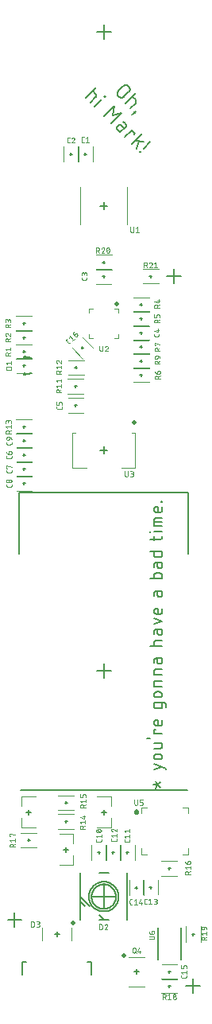
<source format=gbr>
G04 EAGLE Gerber RS-274X export*
G75*
%MOMM*%
%FSLAX34Y34*%
%LPD*%
%INSilkscreen Top*%
%IPPOS*%
%AMOC8*
5,1,8,0,0,1.08239X$1,22.5*%
G01*
%ADD10C,0.200000*%
%ADD11C,0.127000*%
%ADD12C,0.120000*%
%ADD13C,0.050800*%
%ADD14C,0.150000*%
%ADD15C,0.500000*%


D10*
X144010Y200000D02*
X144012Y200063D01*
X144018Y200125D01*
X144028Y200187D01*
X144042Y200249D01*
X144059Y200309D01*
X144081Y200368D01*
X144106Y200425D01*
X144135Y200481D01*
X144167Y200535D01*
X144203Y200587D01*
X144242Y200636D01*
X144284Y200683D01*
X144328Y200727D01*
X144376Y200768D01*
X144426Y200806D01*
X144478Y200841D01*
X144532Y200873D01*
X144589Y200901D01*
X144647Y200925D01*
X144706Y200945D01*
X144767Y200962D01*
X144828Y200975D01*
X144890Y200984D01*
X144953Y200989D01*
X145016Y200990D01*
X145078Y200987D01*
X145141Y200980D01*
X145203Y200969D01*
X145264Y200954D01*
X145324Y200936D01*
X145382Y200913D01*
X145440Y200887D01*
X145495Y200857D01*
X145548Y200824D01*
X145600Y200788D01*
X145648Y200748D01*
X145694Y200706D01*
X145738Y200660D01*
X145778Y200612D01*
X145815Y200561D01*
X145849Y200509D01*
X145880Y200454D01*
X145907Y200397D01*
X145930Y200339D01*
X145950Y200279D01*
X145966Y200218D01*
X145978Y200156D01*
X145986Y200094D01*
X145990Y200031D01*
X145990Y199969D01*
X145986Y199906D01*
X145978Y199844D01*
X145966Y199782D01*
X145950Y199721D01*
X145930Y199661D01*
X145907Y199603D01*
X145880Y199546D01*
X145849Y199491D01*
X145815Y199439D01*
X145778Y199388D01*
X145738Y199340D01*
X145694Y199294D01*
X145648Y199252D01*
X145600Y199212D01*
X145548Y199176D01*
X145495Y199143D01*
X145440Y199113D01*
X145382Y199087D01*
X145324Y199064D01*
X145264Y199046D01*
X145203Y199031D01*
X145141Y199020D01*
X145078Y199013D01*
X145016Y199010D01*
X144953Y199011D01*
X144890Y199016D01*
X144828Y199025D01*
X144767Y199038D01*
X144706Y199055D01*
X144647Y199075D01*
X144589Y199099D01*
X144532Y199127D01*
X144478Y199159D01*
X144426Y199194D01*
X144376Y199232D01*
X144328Y199273D01*
X144284Y199317D01*
X144242Y199364D01*
X144203Y199413D01*
X144167Y199465D01*
X144135Y199519D01*
X144106Y199575D01*
X144081Y199632D01*
X144059Y199691D01*
X144042Y199751D01*
X144028Y199813D01*
X144018Y199875D01*
X144012Y199937D01*
X144010Y200000D01*
X143076Y200000D02*
X143078Y200088D01*
X143084Y200175D01*
X143094Y200262D01*
X143108Y200348D01*
X143126Y200434D01*
X143147Y200519D01*
X143173Y200603D01*
X143202Y200685D01*
X143235Y200767D01*
X143272Y200846D01*
X143312Y200924D01*
X143356Y201000D01*
X143403Y201073D01*
X143454Y201145D01*
X143508Y201214D01*
X143564Y201281D01*
X143624Y201345D01*
X143687Y201406D01*
X143752Y201464D01*
X143820Y201520D01*
X143890Y201572D01*
X143963Y201621D01*
X144038Y201666D01*
X144115Y201708D01*
X144194Y201747D01*
X144274Y201782D01*
X144356Y201813D01*
X144439Y201840D01*
X144523Y201864D01*
X144609Y201884D01*
X144695Y201900D01*
X144781Y201912D01*
X144869Y201920D01*
X144956Y201924D01*
X145044Y201924D01*
X145131Y201920D01*
X145219Y201912D01*
X145305Y201900D01*
X145391Y201884D01*
X145477Y201864D01*
X145561Y201840D01*
X145644Y201813D01*
X145726Y201782D01*
X145806Y201747D01*
X145885Y201708D01*
X145962Y201666D01*
X146037Y201621D01*
X146110Y201572D01*
X146180Y201520D01*
X146248Y201464D01*
X146313Y201406D01*
X146376Y201345D01*
X146436Y201281D01*
X146492Y201214D01*
X146546Y201145D01*
X146597Y201073D01*
X146644Y201000D01*
X146688Y200924D01*
X146728Y200846D01*
X146765Y200767D01*
X146798Y200685D01*
X146827Y200603D01*
X146853Y200519D01*
X146874Y200434D01*
X146892Y200348D01*
X146906Y200262D01*
X146916Y200175D01*
X146922Y200088D01*
X146924Y200000D01*
X146922Y199912D01*
X146916Y199825D01*
X146906Y199738D01*
X146892Y199652D01*
X146874Y199566D01*
X146853Y199481D01*
X146827Y199397D01*
X146798Y199315D01*
X146765Y199233D01*
X146728Y199154D01*
X146688Y199076D01*
X146644Y199000D01*
X146597Y198927D01*
X146546Y198855D01*
X146492Y198786D01*
X146436Y198719D01*
X146376Y198655D01*
X146313Y198594D01*
X146248Y198536D01*
X146180Y198480D01*
X146110Y198428D01*
X146037Y198379D01*
X145962Y198334D01*
X145885Y198292D01*
X145806Y198253D01*
X145726Y198218D01*
X145644Y198187D01*
X145561Y198160D01*
X145477Y198136D01*
X145391Y198116D01*
X145305Y198100D01*
X145219Y198088D01*
X145131Y198080D01*
X145044Y198076D01*
X144956Y198076D01*
X144869Y198080D01*
X144781Y198088D01*
X144695Y198100D01*
X144609Y198116D01*
X144523Y198136D01*
X144439Y198160D01*
X144356Y198187D01*
X144274Y198218D01*
X144194Y198253D01*
X144115Y198292D01*
X144038Y198334D01*
X143963Y198379D01*
X143890Y198428D01*
X143820Y198480D01*
X143752Y198536D01*
X143687Y198594D01*
X143624Y198655D01*
X143564Y198719D01*
X143508Y198786D01*
X143454Y198855D01*
X143403Y198927D01*
X143356Y199000D01*
X143312Y199076D01*
X143272Y199154D01*
X143235Y199233D01*
X143202Y199315D01*
X143173Y199397D01*
X143147Y199481D01*
X143126Y199566D01*
X143108Y199652D01*
X143094Y199738D01*
X143084Y199825D01*
X143078Y199912D01*
X143076Y200000D01*
D11*
X125708Y967569D02*
X130577Y972438D01*
X130578Y972438D02*
X130671Y972529D01*
X130767Y972617D01*
X130866Y972701D01*
X130967Y972783D01*
X131070Y972862D01*
X131176Y972937D01*
X131284Y973009D01*
X131394Y973078D01*
X131507Y973144D01*
X131621Y973206D01*
X131737Y973265D01*
X131855Y973320D01*
X131974Y973371D01*
X132095Y973419D01*
X132217Y973464D01*
X132341Y973504D01*
X132465Y973541D01*
X132591Y973574D01*
X132718Y973603D01*
X132845Y973628D01*
X132973Y973650D01*
X133102Y973668D01*
X133231Y973681D01*
X133361Y973691D01*
X133491Y973697D01*
X133621Y973699D01*
X133751Y973697D01*
X133881Y973691D01*
X134011Y973681D01*
X134140Y973668D01*
X134269Y973650D01*
X134397Y973629D01*
X134524Y973603D01*
X134651Y973574D01*
X134777Y973541D01*
X134901Y973504D01*
X135025Y973464D01*
X135147Y973419D01*
X135268Y973371D01*
X135387Y973320D01*
X135505Y973265D01*
X135621Y973206D01*
X135735Y973144D01*
X135848Y973078D01*
X135958Y973009D01*
X136066Y972937D01*
X136172Y972862D01*
X136275Y972783D01*
X136376Y972701D01*
X136475Y972617D01*
X136571Y972529D01*
X136664Y972438D01*
X136755Y972345D01*
X136843Y972249D01*
X136927Y972150D01*
X137009Y972049D01*
X137088Y971946D01*
X137163Y971840D01*
X137235Y971732D01*
X137304Y971622D01*
X137370Y971509D01*
X137432Y971395D01*
X137491Y971279D01*
X137546Y971161D01*
X137597Y971042D01*
X137645Y970921D01*
X137690Y970799D01*
X137730Y970675D01*
X137767Y970551D01*
X137800Y970425D01*
X137829Y970298D01*
X137854Y970171D01*
X137876Y970043D01*
X137894Y969914D01*
X137907Y969785D01*
X137917Y969655D01*
X137923Y969525D01*
X137925Y969395D01*
X137923Y969265D01*
X137917Y969135D01*
X137907Y969006D01*
X137894Y968876D01*
X137876Y968747D01*
X137855Y968619D01*
X137829Y968492D01*
X137800Y968365D01*
X137767Y968239D01*
X137730Y968115D01*
X137690Y967991D01*
X137645Y967869D01*
X137597Y967748D01*
X137546Y967629D01*
X137491Y967511D01*
X137432Y967395D01*
X137370Y967281D01*
X137304Y967168D01*
X137235Y967058D01*
X137163Y966950D01*
X137088Y966844D01*
X137009Y966741D01*
X136927Y966640D01*
X136843Y966541D01*
X136755Y966445D01*
X136664Y966352D01*
X136664Y966351D02*
X131795Y961482D01*
X131794Y961482D02*
X131701Y961391D01*
X131605Y961303D01*
X131506Y961219D01*
X131405Y961137D01*
X131302Y961058D01*
X131196Y960983D01*
X131088Y960911D01*
X130978Y960842D01*
X130865Y960776D01*
X130751Y960714D01*
X130635Y960655D01*
X130517Y960600D01*
X130398Y960549D01*
X130277Y960501D01*
X130155Y960456D01*
X130031Y960416D01*
X129907Y960379D01*
X129781Y960346D01*
X129654Y960317D01*
X129527Y960291D01*
X129399Y960270D01*
X129270Y960252D01*
X129140Y960239D01*
X129011Y960229D01*
X128881Y960223D01*
X128751Y960221D01*
X128621Y960223D01*
X128491Y960229D01*
X128361Y960239D01*
X128232Y960252D01*
X128103Y960270D01*
X127975Y960292D01*
X127848Y960317D01*
X127721Y960346D01*
X127595Y960379D01*
X127471Y960416D01*
X127347Y960456D01*
X127225Y960501D01*
X127104Y960549D01*
X126985Y960600D01*
X126867Y960655D01*
X126751Y960714D01*
X126637Y960776D01*
X126524Y960842D01*
X126414Y960911D01*
X126306Y960983D01*
X126200Y961058D01*
X126097Y961137D01*
X125996Y961219D01*
X125897Y961303D01*
X125801Y961391D01*
X125708Y961482D01*
X125617Y961575D01*
X125529Y961671D01*
X125445Y961770D01*
X125363Y961871D01*
X125284Y961974D01*
X125209Y962080D01*
X125137Y962188D01*
X125068Y962298D01*
X125002Y962411D01*
X124940Y962525D01*
X124881Y962641D01*
X124826Y962759D01*
X124775Y962878D01*
X124727Y962999D01*
X124682Y963121D01*
X124642Y963245D01*
X124605Y963369D01*
X124572Y963495D01*
X124543Y963622D01*
X124518Y963749D01*
X124496Y963877D01*
X124478Y964006D01*
X124465Y964135D01*
X124455Y964265D01*
X124449Y964395D01*
X124447Y964525D01*
X124449Y964655D01*
X124455Y964785D01*
X124465Y964914D01*
X124478Y965044D01*
X124496Y965173D01*
X124517Y965301D01*
X124543Y965428D01*
X124572Y965555D01*
X124605Y965681D01*
X124642Y965805D01*
X124682Y965929D01*
X124727Y966051D01*
X124775Y966172D01*
X124826Y966291D01*
X124881Y966409D01*
X124940Y966525D01*
X125002Y966639D01*
X125068Y966752D01*
X125137Y966862D01*
X125209Y966970D01*
X125284Y967076D01*
X125363Y967179D01*
X125445Y967280D01*
X125529Y967379D01*
X125617Y967475D01*
X125708Y967568D01*
X133435Y953755D02*
X144390Y964711D01*
X140738Y961059D02*
X143782Y958016D01*
X143850Y957944D01*
X143916Y957871D01*
X143979Y957794D01*
X144039Y957716D01*
X144096Y957635D01*
X144150Y957552D01*
X144200Y957467D01*
X144248Y957380D01*
X144291Y957291D01*
X144332Y957201D01*
X144369Y957109D01*
X144402Y957016D01*
X144432Y956922D01*
X144458Y956826D01*
X144481Y956730D01*
X144500Y956633D01*
X144515Y956535D01*
X144526Y956437D01*
X144534Y956338D01*
X144538Y956239D01*
X144538Y956141D01*
X144534Y956042D01*
X144526Y955943D01*
X144515Y955845D01*
X144500Y955747D01*
X144481Y955650D01*
X144458Y955554D01*
X144432Y955458D01*
X144402Y955364D01*
X144369Y955271D01*
X144332Y955179D01*
X144291Y955089D01*
X144248Y955000D01*
X144200Y954913D01*
X144150Y954828D01*
X144096Y954745D01*
X144039Y954664D01*
X143979Y954586D01*
X143916Y954509D01*
X143850Y954436D01*
X143782Y954364D01*
X138304Y948886D01*
X142537Y944653D02*
X143146Y944044D01*
X142537Y944653D02*
X143146Y945261D01*
X143755Y944653D01*
X143146Y944044D01*
X139798Y942522D01*
X162760Y228828D02*
X167170Y228828D01*
X170478Y231400D01*
X167170Y228828D02*
X170478Y226255D01*
X167170Y228828D02*
X165700Y232870D01*
X167170Y228828D02*
X165700Y224785D01*
X176725Y245028D02*
X176725Y246498D01*
X163495Y250908D01*
X163495Y245028D02*
X172315Y247968D01*
X169375Y255903D02*
X166435Y255903D01*
X166328Y255905D01*
X166220Y255911D01*
X166113Y255921D01*
X166007Y255934D01*
X165901Y255952D01*
X165796Y255973D01*
X165691Y255999D01*
X165588Y256028D01*
X165486Y256060D01*
X165385Y256097D01*
X165285Y256137D01*
X165187Y256181D01*
X165091Y256228D01*
X164996Y256279D01*
X164903Y256333D01*
X164813Y256391D01*
X164724Y256452D01*
X164638Y256516D01*
X164554Y256583D01*
X164473Y256653D01*
X164394Y256726D01*
X164318Y256802D01*
X164245Y256881D01*
X164175Y256962D01*
X164108Y257046D01*
X164044Y257132D01*
X163983Y257221D01*
X163925Y257311D01*
X163871Y257404D01*
X163820Y257499D01*
X163773Y257595D01*
X163729Y257693D01*
X163689Y257793D01*
X163652Y257894D01*
X163620Y257996D01*
X163591Y258099D01*
X163565Y258204D01*
X163544Y258309D01*
X163526Y258415D01*
X163513Y258521D01*
X163503Y258628D01*
X163497Y258736D01*
X163495Y258843D01*
X163497Y258950D01*
X163503Y259058D01*
X163513Y259165D01*
X163526Y259271D01*
X163544Y259377D01*
X163565Y259482D01*
X163591Y259587D01*
X163620Y259690D01*
X163652Y259792D01*
X163689Y259893D01*
X163729Y259993D01*
X163773Y260091D01*
X163820Y260187D01*
X163871Y260282D01*
X163925Y260375D01*
X163983Y260465D01*
X164044Y260554D01*
X164108Y260640D01*
X164175Y260724D01*
X164245Y260805D01*
X164318Y260884D01*
X164394Y260960D01*
X164473Y261033D01*
X164554Y261103D01*
X164638Y261170D01*
X164724Y261234D01*
X164813Y261295D01*
X164903Y261353D01*
X164996Y261407D01*
X165091Y261458D01*
X165187Y261505D01*
X165285Y261549D01*
X165385Y261589D01*
X165486Y261626D01*
X165588Y261658D01*
X165691Y261687D01*
X165796Y261713D01*
X165901Y261734D01*
X166007Y261752D01*
X166113Y261765D01*
X166220Y261775D01*
X166328Y261781D01*
X166435Y261783D01*
X169375Y261783D01*
X169482Y261781D01*
X169590Y261775D01*
X169697Y261765D01*
X169803Y261752D01*
X169909Y261734D01*
X170014Y261713D01*
X170119Y261687D01*
X170222Y261658D01*
X170324Y261626D01*
X170425Y261589D01*
X170525Y261549D01*
X170623Y261505D01*
X170719Y261458D01*
X170814Y261407D01*
X170907Y261353D01*
X170997Y261295D01*
X171086Y261234D01*
X171172Y261170D01*
X171256Y261103D01*
X171337Y261033D01*
X171416Y260960D01*
X171492Y260884D01*
X171565Y260805D01*
X171635Y260724D01*
X171702Y260640D01*
X171766Y260554D01*
X171827Y260465D01*
X171885Y260375D01*
X171939Y260282D01*
X171990Y260187D01*
X172037Y260091D01*
X172081Y259993D01*
X172121Y259893D01*
X172158Y259792D01*
X172190Y259690D01*
X172219Y259587D01*
X172245Y259482D01*
X172266Y259377D01*
X172284Y259271D01*
X172297Y259165D01*
X172307Y259058D01*
X172313Y258950D01*
X172315Y258843D01*
X172313Y258736D01*
X172307Y258628D01*
X172297Y258521D01*
X172284Y258415D01*
X172266Y258309D01*
X172245Y258204D01*
X172219Y258099D01*
X172190Y257996D01*
X172158Y257894D01*
X172121Y257793D01*
X172081Y257693D01*
X172037Y257595D01*
X171990Y257499D01*
X171939Y257404D01*
X171885Y257311D01*
X171827Y257221D01*
X171766Y257132D01*
X171702Y257046D01*
X171635Y256962D01*
X171565Y256881D01*
X171492Y256802D01*
X171416Y256726D01*
X171337Y256653D01*
X171256Y256583D01*
X171172Y256516D01*
X171086Y256452D01*
X170997Y256391D01*
X170907Y256333D01*
X170814Y256279D01*
X170719Y256228D01*
X170623Y256181D01*
X170525Y256137D01*
X170425Y256097D01*
X170324Y256060D01*
X170222Y256028D01*
X170119Y255999D01*
X170014Y255973D01*
X169909Y255952D01*
X169803Y255934D01*
X169697Y255921D01*
X169590Y255911D01*
X169482Y255905D01*
X169375Y255903D01*
X170110Y267648D02*
X163495Y267648D01*
X170110Y267648D02*
X170201Y267650D01*
X170292Y267656D01*
X170383Y267665D01*
X170473Y267678D01*
X170562Y267695D01*
X170651Y267715D01*
X170739Y267740D01*
X170826Y267767D01*
X170912Y267799D01*
X170996Y267834D01*
X171078Y267872D01*
X171159Y267914D01*
X171239Y267959D01*
X171316Y268007D01*
X171391Y268058D01*
X171464Y268113D01*
X171535Y268170D01*
X171603Y268231D01*
X171669Y268294D01*
X171732Y268360D01*
X171793Y268428D01*
X171850Y268499D01*
X171905Y268572D01*
X171956Y268647D01*
X172004Y268724D01*
X172049Y268804D01*
X172091Y268885D01*
X172129Y268967D01*
X172164Y269051D01*
X172196Y269137D01*
X172223Y269224D01*
X172248Y269312D01*
X172268Y269401D01*
X172285Y269490D01*
X172298Y269580D01*
X172307Y269671D01*
X172313Y269762D01*
X172315Y269853D01*
X172315Y273528D01*
X163495Y273528D01*
X159085Y278418D02*
X156145Y278418D01*
X163495Y283387D02*
X172315Y283387D01*
X163495Y283387D02*
X163495Y287797D01*
X164965Y287797D01*
X172315Y294212D02*
X172315Y297887D01*
X172315Y294212D02*
X172313Y294121D01*
X172307Y294030D01*
X172298Y293939D01*
X172285Y293849D01*
X172268Y293760D01*
X172248Y293671D01*
X172223Y293583D01*
X172196Y293496D01*
X172164Y293410D01*
X172129Y293326D01*
X172091Y293244D01*
X172049Y293163D01*
X172004Y293083D01*
X171956Y293006D01*
X171905Y292931D01*
X171850Y292858D01*
X171793Y292787D01*
X171732Y292719D01*
X171669Y292653D01*
X171603Y292590D01*
X171535Y292529D01*
X171464Y292472D01*
X171391Y292417D01*
X171316Y292366D01*
X171239Y292318D01*
X171159Y292273D01*
X171078Y292231D01*
X170996Y292193D01*
X170912Y292158D01*
X170826Y292126D01*
X170739Y292099D01*
X170651Y292074D01*
X170562Y292054D01*
X170473Y292037D01*
X170383Y292024D01*
X170292Y292015D01*
X170201Y292009D01*
X170110Y292007D01*
X166435Y292007D01*
X166328Y292009D01*
X166220Y292015D01*
X166113Y292025D01*
X166007Y292038D01*
X165901Y292056D01*
X165796Y292077D01*
X165691Y292103D01*
X165588Y292132D01*
X165486Y292164D01*
X165385Y292201D01*
X165285Y292241D01*
X165187Y292285D01*
X165091Y292332D01*
X164996Y292383D01*
X164903Y292437D01*
X164813Y292495D01*
X164724Y292556D01*
X164638Y292620D01*
X164554Y292687D01*
X164473Y292757D01*
X164394Y292830D01*
X164318Y292906D01*
X164245Y292985D01*
X164175Y293066D01*
X164108Y293150D01*
X164044Y293236D01*
X163983Y293325D01*
X163925Y293415D01*
X163871Y293508D01*
X163820Y293603D01*
X163773Y293699D01*
X163729Y293797D01*
X163689Y293897D01*
X163652Y293998D01*
X163620Y294100D01*
X163591Y294203D01*
X163565Y294308D01*
X163544Y294413D01*
X163526Y294519D01*
X163513Y294625D01*
X163503Y294732D01*
X163497Y294840D01*
X163495Y294947D01*
X163497Y295054D01*
X163503Y295162D01*
X163513Y295269D01*
X163526Y295375D01*
X163544Y295481D01*
X163565Y295586D01*
X163591Y295691D01*
X163620Y295794D01*
X163652Y295896D01*
X163689Y295997D01*
X163729Y296097D01*
X163773Y296195D01*
X163820Y296291D01*
X163871Y296386D01*
X163925Y296479D01*
X163983Y296569D01*
X164044Y296658D01*
X164108Y296744D01*
X164175Y296828D01*
X164245Y296909D01*
X164318Y296988D01*
X164394Y297064D01*
X164473Y297137D01*
X164554Y297207D01*
X164638Y297274D01*
X164724Y297338D01*
X164813Y297399D01*
X164903Y297457D01*
X164996Y297511D01*
X165091Y297562D01*
X165187Y297609D01*
X165285Y297653D01*
X165385Y297693D01*
X165486Y297730D01*
X165588Y297762D01*
X165691Y297791D01*
X165796Y297817D01*
X165901Y297838D01*
X166007Y297856D01*
X166113Y297869D01*
X166220Y297879D01*
X166328Y297885D01*
X166435Y297887D01*
X167905Y297887D01*
X167905Y292007D01*
X172315Y312412D02*
X172315Y316087D01*
X172315Y312412D02*
X172313Y312321D01*
X172307Y312230D01*
X172298Y312139D01*
X172285Y312049D01*
X172268Y311960D01*
X172248Y311871D01*
X172223Y311783D01*
X172196Y311696D01*
X172164Y311610D01*
X172129Y311526D01*
X172091Y311444D01*
X172049Y311363D01*
X172004Y311283D01*
X171956Y311206D01*
X171905Y311131D01*
X171850Y311058D01*
X171793Y310987D01*
X171732Y310919D01*
X171669Y310853D01*
X171603Y310790D01*
X171535Y310729D01*
X171464Y310672D01*
X171391Y310617D01*
X171316Y310566D01*
X171239Y310518D01*
X171159Y310473D01*
X171078Y310431D01*
X170996Y310393D01*
X170912Y310358D01*
X170826Y310326D01*
X170739Y310299D01*
X170651Y310274D01*
X170562Y310254D01*
X170473Y310237D01*
X170383Y310224D01*
X170292Y310215D01*
X170201Y310209D01*
X170110Y310207D01*
X165700Y310207D01*
X165609Y310209D01*
X165518Y310215D01*
X165427Y310224D01*
X165337Y310237D01*
X165248Y310254D01*
X165159Y310274D01*
X165071Y310299D01*
X164984Y310326D01*
X164898Y310358D01*
X164814Y310393D01*
X164732Y310431D01*
X164651Y310473D01*
X164571Y310518D01*
X164494Y310566D01*
X164419Y310617D01*
X164346Y310672D01*
X164275Y310729D01*
X164207Y310790D01*
X164141Y310853D01*
X164078Y310919D01*
X164017Y310987D01*
X163960Y311058D01*
X163905Y311131D01*
X163854Y311206D01*
X163806Y311283D01*
X163761Y311363D01*
X163719Y311444D01*
X163681Y311526D01*
X163646Y311610D01*
X163614Y311696D01*
X163587Y311783D01*
X163562Y311871D01*
X163542Y311960D01*
X163525Y312049D01*
X163512Y312139D01*
X163503Y312230D01*
X163497Y312321D01*
X163495Y312412D01*
X163495Y316087D01*
X174520Y316087D01*
X174611Y316085D01*
X174702Y316079D01*
X174793Y316070D01*
X174883Y316057D01*
X174972Y316040D01*
X175061Y316020D01*
X175149Y315995D01*
X175236Y315968D01*
X175322Y315936D01*
X175406Y315901D01*
X175488Y315863D01*
X175569Y315821D01*
X175649Y315776D01*
X175726Y315728D01*
X175801Y315677D01*
X175874Y315622D01*
X175945Y315565D01*
X176013Y315504D01*
X176079Y315441D01*
X176142Y315375D01*
X176203Y315307D01*
X176260Y315236D01*
X176315Y315163D01*
X176366Y315088D01*
X176414Y315011D01*
X176459Y314931D01*
X176501Y314850D01*
X176539Y314768D01*
X176574Y314684D01*
X176606Y314598D01*
X176633Y314511D01*
X176658Y314423D01*
X176678Y314334D01*
X176695Y314245D01*
X176708Y314155D01*
X176717Y314064D01*
X176723Y313973D01*
X176725Y313882D01*
X176725Y310942D01*
X169375Y322022D02*
X166435Y322022D01*
X166328Y322024D01*
X166220Y322030D01*
X166113Y322040D01*
X166007Y322053D01*
X165901Y322071D01*
X165796Y322092D01*
X165691Y322118D01*
X165588Y322147D01*
X165486Y322179D01*
X165385Y322216D01*
X165285Y322256D01*
X165187Y322300D01*
X165091Y322347D01*
X164996Y322398D01*
X164903Y322452D01*
X164813Y322510D01*
X164724Y322571D01*
X164638Y322635D01*
X164554Y322702D01*
X164473Y322772D01*
X164394Y322845D01*
X164318Y322921D01*
X164245Y323000D01*
X164175Y323081D01*
X164108Y323165D01*
X164044Y323251D01*
X163983Y323340D01*
X163925Y323430D01*
X163871Y323523D01*
X163820Y323618D01*
X163773Y323714D01*
X163729Y323812D01*
X163689Y323912D01*
X163652Y324013D01*
X163620Y324115D01*
X163591Y324218D01*
X163565Y324323D01*
X163544Y324428D01*
X163526Y324534D01*
X163513Y324640D01*
X163503Y324747D01*
X163497Y324855D01*
X163495Y324962D01*
X163497Y325069D01*
X163503Y325177D01*
X163513Y325284D01*
X163526Y325390D01*
X163544Y325496D01*
X163565Y325601D01*
X163591Y325706D01*
X163620Y325809D01*
X163652Y325911D01*
X163689Y326012D01*
X163729Y326112D01*
X163773Y326210D01*
X163820Y326306D01*
X163871Y326401D01*
X163925Y326494D01*
X163983Y326584D01*
X164044Y326673D01*
X164108Y326759D01*
X164175Y326843D01*
X164245Y326924D01*
X164318Y327003D01*
X164394Y327079D01*
X164473Y327152D01*
X164554Y327222D01*
X164638Y327289D01*
X164724Y327353D01*
X164813Y327414D01*
X164903Y327472D01*
X164996Y327526D01*
X165091Y327577D01*
X165187Y327624D01*
X165285Y327668D01*
X165385Y327708D01*
X165486Y327745D01*
X165588Y327777D01*
X165691Y327806D01*
X165796Y327832D01*
X165901Y327853D01*
X166007Y327871D01*
X166113Y327884D01*
X166220Y327894D01*
X166328Y327900D01*
X166435Y327902D01*
X169375Y327902D01*
X169482Y327900D01*
X169590Y327894D01*
X169697Y327884D01*
X169803Y327871D01*
X169909Y327853D01*
X170014Y327832D01*
X170119Y327806D01*
X170222Y327777D01*
X170324Y327745D01*
X170425Y327708D01*
X170525Y327668D01*
X170623Y327624D01*
X170719Y327577D01*
X170814Y327526D01*
X170907Y327472D01*
X170997Y327414D01*
X171086Y327353D01*
X171172Y327289D01*
X171256Y327222D01*
X171337Y327152D01*
X171416Y327079D01*
X171492Y327003D01*
X171565Y326924D01*
X171635Y326843D01*
X171702Y326759D01*
X171766Y326673D01*
X171827Y326584D01*
X171885Y326494D01*
X171939Y326401D01*
X171990Y326306D01*
X172037Y326210D01*
X172081Y326112D01*
X172121Y326012D01*
X172158Y325911D01*
X172190Y325809D01*
X172219Y325706D01*
X172245Y325601D01*
X172266Y325496D01*
X172284Y325390D01*
X172297Y325284D01*
X172307Y325177D01*
X172313Y325069D01*
X172315Y324962D01*
X172313Y324855D01*
X172307Y324747D01*
X172297Y324640D01*
X172284Y324534D01*
X172266Y324428D01*
X172245Y324323D01*
X172219Y324218D01*
X172190Y324115D01*
X172158Y324013D01*
X172121Y323912D01*
X172081Y323812D01*
X172037Y323714D01*
X171990Y323618D01*
X171939Y323523D01*
X171885Y323430D01*
X171827Y323340D01*
X171766Y323251D01*
X171702Y323165D01*
X171635Y323081D01*
X171565Y323000D01*
X171492Y322921D01*
X171416Y322845D01*
X171337Y322772D01*
X171256Y322702D01*
X171172Y322635D01*
X171086Y322571D01*
X170997Y322510D01*
X170907Y322452D01*
X170814Y322398D01*
X170719Y322347D01*
X170623Y322300D01*
X170525Y322256D01*
X170425Y322216D01*
X170324Y322179D01*
X170222Y322147D01*
X170119Y322118D01*
X170014Y322092D01*
X169909Y322071D01*
X169803Y322053D01*
X169697Y322040D01*
X169590Y322030D01*
X169482Y322024D01*
X169375Y322022D01*
X172315Y333767D02*
X163495Y333767D01*
X163495Y337442D01*
X163497Y337533D01*
X163503Y337624D01*
X163512Y337715D01*
X163525Y337805D01*
X163542Y337894D01*
X163562Y337983D01*
X163587Y338071D01*
X163614Y338158D01*
X163646Y338244D01*
X163681Y338328D01*
X163719Y338410D01*
X163761Y338491D01*
X163806Y338571D01*
X163854Y338648D01*
X163905Y338723D01*
X163960Y338796D01*
X164017Y338867D01*
X164078Y338935D01*
X164141Y339001D01*
X164207Y339064D01*
X164275Y339125D01*
X164346Y339182D01*
X164419Y339237D01*
X164494Y339288D01*
X164571Y339336D01*
X164651Y339381D01*
X164732Y339423D01*
X164814Y339461D01*
X164898Y339496D01*
X164984Y339528D01*
X165071Y339555D01*
X165159Y339580D01*
X165248Y339600D01*
X165337Y339617D01*
X165427Y339630D01*
X165518Y339639D01*
X165609Y339645D01*
X165700Y339647D01*
X172315Y339647D01*
X172315Y345947D02*
X163495Y345947D01*
X163495Y349622D01*
X163497Y349713D01*
X163503Y349804D01*
X163512Y349895D01*
X163525Y349985D01*
X163542Y350074D01*
X163562Y350163D01*
X163587Y350251D01*
X163614Y350338D01*
X163646Y350424D01*
X163681Y350508D01*
X163719Y350590D01*
X163761Y350671D01*
X163806Y350751D01*
X163854Y350828D01*
X163905Y350903D01*
X163960Y350976D01*
X164017Y351047D01*
X164078Y351115D01*
X164141Y351181D01*
X164207Y351244D01*
X164275Y351305D01*
X164346Y351362D01*
X164419Y351417D01*
X164494Y351468D01*
X164571Y351516D01*
X164651Y351561D01*
X164732Y351603D01*
X164814Y351641D01*
X164898Y351676D01*
X164984Y351708D01*
X165071Y351735D01*
X165159Y351760D01*
X165248Y351780D01*
X165337Y351797D01*
X165427Y351810D01*
X165518Y351819D01*
X165609Y351825D01*
X165700Y351827D01*
X172315Y351827D01*
X167170Y360195D02*
X167170Y363502D01*
X167170Y360195D02*
X167172Y360095D01*
X167178Y359996D01*
X167187Y359896D01*
X167201Y359797D01*
X167218Y359699D01*
X167239Y359602D01*
X167264Y359505D01*
X167293Y359409D01*
X167325Y359315D01*
X167361Y359222D01*
X167401Y359130D01*
X167444Y359040D01*
X167490Y358952D01*
X167540Y358866D01*
X167593Y358781D01*
X167650Y358699D01*
X167709Y358619D01*
X167772Y358541D01*
X167838Y358466D01*
X167906Y358393D01*
X167977Y358323D01*
X168051Y358256D01*
X168128Y358192D01*
X168207Y358131D01*
X168288Y358073D01*
X168371Y358018D01*
X168457Y357967D01*
X168544Y357919D01*
X168633Y357874D01*
X168724Y357832D01*
X168816Y357795D01*
X168910Y357761D01*
X169005Y357730D01*
X169101Y357703D01*
X169198Y357680D01*
X169296Y357661D01*
X169395Y357646D01*
X169494Y357634D01*
X169593Y357626D01*
X169693Y357622D01*
X169793Y357622D01*
X169893Y357626D01*
X169992Y357634D01*
X170091Y357646D01*
X170190Y357661D01*
X170288Y357680D01*
X170385Y357703D01*
X170481Y357730D01*
X170576Y357761D01*
X170670Y357795D01*
X170762Y357832D01*
X170853Y357874D01*
X170942Y357919D01*
X171029Y357967D01*
X171115Y358018D01*
X171198Y358073D01*
X171279Y358131D01*
X171358Y358192D01*
X171435Y358256D01*
X171509Y358323D01*
X171580Y358393D01*
X171648Y358466D01*
X171714Y358541D01*
X171777Y358619D01*
X171836Y358699D01*
X171893Y358781D01*
X171946Y358866D01*
X171996Y358952D01*
X172042Y359040D01*
X172085Y359130D01*
X172125Y359222D01*
X172161Y359315D01*
X172193Y359409D01*
X172222Y359505D01*
X172247Y359602D01*
X172268Y359699D01*
X172285Y359797D01*
X172299Y359896D01*
X172308Y359996D01*
X172314Y360095D01*
X172316Y360195D01*
X172315Y360195D02*
X172315Y363502D01*
X165700Y363502D01*
X165609Y363500D01*
X165518Y363494D01*
X165427Y363485D01*
X165337Y363472D01*
X165248Y363455D01*
X165159Y363435D01*
X165071Y363410D01*
X164984Y363383D01*
X164898Y363351D01*
X164814Y363316D01*
X164732Y363278D01*
X164651Y363236D01*
X164571Y363191D01*
X164494Y363143D01*
X164419Y363092D01*
X164346Y363037D01*
X164275Y362980D01*
X164207Y362919D01*
X164141Y362856D01*
X164078Y362790D01*
X164017Y362722D01*
X163960Y362651D01*
X163905Y362578D01*
X163854Y362503D01*
X163806Y362426D01*
X163761Y362346D01*
X163719Y362265D01*
X163681Y362183D01*
X163646Y362099D01*
X163614Y362013D01*
X163587Y361926D01*
X163562Y361838D01*
X163542Y361749D01*
X163525Y361660D01*
X163512Y361570D01*
X163503Y361479D01*
X163497Y361388D01*
X163495Y361297D01*
X163495Y358357D01*
X159085Y376832D02*
X172315Y376832D01*
X163495Y376832D02*
X163495Y380507D01*
X163497Y380598D01*
X163503Y380689D01*
X163512Y380780D01*
X163525Y380870D01*
X163542Y380959D01*
X163562Y381048D01*
X163587Y381136D01*
X163614Y381223D01*
X163646Y381309D01*
X163681Y381393D01*
X163719Y381475D01*
X163761Y381556D01*
X163806Y381636D01*
X163854Y381713D01*
X163905Y381788D01*
X163960Y381861D01*
X164017Y381932D01*
X164078Y382000D01*
X164141Y382066D01*
X164207Y382129D01*
X164275Y382190D01*
X164346Y382247D01*
X164419Y382302D01*
X164494Y382353D01*
X164571Y382401D01*
X164651Y382446D01*
X164732Y382488D01*
X164814Y382526D01*
X164898Y382561D01*
X164984Y382593D01*
X165071Y382620D01*
X165159Y382645D01*
X165248Y382665D01*
X165337Y382682D01*
X165427Y382695D01*
X165518Y382704D01*
X165609Y382710D01*
X165700Y382712D01*
X172315Y382712D01*
X167170Y391079D02*
X167170Y394387D01*
X167170Y391079D02*
X167172Y390979D01*
X167178Y390880D01*
X167187Y390780D01*
X167201Y390681D01*
X167218Y390583D01*
X167239Y390486D01*
X167264Y390389D01*
X167293Y390293D01*
X167325Y390199D01*
X167361Y390106D01*
X167401Y390014D01*
X167444Y389924D01*
X167490Y389836D01*
X167540Y389750D01*
X167593Y389665D01*
X167650Y389583D01*
X167709Y389503D01*
X167772Y389425D01*
X167838Y389350D01*
X167906Y389277D01*
X167977Y389207D01*
X168051Y389140D01*
X168128Y389076D01*
X168207Y389015D01*
X168288Y388957D01*
X168371Y388902D01*
X168457Y388851D01*
X168544Y388803D01*
X168633Y388758D01*
X168724Y388716D01*
X168816Y388679D01*
X168910Y388645D01*
X169005Y388614D01*
X169101Y388587D01*
X169198Y388564D01*
X169296Y388545D01*
X169395Y388530D01*
X169494Y388518D01*
X169593Y388510D01*
X169693Y388506D01*
X169793Y388506D01*
X169893Y388510D01*
X169992Y388518D01*
X170091Y388530D01*
X170190Y388545D01*
X170288Y388564D01*
X170385Y388587D01*
X170481Y388614D01*
X170576Y388645D01*
X170670Y388679D01*
X170762Y388716D01*
X170853Y388758D01*
X170942Y388803D01*
X171029Y388851D01*
X171115Y388902D01*
X171198Y388957D01*
X171279Y389015D01*
X171358Y389076D01*
X171435Y389140D01*
X171509Y389207D01*
X171580Y389277D01*
X171648Y389350D01*
X171714Y389425D01*
X171777Y389503D01*
X171836Y389583D01*
X171893Y389665D01*
X171946Y389750D01*
X171996Y389836D01*
X172042Y389924D01*
X172085Y390014D01*
X172125Y390106D01*
X172161Y390199D01*
X172193Y390293D01*
X172222Y390389D01*
X172247Y390486D01*
X172268Y390583D01*
X172285Y390681D01*
X172299Y390780D01*
X172308Y390880D01*
X172314Y390979D01*
X172316Y391079D01*
X172315Y391079D02*
X172315Y394387D01*
X165700Y394387D01*
X165609Y394385D01*
X165518Y394379D01*
X165427Y394370D01*
X165337Y394357D01*
X165248Y394340D01*
X165159Y394320D01*
X165071Y394295D01*
X164984Y394268D01*
X164898Y394236D01*
X164814Y394201D01*
X164732Y394163D01*
X164651Y394121D01*
X164571Y394076D01*
X164494Y394028D01*
X164419Y393977D01*
X164346Y393922D01*
X164275Y393865D01*
X164207Y393804D01*
X164141Y393741D01*
X164078Y393675D01*
X164017Y393607D01*
X163960Y393536D01*
X163905Y393463D01*
X163854Y393388D01*
X163806Y393311D01*
X163761Y393231D01*
X163719Y393150D01*
X163681Y393068D01*
X163646Y392984D01*
X163614Y392898D01*
X163587Y392811D01*
X163562Y392723D01*
X163542Y392634D01*
X163525Y392545D01*
X163512Y392455D01*
X163503Y392364D01*
X163497Y392273D01*
X163495Y392182D01*
X163495Y389242D01*
X163495Y399887D02*
X172315Y402827D01*
X163495Y405767D01*
X172315Y412967D02*
X172315Y416642D01*
X172315Y412967D02*
X172313Y412876D01*
X172307Y412785D01*
X172298Y412694D01*
X172285Y412604D01*
X172268Y412515D01*
X172248Y412426D01*
X172223Y412338D01*
X172196Y412251D01*
X172164Y412165D01*
X172129Y412081D01*
X172091Y411999D01*
X172049Y411918D01*
X172004Y411838D01*
X171956Y411761D01*
X171905Y411686D01*
X171850Y411613D01*
X171793Y411542D01*
X171732Y411474D01*
X171669Y411408D01*
X171603Y411345D01*
X171535Y411284D01*
X171464Y411227D01*
X171391Y411172D01*
X171316Y411121D01*
X171239Y411073D01*
X171159Y411028D01*
X171078Y410986D01*
X170996Y410948D01*
X170912Y410913D01*
X170826Y410881D01*
X170739Y410854D01*
X170651Y410829D01*
X170562Y410809D01*
X170473Y410792D01*
X170383Y410779D01*
X170292Y410770D01*
X170201Y410764D01*
X170110Y410762D01*
X166435Y410762D01*
X166328Y410764D01*
X166220Y410770D01*
X166113Y410780D01*
X166007Y410793D01*
X165901Y410811D01*
X165796Y410832D01*
X165691Y410858D01*
X165588Y410887D01*
X165486Y410919D01*
X165385Y410956D01*
X165285Y410996D01*
X165187Y411040D01*
X165091Y411087D01*
X164996Y411138D01*
X164903Y411192D01*
X164813Y411250D01*
X164724Y411311D01*
X164638Y411375D01*
X164554Y411442D01*
X164473Y411512D01*
X164394Y411585D01*
X164318Y411661D01*
X164245Y411740D01*
X164175Y411821D01*
X164108Y411905D01*
X164044Y411991D01*
X163983Y412080D01*
X163925Y412170D01*
X163871Y412263D01*
X163820Y412358D01*
X163773Y412454D01*
X163729Y412552D01*
X163689Y412652D01*
X163652Y412753D01*
X163620Y412855D01*
X163591Y412958D01*
X163565Y413063D01*
X163544Y413168D01*
X163526Y413274D01*
X163513Y413380D01*
X163503Y413487D01*
X163497Y413595D01*
X163495Y413702D01*
X163497Y413809D01*
X163503Y413917D01*
X163513Y414024D01*
X163526Y414130D01*
X163544Y414236D01*
X163565Y414341D01*
X163591Y414446D01*
X163620Y414549D01*
X163652Y414651D01*
X163689Y414752D01*
X163729Y414852D01*
X163773Y414950D01*
X163820Y415046D01*
X163871Y415141D01*
X163925Y415234D01*
X163983Y415324D01*
X164044Y415413D01*
X164108Y415499D01*
X164175Y415583D01*
X164245Y415664D01*
X164318Y415743D01*
X164394Y415819D01*
X164473Y415892D01*
X164554Y415962D01*
X164638Y416029D01*
X164724Y416093D01*
X164813Y416154D01*
X164903Y416212D01*
X164996Y416266D01*
X165091Y416317D01*
X165187Y416364D01*
X165285Y416408D01*
X165385Y416448D01*
X165486Y416485D01*
X165588Y416517D01*
X165691Y416546D01*
X165796Y416572D01*
X165901Y416593D01*
X166007Y416611D01*
X166113Y416624D01*
X166220Y416634D01*
X166328Y416640D01*
X166435Y416642D01*
X167905Y416642D01*
X167905Y410762D01*
X167170Y431534D02*
X167170Y434842D01*
X167170Y431534D02*
X167172Y431434D01*
X167178Y431335D01*
X167187Y431235D01*
X167201Y431136D01*
X167218Y431038D01*
X167239Y430941D01*
X167264Y430844D01*
X167293Y430748D01*
X167325Y430654D01*
X167361Y430561D01*
X167401Y430469D01*
X167444Y430379D01*
X167490Y430291D01*
X167540Y430205D01*
X167593Y430120D01*
X167650Y430038D01*
X167709Y429958D01*
X167772Y429880D01*
X167838Y429805D01*
X167906Y429732D01*
X167977Y429662D01*
X168051Y429595D01*
X168128Y429531D01*
X168207Y429470D01*
X168288Y429412D01*
X168371Y429357D01*
X168457Y429306D01*
X168544Y429258D01*
X168633Y429213D01*
X168724Y429171D01*
X168816Y429134D01*
X168910Y429100D01*
X169005Y429069D01*
X169101Y429042D01*
X169198Y429019D01*
X169296Y429000D01*
X169395Y428985D01*
X169494Y428973D01*
X169593Y428965D01*
X169693Y428961D01*
X169793Y428961D01*
X169893Y428965D01*
X169992Y428973D01*
X170091Y428985D01*
X170190Y429000D01*
X170288Y429019D01*
X170385Y429042D01*
X170481Y429069D01*
X170576Y429100D01*
X170670Y429134D01*
X170762Y429171D01*
X170853Y429213D01*
X170942Y429258D01*
X171029Y429306D01*
X171115Y429357D01*
X171198Y429412D01*
X171279Y429470D01*
X171358Y429531D01*
X171435Y429595D01*
X171509Y429662D01*
X171580Y429732D01*
X171648Y429805D01*
X171714Y429880D01*
X171777Y429958D01*
X171836Y430038D01*
X171893Y430120D01*
X171946Y430205D01*
X171996Y430291D01*
X172042Y430379D01*
X172085Y430469D01*
X172125Y430561D01*
X172161Y430654D01*
X172193Y430748D01*
X172222Y430844D01*
X172247Y430941D01*
X172268Y431038D01*
X172285Y431136D01*
X172299Y431235D01*
X172308Y431335D01*
X172314Y431434D01*
X172316Y431534D01*
X172315Y431534D02*
X172315Y434842D01*
X165700Y434842D01*
X165609Y434840D01*
X165518Y434834D01*
X165427Y434825D01*
X165337Y434812D01*
X165248Y434795D01*
X165159Y434775D01*
X165071Y434750D01*
X164984Y434723D01*
X164898Y434691D01*
X164814Y434656D01*
X164732Y434618D01*
X164651Y434576D01*
X164571Y434531D01*
X164494Y434483D01*
X164419Y434432D01*
X164346Y434377D01*
X164275Y434320D01*
X164207Y434259D01*
X164141Y434196D01*
X164078Y434130D01*
X164017Y434062D01*
X163960Y433991D01*
X163905Y433918D01*
X163854Y433843D01*
X163806Y433766D01*
X163761Y433686D01*
X163719Y433605D01*
X163681Y433523D01*
X163646Y433439D01*
X163614Y433353D01*
X163587Y433266D01*
X163562Y433178D01*
X163542Y433089D01*
X163525Y433000D01*
X163512Y432910D01*
X163503Y432819D01*
X163497Y432728D01*
X163495Y432637D01*
X163495Y429697D01*
X159085Y448243D02*
X172315Y448243D01*
X172315Y451918D01*
X172313Y452009D01*
X172307Y452100D01*
X172298Y452191D01*
X172285Y452281D01*
X172268Y452370D01*
X172248Y452459D01*
X172223Y452547D01*
X172196Y452634D01*
X172164Y452720D01*
X172129Y452804D01*
X172091Y452886D01*
X172049Y452967D01*
X172004Y453047D01*
X171956Y453124D01*
X171905Y453199D01*
X171850Y453272D01*
X171793Y453343D01*
X171732Y453411D01*
X171669Y453477D01*
X171603Y453540D01*
X171535Y453601D01*
X171464Y453658D01*
X171391Y453713D01*
X171316Y453764D01*
X171239Y453812D01*
X171159Y453857D01*
X171078Y453899D01*
X170996Y453937D01*
X170912Y453972D01*
X170826Y454004D01*
X170739Y454031D01*
X170651Y454056D01*
X170562Y454076D01*
X170473Y454093D01*
X170383Y454106D01*
X170292Y454115D01*
X170201Y454121D01*
X170110Y454123D01*
X165700Y454123D01*
X165609Y454121D01*
X165518Y454115D01*
X165427Y454106D01*
X165337Y454093D01*
X165248Y454076D01*
X165159Y454056D01*
X165071Y454031D01*
X164984Y454004D01*
X164898Y453972D01*
X164814Y453937D01*
X164732Y453899D01*
X164651Y453857D01*
X164571Y453812D01*
X164494Y453764D01*
X164419Y453713D01*
X164346Y453658D01*
X164275Y453601D01*
X164207Y453540D01*
X164141Y453477D01*
X164078Y453411D01*
X164017Y453343D01*
X163960Y453272D01*
X163905Y453199D01*
X163854Y453124D01*
X163806Y453047D01*
X163761Y452967D01*
X163719Y452886D01*
X163681Y452804D01*
X163646Y452720D01*
X163614Y452634D01*
X163587Y452547D01*
X163562Y452459D01*
X163542Y452370D01*
X163525Y452281D01*
X163512Y452191D01*
X163503Y452100D01*
X163497Y452009D01*
X163495Y451918D01*
X163495Y448243D01*
X167170Y461984D02*
X167170Y465292D01*
X167170Y461984D02*
X167172Y461884D01*
X167178Y461785D01*
X167187Y461685D01*
X167201Y461586D01*
X167218Y461488D01*
X167239Y461391D01*
X167264Y461294D01*
X167293Y461198D01*
X167325Y461104D01*
X167361Y461011D01*
X167401Y460919D01*
X167444Y460829D01*
X167490Y460741D01*
X167540Y460655D01*
X167593Y460570D01*
X167650Y460488D01*
X167709Y460408D01*
X167772Y460330D01*
X167838Y460255D01*
X167906Y460182D01*
X167977Y460112D01*
X168051Y460045D01*
X168128Y459981D01*
X168207Y459920D01*
X168288Y459862D01*
X168371Y459807D01*
X168457Y459756D01*
X168544Y459708D01*
X168633Y459663D01*
X168724Y459621D01*
X168816Y459584D01*
X168910Y459550D01*
X169005Y459519D01*
X169101Y459492D01*
X169198Y459469D01*
X169296Y459450D01*
X169395Y459435D01*
X169494Y459423D01*
X169593Y459415D01*
X169693Y459411D01*
X169793Y459411D01*
X169893Y459415D01*
X169992Y459423D01*
X170091Y459435D01*
X170190Y459450D01*
X170288Y459469D01*
X170385Y459492D01*
X170481Y459519D01*
X170576Y459550D01*
X170670Y459584D01*
X170762Y459621D01*
X170853Y459663D01*
X170942Y459708D01*
X171029Y459756D01*
X171115Y459807D01*
X171198Y459862D01*
X171279Y459920D01*
X171358Y459981D01*
X171435Y460045D01*
X171509Y460112D01*
X171580Y460182D01*
X171648Y460255D01*
X171714Y460330D01*
X171777Y460408D01*
X171836Y460488D01*
X171893Y460570D01*
X171946Y460655D01*
X171996Y460741D01*
X172042Y460829D01*
X172085Y460919D01*
X172125Y461011D01*
X172161Y461104D01*
X172193Y461198D01*
X172222Y461294D01*
X172247Y461391D01*
X172268Y461488D01*
X172285Y461586D01*
X172299Y461685D01*
X172308Y461785D01*
X172314Y461884D01*
X172316Y461984D01*
X172315Y461984D02*
X172315Y465292D01*
X165700Y465292D01*
X165609Y465290D01*
X165518Y465284D01*
X165427Y465275D01*
X165337Y465262D01*
X165248Y465245D01*
X165159Y465225D01*
X165071Y465200D01*
X164984Y465173D01*
X164898Y465141D01*
X164814Y465106D01*
X164732Y465068D01*
X164651Y465026D01*
X164571Y464981D01*
X164494Y464933D01*
X164419Y464882D01*
X164346Y464827D01*
X164275Y464770D01*
X164207Y464709D01*
X164141Y464646D01*
X164078Y464580D01*
X164017Y464512D01*
X163960Y464441D01*
X163905Y464368D01*
X163854Y464293D01*
X163806Y464216D01*
X163761Y464136D01*
X163719Y464055D01*
X163681Y463973D01*
X163646Y463889D01*
X163614Y463803D01*
X163587Y463716D01*
X163562Y463628D01*
X163542Y463539D01*
X163525Y463450D01*
X163512Y463360D01*
X163503Y463269D01*
X163497Y463178D01*
X163495Y463087D01*
X163495Y460147D01*
X159085Y477037D02*
X172315Y477037D01*
X172315Y473362D01*
X172313Y473271D01*
X172307Y473180D01*
X172298Y473089D01*
X172285Y472999D01*
X172268Y472910D01*
X172248Y472821D01*
X172223Y472733D01*
X172196Y472646D01*
X172164Y472560D01*
X172129Y472476D01*
X172091Y472394D01*
X172049Y472313D01*
X172004Y472233D01*
X171956Y472156D01*
X171905Y472081D01*
X171850Y472008D01*
X171793Y471937D01*
X171732Y471869D01*
X171669Y471803D01*
X171603Y471740D01*
X171535Y471679D01*
X171464Y471622D01*
X171391Y471567D01*
X171316Y471516D01*
X171239Y471468D01*
X171159Y471423D01*
X171078Y471381D01*
X170996Y471343D01*
X170912Y471308D01*
X170826Y471276D01*
X170739Y471249D01*
X170651Y471224D01*
X170562Y471204D01*
X170473Y471187D01*
X170383Y471174D01*
X170292Y471165D01*
X170201Y471159D01*
X170110Y471157D01*
X165700Y471157D01*
X165609Y471159D01*
X165518Y471165D01*
X165427Y471174D01*
X165337Y471187D01*
X165248Y471204D01*
X165159Y471224D01*
X165071Y471249D01*
X164984Y471276D01*
X164898Y471308D01*
X164814Y471343D01*
X164732Y471381D01*
X164651Y471423D01*
X164571Y471468D01*
X164494Y471516D01*
X164419Y471567D01*
X164346Y471622D01*
X164275Y471679D01*
X164207Y471740D01*
X164141Y471803D01*
X164078Y471869D01*
X164017Y471937D01*
X163960Y472008D01*
X163905Y472081D01*
X163854Y472156D01*
X163806Y472233D01*
X163761Y472313D01*
X163719Y472394D01*
X163681Y472476D01*
X163646Y472560D01*
X163614Y472646D01*
X163587Y472733D01*
X163562Y472821D01*
X163542Y472910D01*
X163525Y472999D01*
X163512Y473089D01*
X163503Y473180D01*
X163497Y473271D01*
X163495Y473362D01*
X163495Y477037D01*
X163495Y488817D02*
X163495Y493227D01*
X159085Y490287D02*
X170110Y490287D01*
X170201Y490289D01*
X170292Y490295D01*
X170383Y490304D01*
X170473Y490317D01*
X170562Y490334D01*
X170651Y490354D01*
X170739Y490379D01*
X170826Y490406D01*
X170912Y490438D01*
X170996Y490473D01*
X171078Y490511D01*
X171159Y490553D01*
X171239Y490598D01*
X171316Y490646D01*
X171391Y490697D01*
X171464Y490752D01*
X171535Y490809D01*
X171603Y490870D01*
X171669Y490933D01*
X171732Y490999D01*
X171793Y491067D01*
X171850Y491138D01*
X171905Y491211D01*
X171956Y491286D01*
X172004Y491363D01*
X172049Y491443D01*
X172091Y491524D01*
X172129Y491606D01*
X172164Y491690D01*
X172196Y491776D01*
X172223Y491863D01*
X172248Y491951D01*
X172268Y492040D01*
X172285Y492129D01*
X172298Y492219D01*
X172307Y492310D01*
X172313Y492401D01*
X172315Y492492D01*
X172315Y493227D01*
X172315Y498092D02*
X163495Y498092D01*
X159820Y497725D02*
X159085Y497725D01*
X159085Y498460D01*
X159820Y498460D01*
X159820Y497725D01*
X163495Y504122D02*
X172315Y504122D01*
X163495Y504122D02*
X163495Y510737D01*
X163497Y510828D01*
X163503Y510919D01*
X163512Y511010D01*
X163525Y511100D01*
X163542Y511189D01*
X163562Y511278D01*
X163587Y511366D01*
X163614Y511453D01*
X163646Y511539D01*
X163681Y511623D01*
X163719Y511705D01*
X163761Y511786D01*
X163806Y511866D01*
X163854Y511943D01*
X163905Y512018D01*
X163960Y512091D01*
X164017Y512162D01*
X164078Y512230D01*
X164141Y512296D01*
X164207Y512359D01*
X164275Y512420D01*
X164346Y512477D01*
X164419Y512532D01*
X164494Y512583D01*
X164571Y512631D01*
X164651Y512676D01*
X164732Y512718D01*
X164814Y512756D01*
X164898Y512791D01*
X164984Y512823D01*
X165071Y512850D01*
X165159Y512875D01*
X165248Y512895D01*
X165337Y512912D01*
X165427Y512925D01*
X165518Y512934D01*
X165609Y512940D01*
X165700Y512942D01*
X172315Y512942D01*
X172315Y508532D02*
X163495Y508532D01*
X172315Y521282D02*
X172315Y524957D01*
X172315Y521282D02*
X172313Y521191D01*
X172307Y521100D01*
X172298Y521009D01*
X172285Y520919D01*
X172268Y520830D01*
X172248Y520741D01*
X172223Y520653D01*
X172196Y520566D01*
X172164Y520480D01*
X172129Y520396D01*
X172091Y520314D01*
X172049Y520233D01*
X172004Y520153D01*
X171956Y520076D01*
X171905Y520001D01*
X171850Y519928D01*
X171793Y519857D01*
X171732Y519789D01*
X171669Y519723D01*
X171603Y519660D01*
X171535Y519599D01*
X171464Y519542D01*
X171391Y519487D01*
X171316Y519436D01*
X171239Y519388D01*
X171159Y519343D01*
X171078Y519301D01*
X170996Y519263D01*
X170912Y519228D01*
X170826Y519196D01*
X170739Y519169D01*
X170651Y519144D01*
X170562Y519124D01*
X170473Y519107D01*
X170383Y519094D01*
X170292Y519085D01*
X170201Y519079D01*
X170110Y519077D01*
X166435Y519077D01*
X166328Y519079D01*
X166220Y519085D01*
X166113Y519095D01*
X166007Y519108D01*
X165901Y519126D01*
X165796Y519147D01*
X165691Y519173D01*
X165588Y519202D01*
X165486Y519234D01*
X165385Y519271D01*
X165285Y519311D01*
X165187Y519355D01*
X165091Y519402D01*
X164996Y519453D01*
X164903Y519507D01*
X164813Y519565D01*
X164724Y519626D01*
X164638Y519690D01*
X164554Y519757D01*
X164473Y519827D01*
X164394Y519900D01*
X164318Y519976D01*
X164245Y520055D01*
X164175Y520136D01*
X164108Y520220D01*
X164044Y520306D01*
X163983Y520395D01*
X163925Y520485D01*
X163871Y520578D01*
X163820Y520673D01*
X163773Y520769D01*
X163729Y520867D01*
X163689Y520967D01*
X163652Y521068D01*
X163620Y521170D01*
X163591Y521273D01*
X163565Y521378D01*
X163544Y521483D01*
X163526Y521589D01*
X163513Y521695D01*
X163503Y521802D01*
X163497Y521910D01*
X163495Y522017D01*
X163497Y522124D01*
X163503Y522232D01*
X163513Y522339D01*
X163526Y522445D01*
X163544Y522551D01*
X163565Y522656D01*
X163591Y522761D01*
X163620Y522864D01*
X163652Y522966D01*
X163689Y523067D01*
X163729Y523167D01*
X163773Y523265D01*
X163820Y523361D01*
X163871Y523456D01*
X163925Y523549D01*
X163983Y523639D01*
X164044Y523728D01*
X164108Y523814D01*
X164175Y523898D01*
X164245Y523979D01*
X164318Y524058D01*
X164394Y524134D01*
X164473Y524207D01*
X164554Y524277D01*
X164638Y524344D01*
X164724Y524408D01*
X164813Y524469D01*
X164903Y524527D01*
X164996Y524581D01*
X165091Y524632D01*
X165187Y524679D01*
X165285Y524723D01*
X165385Y524763D01*
X165486Y524800D01*
X165588Y524832D01*
X165691Y524861D01*
X165796Y524887D01*
X165901Y524908D01*
X166007Y524926D01*
X166113Y524939D01*
X166220Y524949D01*
X166328Y524955D01*
X166435Y524957D01*
X167905Y524957D01*
X167905Y519077D01*
X171580Y529915D02*
X172315Y529915D01*
X171580Y529915D02*
X171580Y530650D01*
X172315Y530650D01*
X172315Y529915D01*
X90898Y960000D02*
X101854Y970956D01*
X98202Y967304D02*
X101245Y964261D01*
X101313Y964189D01*
X101379Y964116D01*
X101442Y964039D01*
X101502Y963961D01*
X101559Y963880D01*
X101613Y963797D01*
X101663Y963712D01*
X101711Y963625D01*
X101754Y963536D01*
X101795Y963446D01*
X101832Y963354D01*
X101865Y963261D01*
X101895Y963167D01*
X101921Y963071D01*
X101944Y962975D01*
X101963Y962878D01*
X101978Y962780D01*
X101989Y962682D01*
X101997Y962583D01*
X102001Y962484D01*
X102001Y962386D01*
X101997Y962287D01*
X101989Y962188D01*
X101978Y962090D01*
X101963Y961992D01*
X101944Y961895D01*
X101921Y961799D01*
X101895Y961703D01*
X101865Y961609D01*
X101832Y961516D01*
X101795Y961424D01*
X101754Y961334D01*
X101711Y961245D01*
X101663Y961158D01*
X101613Y961073D01*
X101559Y960990D01*
X101502Y960909D01*
X101442Y960831D01*
X101379Y960754D01*
X101313Y960681D01*
X101245Y960609D01*
X95767Y955131D01*
X100340Y950558D02*
X107644Y957861D01*
X110383Y961209D02*
X110992Y961818D01*
X111601Y961209D01*
X110992Y960600D01*
X110383Y961209D01*
X121660Y951150D02*
X110704Y940194D01*
X119225Y941411D02*
X121660Y951150D01*
X119225Y941411D02*
X128964Y943846D01*
X118008Y932890D01*
X129126Y930293D02*
X131865Y927554D01*
X129127Y930293D02*
X129048Y930369D01*
X128967Y930442D01*
X128884Y930511D01*
X128798Y930578D01*
X128709Y930641D01*
X128619Y930702D01*
X128526Y930759D01*
X128431Y930812D01*
X128335Y930862D01*
X128236Y930909D01*
X128136Y930952D01*
X128035Y930991D01*
X127932Y931027D01*
X127828Y931059D01*
X127723Y931087D01*
X127617Y931111D01*
X127510Y931132D01*
X127403Y931148D01*
X127295Y931161D01*
X127186Y931170D01*
X127078Y931175D01*
X126969Y931176D01*
X126860Y931173D01*
X126751Y931166D01*
X126643Y931155D01*
X126535Y931141D01*
X126428Y931122D01*
X126322Y931100D01*
X126216Y931073D01*
X126112Y931043D01*
X126008Y931009D01*
X125906Y930972D01*
X125805Y930931D01*
X125706Y930886D01*
X125609Y930838D01*
X125513Y930786D01*
X125419Y930731D01*
X125328Y930672D01*
X125238Y930610D01*
X125151Y930545D01*
X125066Y930477D01*
X124984Y930406D01*
X124904Y930332D01*
X124827Y930255D01*
X124753Y930175D01*
X124682Y930093D01*
X124614Y930008D01*
X124549Y929921D01*
X124487Y929831D01*
X124428Y929740D01*
X124373Y929646D01*
X124321Y929550D01*
X124273Y929453D01*
X124228Y929354D01*
X124187Y929253D01*
X124150Y929151D01*
X124116Y929047D01*
X124086Y928943D01*
X124059Y928837D01*
X124037Y928731D01*
X124018Y928624D01*
X124004Y928516D01*
X123993Y928408D01*
X123986Y928299D01*
X123983Y928190D01*
X123984Y928081D01*
X123989Y927973D01*
X123998Y927864D01*
X124011Y927756D01*
X124027Y927649D01*
X124048Y927542D01*
X124072Y927436D01*
X124100Y927331D01*
X124132Y927227D01*
X124168Y927124D01*
X124207Y927023D01*
X124250Y926923D01*
X124297Y926824D01*
X124347Y926728D01*
X124400Y926633D01*
X124457Y926540D01*
X124518Y926450D01*
X124581Y926361D01*
X124648Y926275D01*
X124717Y926192D01*
X124790Y926111D01*
X124866Y926032D01*
X124865Y926032D02*
X127604Y923293D01*
X133082Y928771D01*
X133150Y928843D01*
X133216Y928916D01*
X133279Y928993D01*
X133339Y929071D01*
X133396Y929152D01*
X133450Y929235D01*
X133500Y929320D01*
X133548Y929407D01*
X133591Y929496D01*
X133632Y929586D01*
X133669Y929678D01*
X133702Y929771D01*
X133732Y929865D01*
X133758Y929961D01*
X133781Y930057D01*
X133800Y930154D01*
X133815Y930252D01*
X133826Y930350D01*
X133834Y930449D01*
X133838Y930548D01*
X133838Y930646D01*
X133834Y930745D01*
X133826Y930844D01*
X133815Y930942D01*
X133800Y931040D01*
X133781Y931137D01*
X133758Y931233D01*
X133732Y931329D01*
X133702Y931423D01*
X133669Y931516D01*
X133632Y931608D01*
X133591Y931698D01*
X133548Y931787D01*
X133500Y931874D01*
X133450Y931959D01*
X133396Y932042D01*
X133339Y932123D01*
X133279Y932201D01*
X133216Y932278D01*
X133150Y932351D01*
X133082Y932423D01*
X130648Y934858D01*
X139954Y925552D02*
X132650Y918248D01*
X139954Y925552D02*
X143606Y921900D01*
X142388Y920683D01*
X151020Y921790D02*
X140064Y910834D01*
X143716Y914486D02*
X152237Y913268D01*
X147368Y913877D02*
X144933Y905965D01*
X152346Y905856D02*
X159650Y913159D01*
X148998Y903117D02*
X148390Y902508D01*
X148998Y903117D02*
X149607Y902508D01*
X148998Y901899D01*
X148390Y902508D01*
D10*
X22500Y85000D02*
X15000Y85000D01*
X15000Y92500D01*
X15000Y85000D02*
X7500Y85000D01*
X15000Y85000D02*
X15000Y77500D01*
X197500Y15000D02*
X205000Y15000D01*
X205000Y22500D01*
X205000Y15000D02*
X212500Y15000D01*
X205000Y15000D02*
X205000Y7500D01*
X185000Y770000D02*
X185000Y777500D01*
X185000Y770000D02*
X177500Y770000D01*
X185000Y770000D02*
X185000Y762500D01*
X185000Y770000D02*
X192500Y770000D01*
X110000Y1030000D02*
X110000Y1037500D01*
X110000Y1030000D02*
X110000Y1022500D01*
X110000Y1030000D02*
X102500Y1030000D01*
X110000Y1030000D02*
X117500Y1030000D01*
D12*
X126964Y165000D02*
X126964Y149000D01*
X143036Y149000D02*
X143036Y165000D01*
D11*
X135000Y157000D02*
X133730Y157000D01*
X135000Y157000D01*
X135000Y158270D01*
X135000Y157000D01*
X136270Y157000D01*
X135000Y157000D01*
X135000Y155730D01*
D13*
X137628Y169452D02*
X137628Y170694D01*
X137628Y169452D02*
X137626Y169382D01*
X137620Y169313D01*
X137610Y169244D01*
X137597Y169176D01*
X137579Y169108D01*
X137558Y169042D01*
X137533Y168977D01*
X137505Y168913D01*
X137473Y168851D01*
X137438Y168791D01*
X137399Y168733D01*
X137357Y168678D01*
X137312Y168624D01*
X137264Y168574D01*
X137214Y168526D01*
X137160Y168481D01*
X137105Y168439D01*
X137047Y168400D01*
X136987Y168365D01*
X136925Y168333D01*
X136861Y168305D01*
X136796Y168280D01*
X136730Y168259D01*
X136662Y168241D01*
X136594Y168228D01*
X136525Y168218D01*
X136456Y168212D01*
X136386Y168210D01*
X133282Y168210D01*
X133212Y168212D01*
X133143Y168218D01*
X133074Y168228D01*
X133006Y168241D01*
X132938Y168259D01*
X132872Y168280D01*
X132807Y168305D01*
X132743Y168333D01*
X132681Y168365D01*
X132621Y168400D01*
X132563Y168439D01*
X132508Y168481D01*
X132454Y168526D01*
X132404Y168574D01*
X132356Y168624D01*
X132311Y168678D01*
X132269Y168733D01*
X132230Y168791D01*
X132195Y168851D01*
X132163Y168913D01*
X132135Y168977D01*
X132110Y169042D01*
X132089Y169108D01*
X132071Y169176D01*
X132058Y169244D01*
X132048Y169313D01*
X132042Y169382D01*
X132040Y169452D01*
X132040Y170694D01*
X133282Y172799D02*
X132040Y174351D01*
X137628Y174351D01*
X137628Y172799D02*
X137628Y175903D01*
X133282Y178285D02*
X132040Y179837D01*
X137628Y179837D01*
X137628Y178285D02*
X137628Y181390D01*
D12*
X33000Y558036D02*
X17000Y558036D01*
X17000Y541964D02*
X33000Y541964D01*
D11*
X25000Y550000D02*
X25000Y551270D01*
X25000Y550000D01*
X26270Y550000D01*
X25000Y550000D01*
X25000Y548730D01*
X25000Y550000D01*
X23730Y550000D01*
D13*
X11746Y548637D02*
X11746Y547395D01*
X11744Y547325D01*
X11738Y547256D01*
X11728Y547187D01*
X11715Y547119D01*
X11697Y547051D01*
X11676Y546985D01*
X11651Y546920D01*
X11623Y546856D01*
X11591Y546794D01*
X11556Y546734D01*
X11517Y546676D01*
X11475Y546621D01*
X11430Y546567D01*
X11382Y546517D01*
X11332Y546469D01*
X11278Y546424D01*
X11223Y546382D01*
X11165Y546343D01*
X11105Y546308D01*
X11043Y546276D01*
X10979Y546248D01*
X10914Y546223D01*
X10848Y546202D01*
X10780Y546184D01*
X10712Y546171D01*
X10643Y546161D01*
X10574Y546155D01*
X10504Y546153D01*
X10504Y546154D02*
X7400Y546154D01*
X7330Y546156D01*
X7261Y546162D01*
X7192Y546172D01*
X7124Y546185D01*
X7056Y546203D01*
X6990Y546224D01*
X6925Y546249D01*
X6861Y546277D01*
X6799Y546309D01*
X6739Y546344D01*
X6681Y546383D01*
X6626Y546425D01*
X6572Y546470D01*
X6522Y546518D01*
X6474Y546568D01*
X6429Y546622D01*
X6387Y546677D01*
X6348Y546735D01*
X6313Y546795D01*
X6281Y546857D01*
X6253Y546921D01*
X6228Y546986D01*
X6207Y547052D01*
X6189Y547120D01*
X6176Y547188D01*
X6166Y547257D01*
X6160Y547326D01*
X6158Y547396D01*
X6158Y547395D02*
X6158Y548637D01*
X10194Y550742D02*
X10117Y550744D01*
X10039Y550750D01*
X9963Y550759D01*
X9886Y550773D01*
X9811Y550790D01*
X9737Y550811D01*
X9663Y550836D01*
X9591Y550864D01*
X9521Y550896D01*
X9452Y550931D01*
X9385Y550970D01*
X9320Y551012D01*
X9257Y551057D01*
X9196Y551105D01*
X9138Y551156D01*
X9083Y551210D01*
X9030Y551267D01*
X8981Y551326D01*
X8934Y551388D01*
X8890Y551452D01*
X8850Y551518D01*
X8813Y551586D01*
X8779Y551656D01*
X8749Y551727D01*
X8723Y551800D01*
X8700Y551874D01*
X8681Y551949D01*
X8666Y552024D01*
X8654Y552101D01*
X8646Y552178D01*
X8642Y552255D01*
X8642Y552333D01*
X8646Y552410D01*
X8654Y552487D01*
X8666Y552564D01*
X8681Y552639D01*
X8700Y552714D01*
X8723Y552788D01*
X8749Y552861D01*
X8779Y552932D01*
X8813Y553002D01*
X8850Y553070D01*
X8890Y553136D01*
X8934Y553200D01*
X8981Y553262D01*
X9030Y553321D01*
X9083Y553378D01*
X9138Y553432D01*
X9196Y553483D01*
X9257Y553531D01*
X9320Y553576D01*
X9385Y553618D01*
X9452Y553657D01*
X9521Y553692D01*
X9591Y553724D01*
X9663Y553752D01*
X9737Y553777D01*
X9811Y553798D01*
X9886Y553815D01*
X9963Y553829D01*
X10039Y553838D01*
X10117Y553844D01*
X10194Y553846D01*
X10271Y553844D01*
X10349Y553838D01*
X10425Y553829D01*
X10502Y553815D01*
X10577Y553798D01*
X10651Y553777D01*
X10725Y553752D01*
X10797Y553724D01*
X10867Y553692D01*
X10936Y553657D01*
X11003Y553618D01*
X11068Y553576D01*
X11131Y553531D01*
X11192Y553483D01*
X11250Y553432D01*
X11305Y553378D01*
X11358Y553321D01*
X11407Y553262D01*
X11454Y553200D01*
X11498Y553136D01*
X11538Y553070D01*
X11575Y553002D01*
X11609Y552932D01*
X11639Y552861D01*
X11665Y552788D01*
X11688Y552714D01*
X11707Y552639D01*
X11722Y552564D01*
X11734Y552487D01*
X11742Y552410D01*
X11746Y552333D01*
X11746Y552255D01*
X11742Y552178D01*
X11734Y552101D01*
X11722Y552024D01*
X11707Y551949D01*
X11688Y551874D01*
X11665Y551800D01*
X11639Y551727D01*
X11609Y551656D01*
X11575Y551586D01*
X11538Y551518D01*
X11498Y551452D01*
X11454Y551388D01*
X11407Y551326D01*
X11358Y551267D01*
X11305Y551210D01*
X11250Y551156D01*
X11192Y551105D01*
X11131Y551057D01*
X11068Y551012D01*
X11003Y550970D01*
X10936Y550931D01*
X10867Y550896D01*
X10797Y550864D01*
X10725Y550836D01*
X10651Y550811D01*
X10577Y550790D01*
X10502Y550773D01*
X10425Y550759D01*
X10349Y550750D01*
X10271Y550744D01*
X10194Y550742D01*
X7400Y551052D02*
X7330Y551054D01*
X7261Y551060D01*
X7192Y551070D01*
X7124Y551083D01*
X7056Y551101D01*
X6990Y551122D01*
X6925Y551147D01*
X6861Y551175D01*
X6799Y551207D01*
X6739Y551242D01*
X6681Y551281D01*
X6626Y551323D01*
X6572Y551368D01*
X6522Y551416D01*
X6474Y551466D01*
X6429Y551520D01*
X6387Y551575D01*
X6348Y551633D01*
X6313Y551693D01*
X6281Y551755D01*
X6253Y551819D01*
X6228Y551884D01*
X6207Y551950D01*
X6189Y552018D01*
X6176Y552086D01*
X6166Y552155D01*
X6160Y552224D01*
X6158Y552294D01*
X6160Y552364D01*
X6166Y552433D01*
X6176Y552502D01*
X6189Y552570D01*
X6207Y552638D01*
X6228Y552704D01*
X6253Y552769D01*
X6281Y552833D01*
X6313Y552895D01*
X6348Y552955D01*
X6387Y553013D01*
X6429Y553068D01*
X6474Y553122D01*
X6522Y553172D01*
X6572Y553220D01*
X6626Y553265D01*
X6681Y553307D01*
X6739Y553346D01*
X6799Y553381D01*
X6861Y553413D01*
X6925Y553441D01*
X6990Y553466D01*
X7056Y553487D01*
X7124Y553505D01*
X7192Y553518D01*
X7261Y553528D01*
X7330Y553534D01*
X7400Y553536D01*
X7470Y553534D01*
X7539Y553528D01*
X7608Y553518D01*
X7676Y553505D01*
X7744Y553487D01*
X7810Y553466D01*
X7875Y553441D01*
X7939Y553413D01*
X8001Y553381D01*
X8061Y553346D01*
X8119Y553307D01*
X8174Y553265D01*
X8228Y553220D01*
X8278Y553172D01*
X8326Y553122D01*
X8371Y553068D01*
X8413Y553013D01*
X8452Y552955D01*
X8487Y552895D01*
X8519Y552833D01*
X8547Y552769D01*
X8572Y552704D01*
X8593Y552638D01*
X8611Y552570D01*
X8624Y552502D01*
X8634Y552433D01*
X8640Y552364D01*
X8642Y552294D01*
X8640Y552224D01*
X8634Y552155D01*
X8624Y552086D01*
X8611Y552018D01*
X8593Y551950D01*
X8572Y551884D01*
X8547Y551819D01*
X8519Y551755D01*
X8487Y551693D01*
X8452Y551633D01*
X8413Y551575D01*
X8371Y551520D01*
X8326Y551466D01*
X8278Y551416D01*
X8228Y551368D01*
X8174Y551323D01*
X8119Y551281D01*
X8061Y551242D01*
X8001Y551207D01*
X7939Y551175D01*
X7875Y551147D01*
X7810Y551122D01*
X7744Y551101D01*
X7676Y551083D01*
X7608Y551070D01*
X7539Y551060D01*
X7470Y551054D01*
X7400Y551052D01*
D12*
X17000Y586964D02*
X33000Y586964D01*
X33000Y603036D02*
X17000Y603036D01*
D11*
X25000Y595000D02*
X25000Y593730D01*
X25000Y595000D01*
X23730Y595000D01*
X25000Y595000D01*
X25000Y596270D01*
X25000Y595000D01*
X26270Y595000D01*
D13*
X11746Y593637D02*
X11746Y592395D01*
X11744Y592325D01*
X11738Y592256D01*
X11728Y592187D01*
X11715Y592119D01*
X11697Y592051D01*
X11676Y591985D01*
X11651Y591920D01*
X11623Y591856D01*
X11591Y591794D01*
X11556Y591734D01*
X11517Y591676D01*
X11475Y591621D01*
X11430Y591567D01*
X11382Y591517D01*
X11332Y591469D01*
X11278Y591424D01*
X11223Y591382D01*
X11165Y591343D01*
X11105Y591308D01*
X11043Y591276D01*
X10979Y591248D01*
X10914Y591223D01*
X10848Y591202D01*
X10780Y591184D01*
X10712Y591171D01*
X10643Y591161D01*
X10574Y591155D01*
X10504Y591153D01*
X10504Y591154D02*
X7400Y591154D01*
X7330Y591156D01*
X7261Y591162D01*
X7192Y591172D01*
X7124Y591185D01*
X7056Y591203D01*
X6990Y591224D01*
X6925Y591249D01*
X6861Y591277D01*
X6799Y591309D01*
X6739Y591344D01*
X6681Y591383D01*
X6626Y591425D01*
X6572Y591470D01*
X6522Y591518D01*
X6474Y591568D01*
X6429Y591622D01*
X6387Y591677D01*
X6348Y591735D01*
X6313Y591795D01*
X6281Y591857D01*
X6253Y591921D01*
X6228Y591986D01*
X6207Y592052D01*
X6189Y592120D01*
X6176Y592188D01*
X6166Y592257D01*
X6160Y592326D01*
X6158Y592396D01*
X6158Y592395D02*
X6158Y593637D01*
X9262Y596984D02*
X9262Y598846D01*
X9263Y596984D02*
X9261Y596914D01*
X9255Y596845D01*
X9245Y596776D01*
X9232Y596708D01*
X9214Y596640D01*
X9193Y596574D01*
X9168Y596509D01*
X9140Y596445D01*
X9108Y596383D01*
X9073Y596323D01*
X9034Y596265D01*
X8992Y596210D01*
X8947Y596156D01*
X8899Y596106D01*
X8849Y596058D01*
X8795Y596013D01*
X8740Y595971D01*
X8682Y595932D01*
X8622Y595897D01*
X8560Y595865D01*
X8496Y595837D01*
X8431Y595812D01*
X8365Y595791D01*
X8297Y595773D01*
X8229Y595760D01*
X8160Y595750D01*
X8091Y595744D01*
X8021Y595742D01*
X7710Y595742D01*
X7633Y595744D01*
X7555Y595750D01*
X7479Y595759D01*
X7402Y595773D01*
X7327Y595790D01*
X7253Y595811D01*
X7179Y595836D01*
X7107Y595864D01*
X7037Y595896D01*
X6968Y595931D01*
X6901Y595970D01*
X6836Y596012D01*
X6773Y596057D01*
X6712Y596105D01*
X6654Y596156D01*
X6599Y596210D01*
X6546Y596267D01*
X6497Y596326D01*
X6450Y596388D01*
X6406Y596452D01*
X6366Y596518D01*
X6329Y596586D01*
X6295Y596656D01*
X6265Y596727D01*
X6239Y596800D01*
X6216Y596874D01*
X6197Y596949D01*
X6182Y597024D01*
X6170Y597101D01*
X6162Y597178D01*
X6158Y597255D01*
X6158Y597333D01*
X6162Y597410D01*
X6170Y597487D01*
X6182Y597564D01*
X6197Y597639D01*
X6216Y597714D01*
X6239Y597788D01*
X6265Y597861D01*
X6295Y597932D01*
X6329Y598002D01*
X6366Y598070D01*
X6406Y598136D01*
X6450Y598200D01*
X6497Y598262D01*
X6546Y598321D01*
X6599Y598378D01*
X6654Y598432D01*
X6712Y598483D01*
X6773Y598531D01*
X6836Y598576D01*
X6901Y598618D01*
X6968Y598657D01*
X7037Y598692D01*
X7107Y598724D01*
X7179Y598752D01*
X7253Y598777D01*
X7327Y598798D01*
X7402Y598815D01*
X7479Y598829D01*
X7555Y598838D01*
X7633Y598844D01*
X7710Y598846D01*
X9262Y598846D01*
X9262Y598847D02*
X9360Y598845D01*
X9457Y598839D01*
X9554Y598830D01*
X9651Y598816D01*
X9747Y598799D01*
X9842Y598778D01*
X9936Y598754D01*
X10030Y598725D01*
X10122Y598693D01*
X10213Y598658D01*
X10302Y598619D01*
X10390Y598576D01*
X10476Y598530D01*
X10560Y598481D01*
X10642Y598428D01*
X10722Y598373D01*
X10800Y598314D01*
X10875Y598252D01*
X10948Y598187D01*
X11018Y598119D01*
X11086Y598049D01*
X11151Y597976D01*
X11213Y597901D01*
X11272Y597823D01*
X11327Y597743D01*
X11380Y597661D01*
X11429Y597577D01*
X11475Y597491D01*
X11518Y597403D01*
X11557Y597314D01*
X11592Y597223D01*
X11624Y597131D01*
X11653Y597037D01*
X11677Y596943D01*
X11698Y596848D01*
X11715Y596752D01*
X11729Y596655D01*
X11738Y596558D01*
X11744Y596460D01*
X11746Y596363D01*
D14*
X42044Y183351D03*
D12*
X37500Y183501D02*
X22500Y183501D01*
X22500Y193601D01*
X22500Y216499D02*
X37500Y216499D01*
X22500Y216499D02*
X22500Y206399D01*
D11*
X30000Y200000D02*
X30000Y197460D01*
X30000Y200000D01*
X27460Y200000D01*
X30000Y200000D01*
X30000Y202540D01*
X30000Y200000D01*
X32540Y200000D01*
D14*
X97956Y216649D03*
D12*
X102500Y216499D02*
X117500Y216499D01*
X117500Y206399D01*
X117500Y183501D02*
X102500Y183501D01*
X117500Y183501D02*
X117500Y193601D01*
D11*
X110000Y200000D02*
X110000Y202540D01*
X110000Y200000D01*
X112540Y200000D01*
X110000Y200000D01*
X110000Y197460D01*
X110000Y200000D01*
X107460Y200000D01*
D12*
X33500Y617786D02*
X16500Y617786D01*
X16500Y602214D02*
X33500Y602214D01*
D11*
X25000Y610000D02*
X25000Y611270D01*
X25000Y610000D01*
X26270Y610000D01*
X25000Y610000D01*
X25000Y608730D01*
X25000Y610000D01*
X23730Y610000D01*
D13*
X11246Y602979D02*
X5658Y602979D01*
X5658Y604532D01*
X5660Y604609D01*
X5666Y604687D01*
X5675Y604763D01*
X5689Y604840D01*
X5706Y604915D01*
X5727Y604989D01*
X5752Y605063D01*
X5780Y605135D01*
X5812Y605205D01*
X5847Y605274D01*
X5886Y605341D01*
X5928Y605406D01*
X5973Y605469D01*
X6021Y605530D01*
X6072Y605588D01*
X6126Y605643D01*
X6183Y605696D01*
X6242Y605745D01*
X6304Y605792D01*
X6368Y605836D01*
X6434Y605876D01*
X6502Y605913D01*
X6572Y605947D01*
X6643Y605977D01*
X6716Y606003D01*
X6790Y606026D01*
X6865Y606045D01*
X6940Y606060D01*
X7017Y606072D01*
X7094Y606080D01*
X7171Y606084D01*
X7249Y606084D01*
X7326Y606080D01*
X7403Y606072D01*
X7480Y606060D01*
X7555Y606045D01*
X7630Y606026D01*
X7704Y606003D01*
X7777Y605977D01*
X7848Y605947D01*
X7918Y605913D01*
X7986Y605876D01*
X8052Y605836D01*
X8116Y605792D01*
X8178Y605745D01*
X8237Y605696D01*
X8294Y605643D01*
X8348Y605588D01*
X8399Y605530D01*
X8447Y605469D01*
X8492Y605406D01*
X8534Y605341D01*
X8573Y605274D01*
X8608Y605205D01*
X8640Y605135D01*
X8668Y605063D01*
X8693Y604989D01*
X8714Y604915D01*
X8731Y604840D01*
X8745Y604763D01*
X8754Y604687D01*
X8760Y604609D01*
X8762Y604532D01*
X8762Y602979D01*
X8762Y604842D02*
X11246Y606084D01*
X6900Y608430D02*
X5658Y609982D01*
X11246Y609982D01*
X11246Y608430D02*
X11246Y611534D01*
X11246Y613916D02*
X11246Y615468D01*
X11244Y615545D01*
X11238Y615623D01*
X11229Y615699D01*
X11215Y615776D01*
X11198Y615851D01*
X11177Y615925D01*
X11152Y615999D01*
X11124Y616071D01*
X11092Y616141D01*
X11057Y616210D01*
X11018Y616277D01*
X10976Y616342D01*
X10931Y616405D01*
X10883Y616466D01*
X10832Y616524D01*
X10778Y616579D01*
X10721Y616632D01*
X10662Y616681D01*
X10600Y616728D01*
X10536Y616772D01*
X10470Y616812D01*
X10402Y616849D01*
X10332Y616883D01*
X10261Y616913D01*
X10188Y616939D01*
X10114Y616962D01*
X10039Y616981D01*
X9964Y616996D01*
X9887Y617008D01*
X9810Y617016D01*
X9733Y617020D01*
X9655Y617020D01*
X9578Y617016D01*
X9501Y617008D01*
X9424Y616996D01*
X9349Y616981D01*
X9274Y616962D01*
X9200Y616939D01*
X9127Y616913D01*
X9056Y616883D01*
X8986Y616849D01*
X8918Y616812D01*
X8852Y616772D01*
X8788Y616728D01*
X8726Y616681D01*
X8667Y616632D01*
X8610Y616579D01*
X8556Y616524D01*
X8505Y616466D01*
X8457Y616405D01*
X8412Y616342D01*
X8370Y616277D01*
X8331Y616210D01*
X8296Y616141D01*
X8264Y616071D01*
X8236Y615999D01*
X8211Y615925D01*
X8190Y615851D01*
X8173Y615776D01*
X8159Y615699D01*
X8150Y615623D01*
X8144Y615545D01*
X8142Y615468D01*
X5658Y615779D02*
X5658Y613916D01*
X5658Y615779D02*
X5660Y615849D01*
X5666Y615918D01*
X5676Y615987D01*
X5689Y616055D01*
X5707Y616123D01*
X5728Y616189D01*
X5753Y616254D01*
X5781Y616318D01*
X5813Y616380D01*
X5848Y616440D01*
X5887Y616498D01*
X5929Y616553D01*
X5974Y616607D01*
X6022Y616657D01*
X6072Y616705D01*
X6126Y616750D01*
X6181Y616792D01*
X6239Y616831D01*
X6299Y616866D01*
X6361Y616898D01*
X6425Y616926D01*
X6490Y616951D01*
X6556Y616972D01*
X6624Y616990D01*
X6692Y617003D01*
X6761Y617013D01*
X6830Y617019D01*
X6900Y617021D01*
X6970Y617019D01*
X7039Y617013D01*
X7108Y617003D01*
X7176Y616990D01*
X7244Y616972D01*
X7310Y616951D01*
X7375Y616926D01*
X7439Y616898D01*
X7501Y616866D01*
X7561Y616831D01*
X7619Y616792D01*
X7674Y616750D01*
X7728Y616705D01*
X7778Y616657D01*
X7826Y616607D01*
X7871Y616553D01*
X7913Y616498D01*
X7952Y616440D01*
X7987Y616380D01*
X8019Y616318D01*
X8047Y616254D01*
X8072Y616189D01*
X8093Y616123D01*
X8111Y616055D01*
X8124Y615987D01*
X8134Y615918D01*
X8140Y615849D01*
X8142Y615779D01*
X8142Y614537D01*
D12*
X61500Y182214D02*
X78500Y182214D01*
X78500Y197786D02*
X61500Y197786D01*
D11*
X70000Y190000D02*
X70000Y188730D01*
X70000Y190000D01*
X68730Y190000D01*
X70000Y190000D01*
X70000Y191270D01*
X70000Y190000D01*
X71270Y190000D01*
D13*
X84540Y182179D02*
X90128Y182179D01*
X84540Y182179D02*
X84540Y183732D01*
X84542Y183809D01*
X84548Y183887D01*
X84557Y183963D01*
X84571Y184040D01*
X84588Y184115D01*
X84609Y184189D01*
X84634Y184263D01*
X84662Y184335D01*
X84694Y184405D01*
X84729Y184474D01*
X84768Y184541D01*
X84810Y184606D01*
X84855Y184669D01*
X84903Y184730D01*
X84954Y184788D01*
X85008Y184843D01*
X85065Y184896D01*
X85124Y184945D01*
X85186Y184992D01*
X85250Y185036D01*
X85316Y185076D01*
X85384Y185113D01*
X85454Y185147D01*
X85525Y185177D01*
X85598Y185203D01*
X85672Y185226D01*
X85747Y185245D01*
X85822Y185260D01*
X85899Y185272D01*
X85976Y185280D01*
X86053Y185284D01*
X86131Y185284D01*
X86208Y185280D01*
X86285Y185272D01*
X86362Y185260D01*
X86437Y185245D01*
X86512Y185226D01*
X86586Y185203D01*
X86659Y185177D01*
X86730Y185147D01*
X86800Y185113D01*
X86868Y185076D01*
X86934Y185036D01*
X86998Y184992D01*
X87060Y184945D01*
X87119Y184896D01*
X87176Y184843D01*
X87230Y184788D01*
X87281Y184730D01*
X87329Y184669D01*
X87374Y184606D01*
X87416Y184541D01*
X87455Y184474D01*
X87490Y184405D01*
X87522Y184335D01*
X87550Y184263D01*
X87575Y184189D01*
X87596Y184115D01*
X87613Y184040D01*
X87627Y183963D01*
X87636Y183887D01*
X87642Y183809D01*
X87644Y183732D01*
X87644Y182179D01*
X87644Y184042D02*
X90128Y185284D01*
X85782Y187630D02*
X84540Y189182D01*
X90128Y189182D01*
X90128Y187630D02*
X90128Y190734D01*
X88886Y193116D02*
X84540Y194358D01*
X88886Y193116D02*
X88886Y196221D01*
X87644Y195289D02*
X90128Y195289D01*
D12*
X78500Y217786D02*
X61500Y217786D01*
X61500Y202214D02*
X78500Y202214D01*
D11*
X70000Y210000D02*
X70000Y211270D01*
X70000Y210000D01*
X71270Y210000D01*
X70000Y210000D01*
X70000Y208730D01*
X70000Y210000D01*
X68730Y210000D01*
D13*
X85040Y204729D02*
X90628Y204729D01*
X85040Y204729D02*
X85040Y206282D01*
X85042Y206359D01*
X85048Y206437D01*
X85057Y206513D01*
X85071Y206590D01*
X85088Y206665D01*
X85109Y206739D01*
X85134Y206813D01*
X85162Y206885D01*
X85194Y206955D01*
X85229Y207024D01*
X85268Y207091D01*
X85310Y207156D01*
X85355Y207219D01*
X85403Y207280D01*
X85454Y207338D01*
X85508Y207393D01*
X85565Y207446D01*
X85624Y207495D01*
X85686Y207542D01*
X85750Y207586D01*
X85816Y207626D01*
X85884Y207663D01*
X85954Y207697D01*
X86025Y207727D01*
X86098Y207753D01*
X86172Y207776D01*
X86247Y207795D01*
X86322Y207810D01*
X86399Y207822D01*
X86476Y207830D01*
X86553Y207834D01*
X86631Y207834D01*
X86708Y207830D01*
X86785Y207822D01*
X86862Y207810D01*
X86937Y207795D01*
X87012Y207776D01*
X87086Y207753D01*
X87159Y207727D01*
X87230Y207697D01*
X87300Y207663D01*
X87368Y207626D01*
X87434Y207586D01*
X87498Y207542D01*
X87560Y207495D01*
X87619Y207446D01*
X87676Y207393D01*
X87730Y207338D01*
X87781Y207280D01*
X87829Y207219D01*
X87874Y207156D01*
X87916Y207091D01*
X87955Y207024D01*
X87990Y206955D01*
X88022Y206885D01*
X88050Y206813D01*
X88075Y206739D01*
X88096Y206665D01*
X88113Y206590D01*
X88127Y206513D01*
X88136Y206437D01*
X88142Y206359D01*
X88144Y206282D01*
X88144Y204729D01*
X88144Y206592D02*
X90628Y207834D01*
X86282Y210180D02*
X85040Y211732D01*
X90628Y211732D01*
X90628Y210180D02*
X90628Y213284D01*
X90628Y215666D02*
X90628Y217529D01*
X90626Y217599D01*
X90620Y217668D01*
X90610Y217737D01*
X90597Y217805D01*
X90579Y217873D01*
X90558Y217939D01*
X90533Y218004D01*
X90505Y218068D01*
X90473Y218130D01*
X90438Y218190D01*
X90399Y218248D01*
X90357Y218303D01*
X90312Y218357D01*
X90264Y218407D01*
X90214Y218455D01*
X90160Y218500D01*
X90105Y218542D01*
X90047Y218581D01*
X89987Y218616D01*
X89925Y218648D01*
X89861Y218676D01*
X89796Y218701D01*
X89730Y218722D01*
X89662Y218740D01*
X89594Y218753D01*
X89525Y218763D01*
X89456Y218769D01*
X89386Y218771D01*
X88765Y218771D01*
X88695Y218769D01*
X88626Y218763D01*
X88557Y218753D01*
X88489Y218740D01*
X88421Y218722D01*
X88355Y218701D01*
X88290Y218676D01*
X88226Y218648D01*
X88164Y218616D01*
X88104Y218581D01*
X88046Y218542D01*
X87991Y218500D01*
X87937Y218455D01*
X87887Y218407D01*
X87839Y218357D01*
X87794Y218303D01*
X87752Y218248D01*
X87713Y218190D01*
X87678Y218130D01*
X87646Y218068D01*
X87618Y218004D01*
X87593Y217939D01*
X87572Y217873D01*
X87554Y217805D01*
X87541Y217737D01*
X87531Y217668D01*
X87525Y217599D01*
X87523Y217529D01*
X87524Y217529D02*
X87524Y215666D01*
X85040Y215666D01*
X85040Y218771D01*
D11*
X21100Y223000D02*
X198900Y223000D01*
X20000Y475000D02*
X20000Y540000D01*
X200000Y540000D01*
X200000Y475000D01*
X110000Y350000D02*
X102380Y350000D01*
X110000Y350000D01*
X110000Y357620D01*
X110000Y350000D01*
X117620Y350000D01*
X110000Y350000D01*
X110000Y342380D01*
D14*
X84714Y817712D03*
D12*
X84864Y825000D02*
X84864Y865000D01*
X135136Y865000D02*
X135136Y825000D01*
D11*
X110000Y845000D02*
X106190Y845000D01*
X110000Y845000D01*
X110000Y848810D01*
X110000Y845000D01*
X112540Y845000D01*
X110000Y845000D01*
X110000Y842460D01*
X110000Y845000D01*
X113810Y845000D01*
X110000Y845000D01*
X110000Y841190D01*
D13*
X138613Y822360D02*
X138613Y818324D01*
X138615Y818247D01*
X138621Y818169D01*
X138630Y818093D01*
X138644Y818016D01*
X138661Y817941D01*
X138682Y817867D01*
X138707Y817793D01*
X138735Y817721D01*
X138767Y817651D01*
X138802Y817582D01*
X138841Y817515D01*
X138883Y817450D01*
X138928Y817387D01*
X138976Y817326D01*
X139027Y817268D01*
X139081Y817213D01*
X139138Y817160D01*
X139197Y817111D01*
X139259Y817064D01*
X139323Y817020D01*
X139389Y816980D01*
X139457Y816943D01*
X139527Y816909D01*
X139598Y816879D01*
X139671Y816853D01*
X139745Y816830D01*
X139820Y816811D01*
X139895Y816796D01*
X139972Y816784D01*
X140049Y816776D01*
X140126Y816772D01*
X140204Y816772D01*
X140281Y816776D01*
X140358Y816784D01*
X140435Y816796D01*
X140510Y816811D01*
X140585Y816830D01*
X140659Y816853D01*
X140732Y816879D01*
X140803Y816909D01*
X140873Y816943D01*
X140941Y816980D01*
X141007Y817020D01*
X141071Y817064D01*
X141133Y817111D01*
X141192Y817160D01*
X141249Y817213D01*
X141303Y817268D01*
X141354Y817326D01*
X141402Y817387D01*
X141447Y817450D01*
X141489Y817515D01*
X141528Y817582D01*
X141563Y817651D01*
X141595Y817721D01*
X141623Y817793D01*
X141648Y817867D01*
X141669Y817941D01*
X141686Y818016D01*
X141700Y818093D01*
X141709Y818169D01*
X141715Y818247D01*
X141717Y818324D01*
X141718Y818324D02*
X141718Y822360D01*
X144282Y821118D02*
X145835Y822360D01*
X145835Y816772D01*
X147387Y816772D02*
X144282Y816772D01*
D14*
X146710Y199610D03*
D12*
X150000Y198860D02*
X150000Y205000D01*
X156140Y205000D01*
X200000Y205000D02*
X200000Y198860D01*
X200000Y205000D02*
X193860Y205000D01*
X200000Y161140D02*
X200000Y155000D01*
X193860Y155000D01*
X150000Y155000D02*
X150000Y161140D01*
X150000Y155000D02*
X156140Y155000D01*
D13*
X142853Y208801D02*
X142853Y212837D01*
X142853Y208801D02*
X142855Y208724D01*
X142861Y208646D01*
X142870Y208570D01*
X142884Y208493D01*
X142901Y208418D01*
X142922Y208344D01*
X142947Y208270D01*
X142975Y208198D01*
X143007Y208128D01*
X143042Y208059D01*
X143081Y207992D01*
X143123Y207927D01*
X143168Y207864D01*
X143216Y207803D01*
X143267Y207745D01*
X143321Y207690D01*
X143378Y207637D01*
X143437Y207588D01*
X143499Y207541D01*
X143563Y207497D01*
X143629Y207457D01*
X143697Y207420D01*
X143767Y207386D01*
X143838Y207356D01*
X143911Y207330D01*
X143985Y207307D01*
X144060Y207288D01*
X144135Y207273D01*
X144212Y207261D01*
X144289Y207253D01*
X144366Y207249D01*
X144444Y207249D01*
X144521Y207253D01*
X144598Y207261D01*
X144675Y207273D01*
X144750Y207288D01*
X144825Y207307D01*
X144899Y207330D01*
X144972Y207356D01*
X145043Y207386D01*
X145113Y207420D01*
X145181Y207457D01*
X145247Y207497D01*
X145311Y207541D01*
X145373Y207588D01*
X145432Y207637D01*
X145489Y207690D01*
X145543Y207745D01*
X145594Y207803D01*
X145642Y207864D01*
X145687Y207927D01*
X145729Y207992D01*
X145768Y208059D01*
X145803Y208128D01*
X145835Y208198D01*
X145863Y208270D01*
X145888Y208344D01*
X145909Y208418D01*
X145926Y208493D01*
X145940Y208570D01*
X145949Y208646D01*
X145955Y208724D01*
X145957Y208801D01*
X145958Y208801D02*
X145958Y212837D01*
X148522Y207249D02*
X150385Y207249D01*
X150455Y207251D01*
X150524Y207257D01*
X150593Y207267D01*
X150661Y207280D01*
X150729Y207298D01*
X150795Y207319D01*
X150860Y207344D01*
X150924Y207372D01*
X150986Y207404D01*
X151046Y207439D01*
X151104Y207478D01*
X151159Y207520D01*
X151213Y207565D01*
X151263Y207613D01*
X151311Y207663D01*
X151356Y207717D01*
X151398Y207772D01*
X151437Y207830D01*
X151472Y207890D01*
X151504Y207952D01*
X151532Y208016D01*
X151557Y208081D01*
X151578Y208147D01*
X151596Y208215D01*
X151609Y208283D01*
X151619Y208352D01*
X151625Y208421D01*
X151627Y208491D01*
X151627Y209112D01*
X151625Y209182D01*
X151619Y209251D01*
X151609Y209320D01*
X151596Y209388D01*
X151578Y209456D01*
X151557Y209522D01*
X151532Y209587D01*
X151504Y209651D01*
X151472Y209713D01*
X151437Y209773D01*
X151398Y209831D01*
X151356Y209886D01*
X151311Y209940D01*
X151263Y209990D01*
X151213Y210038D01*
X151159Y210083D01*
X151104Y210125D01*
X151046Y210164D01*
X150986Y210199D01*
X150924Y210231D01*
X150860Y210259D01*
X150795Y210284D01*
X150729Y210305D01*
X150661Y210323D01*
X150593Y210336D01*
X150524Y210346D01*
X150455Y210352D01*
X150385Y210354D01*
X150385Y210353D02*
X148522Y210353D01*
X148522Y212837D01*
X151627Y212837D01*
D12*
X171500Y132214D02*
X188500Y132214D01*
X188500Y147786D02*
X171500Y147786D01*
D11*
X180000Y140000D02*
X180000Y138730D01*
X180000Y140000D01*
X178730Y140000D01*
X180000Y140000D01*
X180000Y141270D01*
X180000Y140000D01*
X181270Y140000D01*
D13*
X196890Y133879D02*
X202478Y133879D01*
X196890Y133879D02*
X196890Y135432D01*
X196892Y135509D01*
X196898Y135587D01*
X196907Y135663D01*
X196921Y135740D01*
X196938Y135815D01*
X196959Y135889D01*
X196984Y135963D01*
X197012Y136035D01*
X197044Y136105D01*
X197079Y136174D01*
X197118Y136241D01*
X197160Y136306D01*
X197205Y136369D01*
X197253Y136430D01*
X197304Y136488D01*
X197358Y136543D01*
X197415Y136596D01*
X197474Y136645D01*
X197536Y136692D01*
X197600Y136736D01*
X197666Y136776D01*
X197734Y136813D01*
X197804Y136847D01*
X197875Y136877D01*
X197948Y136903D01*
X198022Y136926D01*
X198097Y136945D01*
X198172Y136960D01*
X198249Y136972D01*
X198326Y136980D01*
X198403Y136984D01*
X198481Y136984D01*
X198558Y136980D01*
X198635Y136972D01*
X198712Y136960D01*
X198787Y136945D01*
X198862Y136926D01*
X198936Y136903D01*
X199009Y136877D01*
X199080Y136847D01*
X199150Y136813D01*
X199218Y136776D01*
X199284Y136736D01*
X199348Y136692D01*
X199410Y136645D01*
X199469Y136596D01*
X199526Y136543D01*
X199580Y136488D01*
X199631Y136430D01*
X199679Y136369D01*
X199724Y136306D01*
X199766Y136241D01*
X199805Y136174D01*
X199840Y136105D01*
X199872Y136035D01*
X199900Y135963D01*
X199925Y135889D01*
X199946Y135815D01*
X199963Y135740D01*
X199977Y135663D01*
X199986Y135587D01*
X199992Y135509D01*
X199994Y135432D01*
X199994Y133879D01*
X199994Y135742D02*
X202478Y136984D01*
X198132Y139330D02*
X196890Y140882D01*
X202478Y140882D01*
X202478Y139330D02*
X202478Y142434D01*
X199374Y144816D02*
X199374Y146679D01*
X199373Y146679D02*
X199375Y146749D01*
X199381Y146818D01*
X199391Y146887D01*
X199404Y146955D01*
X199422Y147023D01*
X199443Y147089D01*
X199468Y147154D01*
X199496Y147218D01*
X199528Y147280D01*
X199563Y147340D01*
X199602Y147398D01*
X199644Y147453D01*
X199689Y147507D01*
X199737Y147557D01*
X199787Y147605D01*
X199841Y147650D01*
X199896Y147692D01*
X199954Y147731D01*
X200014Y147766D01*
X200076Y147798D01*
X200140Y147826D01*
X200205Y147851D01*
X200271Y147872D01*
X200339Y147890D01*
X200407Y147903D01*
X200476Y147913D01*
X200545Y147919D01*
X200615Y147921D01*
X200926Y147921D01*
X200926Y147920D02*
X201003Y147918D01*
X201081Y147912D01*
X201157Y147903D01*
X201234Y147889D01*
X201309Y147872D01*
X201383Y147851D01*
X201457Y147826D01*
X201529Y147798D01*
X201599Y147766D01*
X201668Y147731D01*
X201735Y147692D01*
X201800Y147650D01*
X201863Y147605D01*
X201924Y147557D01*
X201982Y147506D01*
X202037Y147452D01*
X202090Y147395D01*
X202139Y147336D01*
X202186Y147274D01*
X202230Y147210D01*
X202270Y147144D01*
X202307Y147076D01*
X202341Y147006D01*
X202371Y146935D01*
X202397Y146862D01*
X202420Y146788D01*
X202439Y146713D01*
X202454Y146638D01*
X202466Y146561D01*
X202474Y146484D01*
X202478Y146407D01*
X202478Y146329D01*
X202474Y146252D01*
X202466Y146175D01*
X202454Y146098D01*
X202439Y146023D01*
X202420Y145948D01*
X202397Y145874D01*
X202371Y145801D01*
X202341Y145730D01*
X202307Y145660D01*
X202270Y145592D01*
X202230Y145526D01*
X202186Y145462D01*
X202139Y145400D01*
X202090Y145341D01*
X202037Y145284D01*
X201982Y145230D01*
X201924Y145179D01*
X201863Y145131D01*
X201800Y145086D01*
X201735Y145044D01*
X201668Y145005D01*
X201599Y144970D01*
X201529Y144938D01*
X201457Y144910D01*
X201383Y144885D01*
X201309Y144864D01*
X201234Y144847D01*
X201157Y144833D01*
X201081Y144824D01*
X201003Y144818D01*
X200926Y144816D01*
X199374Y144816D01*
X199276Y144818D01*
X199179Y144824D01*
X199082Y144833D01*
X198985Y144847D01*
X198889Y144864D01*
X198794Y144885D01*
X198700Y144909D01*
X198606Y144938D01*
X198514Y144970D01*
X198423Y145005D01*
X198334Y145044D01*
X198246Y145087D01*
X198160Y145133D01*
X198076Y145182D01*
X197994Y145235D01*
X197914Y145290D01*
X197836Y145349D01*
X197761Y145411D01*
X197688Y145476D01*
X197618Y145544D01*
X197550Y145614D01*
X197485Y145687D01*
X197423Y145762D01*
X197364Y145840D01*
X197309Y145920D01*
X197256Y146002D01*
X197207Y146086D01*
X197161Y146172D01*
X197118Y146260D01*
X197079Y146349D01*
X197044Y146440D01*
X197012Y146532D01*
X196983Y146626D01*
X196959Y146720D01*
X196938Y146815D01*
X196921Y146911D01*
X196907Y147008D01*
X196898Y147105D01*
X196892Y147202D01*
X196890Y147300D01*
D12*
X111964Y149000D02*
X111964Y165000D01*
X128036Y165000D02*
X128036Y149000D01*
D11*
X120000Y157000D02*
X118730Y157000D01*
X120000Y157000D01*
X120000Y158270D01*
X120000Y157000D01*
X121270Y157000D01*
X120000Y157000D01*
X120000Y155730D01*
D13*
X123728Y170152D02*
X123728Y171394D01*
X123728Y170152D02*
X123726Y170082D01*
X123720Y170013D01*
X123710Y169944D01*
X123697Y169876D01*
X123679Y169808D01*
X123658Y169742D01*
X123633Y169677D01*
X123605Y169613D01*
X123573Y169551D01*
X123538Y169491D01*
X123499Y169433D01*
X123457Y169378D01*
X123412Y169324D01*
X123364Y169274D01*
X123314Y169226D01*
X123260Y169181D01*
X123205Y169139D01*
X123147Y169100D01*
X123087Y169065D01*
X123025Y169033D01*
X122961Y169005D01*
X122896Y168980D01*
X122830Y168959D01*
X122762Y168941D01*
X122694Y168928D01*
X122625Y168918D01*
X122556Y168912D01*
X122486Y168910D01*
X119382Y168910D01*
X119312Y168912D01*
X119243Y168918D01*
X119174Y168928D01*
X119106Y168941D01*
X119038Y168959D01*
X118972Y168980D01*
X118907Y169005D01*
X118843Y169033D01*
X118781Y169065D01*
X118721Y169100D01*
X118663Y169139D01*
X118608Y169181D01*
X118554Y169226D01*
X118504Y169274D01*
X118456Y169324D01*
X118411Y169378D01*
X118369Y169433D01*
X118330Y169491D01*
X118295Y169551D01*
X118263Y169613D01*
X118235Y169677D01*
X118210Y169742D01*
X118189Y169808D01*
X118171Y169876D01*
X118158Y169944D01*
X118148Y170013D01*
X118142Y170082D01*
X118140Y170152D01*
X118140Y171394D01*
X119382Y173499D02*
X118140Y175051D01*
X123728Y175051D01*
X123728Y173499D02*
X123728Y176603D01*
X119537Y182090D02*
X119464Y182088D01*
X119391Y182082D01*
X119318Y182073D01*
X119247Y182059D01*
X119175Y182042D01*
X119105Y182022D01*
X119036Y181997D01*
X118969Y181969D01*
X118903Y181938D01*
X118839Y181903D01*
X118776Y181865D01*
X118716Y181823D01*
X118658Y181779D01*
X118602Y181731D01*
X118549Y181681D01*
X118499Y181628D01*
X118451Y181572D01*
X118407Y181514D01*
X118365Y181454D01*
X118327Y181392D01*
X118292Y181327D01*
X118261Y181261D01*
X118233Y181194D01*
X118208Y181125D01*
X118188Y181055D01*
X118171Y180983D01*
X118157Y180912D01*
X118148Y180839D01*
X118142Y180766D01*
X118140Y180693D01*
X118142Y180609D01*
X118148Y180526D01*
X118157Y180443D01*
X118171Y180360D01*
X118188Y180279D01*
X118210Y180198D01*
X118235Y180118D01*
X118263Y180040D01*
X118295Y179962D01*
X118331Y179887D01*
X118370Y179813D01*
X118413Y179741D01*
X118459Y179671D01*
X118508Y179604D01*
X118561Y179538D01*
X118616Y179476D01*
X118674Y179416D01*
X118735Y179358D01*
X118798Y179304D01*
X118864Y179252D01*
X118932Y179204D01*
X119003Y179159D01*
X119075Y179117D01*
X119150Y179079D01*
X119226Y179044D01*
X119303Y179013D01*
X119382Y178985D01*
X120623Y181623D02*
X120570Y181677D01*
X120513Y181728D01*
X120454Y181776D01*
X120393Y181821D01*
X120330Y181862D01*
X120264Y181901D01*
X120197Y181936D01*
X120128Y181968D01*
X120057Y181996D01*
X119986Y182020D01*
X119913Y182041D01*
X119839Y182058D01*
X119764Y182072D01*
X119689Y182081D01*
X119613Y182087D01*
X119537Y182089D01*
X120624Y181624D02*
X123728Y178985D01*
X123728Y182090D01*
D12*
X81964Y892000D02*
X81964Y908000D01*
X98036Y908000D02*
X98036Y892000D01*
D11*
X90000Y900000D02*
X88730Y900000D01*
X90000Y900000D01*
X90000Y901270D01*
X90000Y900000D01*
X91270Y900000D01*
X90000Y900000D01*
X90000Y898730D01*
D13*
X88737Y912572D02*
X87495Y912572D01*
X87425Y912574D01*
X87356Y912580D01*
X87287Y912590D01*
X87219Y912603D01*
X87151Y912621D01*
X87085Y912642D01*
X87020Y912667D01*
X86956Y912695D01*
X86894Y912727D01*
X86834Y912762D01*
X86776Y912801D01*
X86721Y912843D01*
X86667Y912888D01*
X86617Y912936D01*
X86569Y912986D01*
X86524Y913040D01*
X86482Y913095D01*
X86443Y913153D01*
X86408Y913213D01*
X86376Y913275D01*
X86348Y913339D01*
X86323Y913404D01*
X86302Y913470D01*
X86284Y913538D01*
X86271Y913606D01*
X86261Y913675D01*
X86255Y913744D01*
X86253Y913814D01*
X86254Y913814D02*
X86254Y916918D01*
X86253Y916918D02*
X86255Y916988D01*
X86261Y917057D01*
X86271Y917126D01*
X86284Y917194D01*
X86302Y917262D01*
X86323Y917328D01*
X86348Y917393D01*
X86376Y917457D01*
X86408Y917519D01*
X86443Y917579D01*
X86482Y917637D01*
X86524Y917692D01*
X86569Y917746D01*
X86617Y917796D01*
X86667Y917844D01*
X86721Y917889D01*
X86776Y917931D01*
X86834Y917970D01*
X86894Y918005D01*
X86956Y918037D01*
X87020Y918065D01*
X87085Y918090D01*
X87151Y918111D01*
X87219Y918129D01*
X87287Y918142D01*
X87356Y918152D01*
X87425Y918158D01*
X87495Y918160D01*
X88737Y918160D01*
X90842Y916918D02*
X92394Y918160D01*
X92394Y912572D01*
X90842Y912572D02*
X93946Y912572D01*
D11*
X85000Y135000D02*
X85000Y110000D01*
X85000Y105000D01*
X85000Y85000D01*
X135000Y85000D02*
X135000Y135000D01*
X115000Y135000D02*
X105000Y135000D01*
X105000Y85000D02*
X110000Y85000D01*
X115000Y85000D01*
X95000Y100000D02*
X85000Y110000D01*
X85000Y105000D02*
X90000Y100000D01*
X105000Y90000D02*
X110000Y85000D01*
X110000Y110000D02*
X122700Y110000D01*
X110000Y110000D01*
X97300Y110000D01*
X110000Y110000D01*
X110000Y122700D01*
X110000Y110000D01*
X110000Y97300D01*
X94189Y110000D02*
X94194Y110388D01*
X94208Y110776D01*
X94232Y111163D01*
X94265Y111550D01*
X94308Y111935D01*
X94360Y112320D01*
X94422Y112703D01*
X94493Y113085D01*
X94573Y113464D01*
X94663Y113842D01*
X94762Y114217D01*
X94870Y114590D01*
X94987Y114960D01*
X95113Y115327D01*
X95248Y115690D01*
X95393Y116051D01*
X95545Y116407D01*
X95707Y116760D01*
X95877Y117109D01*
X96056Y117453D01*
X96243Y117793D01*
X96438Y118128D01*
X96642Y118459D01*
X96854Y118784D01*
X97073Y119104D01*
X97300Y119419D01*
X97535Y119727D01*
X97778Y120030D01*
X98028Y120327D01*
X98285Y120618D01*
X98549Y120902D01*
X98820Y121180D01*
X99098Y121451D01*
X99382Y121715D01*
X99673Y121972D01*
X99970Y122222D01*
X100273Y122465D01*
X100581Y122700D01*
X100896Y122927D01*
X101216Y123146D01*
X101541Y123358D01*
X101872Y123562D01*
X102207Y123757D01*
X102547Y123944D01*
X102891Y124123D01*
X103240Y124293D01*
X103593Y124455D01*
X103949Y124607D01*
X104310Y124752D01*
X104673Y124887D01*
X105040Y125013D01*
X105410Y125130D01*
X105783Y125238D01*
X106158Y125337D01*
X106536Y125427D01*
X106915Y125507D01*
X107297Y125578D01*
X107680Y125640D01*
X108065Y125692D01*
X108450Y125735D01*
X108837Y125768D01*
X109224Y125792D01*
X109612Y125806D01*
X110000Y125811D01*
X110388Y125806D01*
X110776Y125792D01*
X111163Y125768D01*
X111550Y125735D01*
X111935Y125692D01*
X112320Y125640D01*
X112703Y125578D01*
X113085Y125507D01*
X113464Y125427D01*
X113842Y125337D01*
X114217Y125238D01*
X114590Y125130D01*
X114960Y125013D01*
X115327Y124887D01*
X115690Y124752D01*
X116051Y124607D01*
X116407Y124455D01*
X116760Y124293D01*
X117109Y124123D01*
X117453Y123944D01*
X117793Y123757D01*
X118128Y123562D01*
X118459Y123358D01*
X118784Y123146D01*
X119104Y122927D01*
X119419Y122700D01*
X119727Y122465D01*
X120030Y122222D01*
X120327Y121972D01*
X120618Y121715D01*
X120902Y121451D01*
X121180Y121180D01*
X121451Y120902D01*
X121715Y120618D01*
X121972Y120327D01*
X122222Y120030D01*
X122465Y119727D01*
X122700Y119419D01*
X122927Y119104D01*
X123146Y118784D01*
X123358Y118459D01*
X123562Y118128D01*
X123757Y117793D01*
X123944Y117453D01*
X124123Y117109D01*
X124293Y116760D01*
X124455Y116407D01*
X124607Y116051D01*
X124752Y115690D01*
X124887Y115327D01*
X125013Y114960D01*
X125130Y114590D01*
X125238Y114217D01*
X125337Y113842D01*
X125427Y113464D01*
X125507Y113085D01*
X125578Y112703D01*
X125640Y112320D01*
X125692Y111935D01*
X125735Y111550D01*
X125768Y111163D01*
X125792Y110776D01*
X125806Y110388D01*
X125811Y110000D01*
X125806Y109612D01*
X125792Y109224D01*
X125768Y108837D01*
X125735Y108450D01*
X125692Y108065D01*
X125640Y107680D01*
X125578Y107297D01*
X125507Y106915D01*
X125427Y106536D01*
X125337Y106158D01*
X125238Y105783D01*
X125130Y105410D01*
X125013Y105040D01*
X124887Y104673D01*
X124752Y104310D01*
X124607Y103949D01*
X124455Y103593D01*
X124293Y103240D01*
X124123Y102891D01*
X123944Y102547D01*
X123757Y102207D01*
X123562Y101872D01*
X123358Y101541D01*
X123146Y101216D01*
X122927Y100896D01*
X122700Y100581D01*
X122465Y100273D01*
X122222Y99970D01*
X121972Y99673D01*
X121715Y99382D01*
X121451Y99098D01*
X121180Y98820D01*
X120902Y98549D01*
X120618Y98285D01*
X120327Y98028D01*
X120030Y97778D01*
X119727Y97535D01*
X119419Y97300D01*
X119104Y97073D01*
X118784Y96854D01*
X118459Y96642D01*
X118128Y96438D01*
X117793Y96243D01*
X117453Y96056D01*
X117109Y95877D01*
X116760Y95707D01*
X116407Y95545D01*
X116051Y95393D01*
X115690Y95248D01*
X115327Y95113D01*
X114960Y94987D01*
X114590Y94870D01*
X114217Y94762D01*
X113842Y94663D01*
X113464Y94573D01*
X113085Y94493D01*
X112703Y94422D01*
X112320Y94360D01*
X111935Y94308D01*
X111550Y94265D01*
X111163Y94232D01*
X110776Y94208D01*
X110388Y94194D01*
X110000Y94189D01*
X109612Y94194D01*
X109224Y94208D01*
X108837Y94232D01*
X108450Y94265D01*
X108065Y94308D01*
X107680Y94360D01*
X107297Y94422D01*
X106915Y94493D01*
X106536Y94573D01*
X106158Y94663D01*
X105783Y94762D01*
X105410Y94870D01*
X105040Y94987D01*
X104673Y95113D01*
X104310Y95248D01*
X103949Y95393D01*
X103593Y95545D01*
X103240Y95707D01*
X102891Y95877D01*
X102547Y96056D01*
X102207Y96243D01*
X101872Y96438D01*
X101541Y96642D01*
X101216Y96854D01*
X100896Y97073D01*
X100581Y97300D01*
X100273Y97535D01*
X99970Y97778D01*
X99673Y98028D01*
X99382Y98285D01*
X99098Y98549D01*
X98820Y98820D01*
X98549Y99098D01*
X98285Y99382D01*
X98028Y99673D01*
X97778Y99970D01*
X97535Y100273D01*
X97300Y100581D01*
X97073Y100896D01*
X96854Y101216D01*
X96642Y101541D01*
X96438Y101872D01*
X96243Y102207D01*
X96056Y102547D01*
X95877Y102891D01*
X95707Y103240D01*
X95545Y103593D01*
X95393Y103949D01*
X95248Y104310D01*
X95113Y104673D01*
X94987Y105040D01*
X94870Y105410D01*
X94762Y105783D01*
X94663Y106158D01*
X94573Y106536D01*
X94493Y106915D01*
X94422Y107297D01*
X94360Y107680D01*
X94308Y108065D01*
X94265Y108450D01*
X94232Y108837D01*
X94208Y109224D01*
X94194Y109612D01*
X94189Y110000D01*
X96962Y110000D02*
X96966Y110320D01*
X96978Y110640D01*
X96997Y110959D01*
X97025Y111278D01*
X97060Y111596D01*
X97103Y111913D01*
X97154Y112229D01*
X97213Y112544D01*
X97279Y112857D01*
X97353Y113168D01*
X97434Y113477D01*
X97523Y113785D01*
X97620Y114090D01*
X97724Y114392D01*
X97836Y114692D01*
X97954Y114989D01*
X98081Y115284D01*
X98214Y115574D01*
X98354Y115862D01*
X98502Y116146D01*
X98656Y116426D01*
X98817Y116703D01*
X98985Y116975D01*
X99159Y117244D01*
X99340Y117507D01*
X99528Y117767D01*
X99722Y118021D01*
X99921Y118271D01*
X100128Y118516D01*
X100339Y118756D01*
X100557Y118990D01*
X100781Y119219D01*
X101010Y119443D01*
X101244Y119661D01*
X101484Y119872D01*
X101729Y120079D01*
X101979Y120278D01*
X102233Y120472D01*
X102493Y120660D01*
X102756Y120841D01*
X103025Y121015D01*
X103297Y121183D01*
X103574Y121344D01*
X103854Y121498D01*
X104138Y121646D01*
X104426Y121786D01*
X104716Y121919D01*
X105011Y122046D01*
X105308Y122164D01*
X105608Y122276D01*
X105910Y122380D01*
X106215Y122477D01*
X106523Y122566D01*
X106832Y122647D01*
X107143Y122721D01*
X107456Y122787D01*
X107771Y122846D01*
X108087Y122897D01*
X108404Y122940D01*
X108722Y122975D01*
X109041Y123003D01*
X109360Y123022D01*
X109680Y123034D01*
X110000Y123038D01*
X110320Y123034D01*
X110640Y123022D01*
X110959Y123003D01*
X111278Y122975D01*
X111596Y122940D01*
X111913Y122897D01*
X112229Y122846D01*
X112544Y122787D01*
X112857Y122721D01*
X113168Y122647D01*
X113477Y122566D01*
X113785Y122477D01*
X114090Y122380D01*
X114392Y122276D01*
X114692Y122164D01*
X114989Y122046D01*
X115284Y121919D01*
X115574Y121786D01*
X115862Y121646D01*
X116146Y121498D01*
X116426Y121344D01*
X116703Y121183D01*
X116975Y121015D01*
X117244Y120841D01*
X117507Y120660D01*
X117767Y120472D01*
X118021Y120278D01*
X118271Y120079D01*
X118516Y119872D01*
X118756Y119661D01*
X118990Y119443D01*
X119219Y119219D01*
X119443Y118990D01*
X119661Y118756D01*
X119872Y118516D01*
X120079Y118271D01*
X120278Y118021D01*
X120472Y117767D01*
X120660Y117507D01*
X120841Y117244D01*
X121015Y116975D01*
X121183Y116703D01*
X121344Y116426D01*
X121498Y116146D01*
X121646Y115862D01*
X121786Y115574D01*
X121919Y115284D01*
X122046Y114989D01*
X122164Y114692D01*
X122276Y114392D01*
X122380Y114090D01*
X122477Y113785D01*
X122566Y113477D01*
X122647Y113168D01*
X122721Y112857D01*
X122787Y112544D01*
X122846Y112229D01*
X122897Y111913D01*
X122940Y111596D01*
X122975Y111278D01*
X123003Y110959D01*
X123022Y110640D01*
X123034Y110320D01*
X123038Y110000D01*
X123034Y109680D01*
X123022Y109360D01*
X123003Y109041D01*
X122975Y108722D01*
X122940Y108404D01*
X122897Y108087D01*
X122846Y107771D01*
X122787Y107456D01*
X122721Y107143D01*
X122647Y106832D01*
X122566Y106523D01*
X122477Y106215D01*
X122380Y105910D01*
X122276Y105608D01*
X122164Y105308D01*
X122046Y105011D01*
X121919Y104716D01*
X121786Y104426D01*
X121646Y104138D01*
X121498Y103854D01*
X121344Y103574D01*
X121183Y103297D01*
X121015Y103025D01*
X120841Y102756D01*
X120660Y102493D01*
X120472Y102233D01*
X120278Y101979D01*
X120079Y101729D01*
X119872Y101484D01*
X119661Y101244D01*
X119443Y101010D01*
X119219Y100781D01*
X118990Y100557D01*
X118756Y100339D01*
X118516Y100128D01*
X118271Y99921D01*
X118021Y99722D01*
X117767Y99528D01*
X117507Y99340D01*
X117244Y99159D01*
X116975Y98985D01*
X116703Y98817D01*
X116426Y98656D01*
X116146Y98502D01*
X115862Y98354D01*
X115574Y98214D01*
X115284Y98081D01*
X114989Y97954D01*
X114692Y97836D01*
X114392Y97724D01*
X114090Y97620D01*
X113785Y97523D01*
X113477Y97434D01*
X113168Y97353D01*
X112857Y97279D01*
X112544Y97213D01*
X112229Y97154D01*
X111913Y97103D01*
X111596Y97060D01*
X111278Y97025D01*
X110959Y96997D01*
X110640Y96978D01*
X110320Y96966D01*
X110000Y96962D01*
X109680Y96966D01*
X109360Y96978D01*
X109041Y96997D01*
X108722Y97025D01*
X108404Y97060D01*
X108087Y97103D01*
X107771Y97154D01*
X107456Y97213D01*
X107143Y97279D01*
X106832Y97353D01*
X106523Y97434D01*
X106215Y97523D01*
X105910Y97620D01*
X105608Y97724D01*
X105308Y97836D01*
X105011Y97954D01*
X104716Y98081D01*
X104426Y98214D01*
X104138Y98354D01*
X103854Y98502D01*
X103574Y98656D01*
X103297Y98817D01*
X103025Y98985D01*
X102756Y99159D01*
X102493Y99340D01*
X102233Y99528D01*
X101979Y99722D01*
X101729Y99921D01*
X101484Y100128D01*
X101244Y100339D01*
X101010Y100557D01*
X100781Y100781D01*
X100557Y101010D01*
X100339Y101244D01*
X100128Y101484D01*
X99921Y101729D01*
X99722Y101979D01*
X99528Y102233D01*
X99340Y102493D01*
X99159Y102756D01*
X98985Y103025D01*
X98817Y103297D01*
X98656Y103574D01*
X98502Y103854D01*
X98354Y104138D01*
X98214Y104426D01*
X98081Y104716D01*
X97954Y105011D01*
X97836Y105308D01*
X97724Y105608D01*
X97620Y105910D01*
X97523Y106215D01*
X97434Y106523D01*
X97353Y106832D01*
X97279Y107143D01*
X97213Y107456D01*
X97154Y107771D01*
X97103Y108087D01*
X97060Y108404D01*
X97025Y108722D01*
X96997Y109041D01*
X96978Y109360D01*
X96966Y109680D01*
X96962Y110000D01*
D13*
X105254Y80642D02*
X105254Y75054D01*
X105254Y80642D02*
X106806Y80642D01*
X106882Y80640D01*
X106958Y80635D01*
X107034Y80625D01*
X107109Y80612D01*
X107183Y80595D01*
X107257Y80575D01*
X107329Y80551D01*
X107400Y80524D01*
X107470Y80493D01*
X107538Y80459D01*
X107604Y80421D01*
X107668Y80380D01*
X107731Y80337D01*
X107791Y80290D01*
X107848Y80240D01*
X107903Y80187D01*
X107956Y80132D01*
X108006Y80075D01*
X108053Y80015D01*
X108096Y79952D01*
X108137Y79888D01*
X108175Y79822D01*
X108209Y79754D01*
X108240Y79684D01*
X108267Y79613D01*
X108291Y79540D01*
X108311Y79467D01*
X108328Y79393D01*
X108341Y79318D01*
X108351Y79242D01*
X108356Y79166D01*
X108358Y79090D01*
X108358Y76606D01*
X108356Y76527D01*
X108350Y76449D01*
X108340Y76371D01*
X108326Y76294D01*
X108308Y76217D01*
X108287Y76141D01*
X108261Y76067D01*
X108232Y75994D01*
X108199Y75923D01*
X108163Y75853D01*
X108123Y75785D01*
X108080Y75719D01*
X108033Y75656D01*
X107984Y75595D01*
X107931Y75537D01*
X107875Y75481D01*
X107817Y75428D01*
X107756Y75379D01*
X107693Y75332D01*
X107627Y75289D01*
X107559Y75249D01*
X107490Y75213D01*
X107418Y75180D01*
X107345Y75151D01*
X107271Y75125D01*
X107195Y75104D01*
X107118Y75086D01*
X107041Y75072D01*
X106963Y75062D01*
X106885Y75056D01*
X106806Y75054D01*
X105254Y75054D01*
X112631Y80642D02*
X112704Y80640D01*
X112777Y80634D01*
X112850Y80625D01*
X112921Y80611D01*
X112993Y80594D01*
X113063Y80574D01*
X113132Y80549D01*
X113199Y80521D01*
X113265Y80490D01*
X113330Y80455D01*
X113392Y80417D01*
X113452Y80375D01*
X113510Y80331D01*
X113566Y80283D01*
X113619Y80233D01*
X113669Y80180D01*
X113717Y80124D01*
X113761Y80066D01*
X113803Y80006D01*
X113841Y79944D01*
X113876Y79879D01*
X113907Y79813D01*
X113935Y79746D01*
X113960Y79677D01*
X113980Y79607D01*
X113997Y79535D01*
X114011Y79464D01*
X114020Y79391D01*
X114026Y79318D01*
X114028Y79245D01*
X112631Y80642D02*
X112547Y80640D01*
X112464Y80634D01*
X112381Y80625D01*
X112299Y80611D01*
X112217Y80594D01*
X112136Y80572D01*
X112056Y80547D01*
X111978Y80519D01*
X111900Y80487D01*
X111825Y80451D01*
X111751Y80412D01*
X111679Y80369D01*
X111609Y80323D01*
X111542Y80274D01*
X111476Y80221D01*
X111414Y80166D01*
X111354Y80108D01*
X111296Y80047D01*
X111242Y79984D01*
X111190Y79918D01*
X111142Y79850D01*
X111097Y79779D01*
X111055Y79707D01*
X111017Y79632D01*
X110982Y79556D01*
X110951Y79479D01*
X110923Y79400D01*
X113561Y78159D02*
X113615Y78212D01*
X113666Y78269D01*
X113714Y78328D01*
X113759Y78389D01*
X113800Y78452D01*
X113839Y78518D01*
X113874Y78585D01*
X113906Y78654D01*
X113934Y78725D01*
X113958Y78796D01*
X113979Y78869D01*
X113996Y78943D01*
X114010Y79018D01*
X114019Y79093D01*
X114025Y79169D01*
X114027Y79245D01*
X113562Y78158D02*
X110923Y75054D01*
X114028Y75054D01*
D14*
X57956Y176649D03*
D12*
X62500Y176499D02*
X77500Y176499D01*
X77500Y166399D01*
X77500Y143501D02*
X62500Y143501D01*
X77500Y143501D02*
X77500Y153601D01*
D11*
X70000Y160000D02*
X70000Y162540D01*
X70000Y160000D01*
X72540Y160000D01*
X70000Y160000D01*
X70000Y157460D01*
X70000Y160000D01*
X67460Y160000D01*
D12*
X38500Y162214D02*
X21500Y162214D01*
X21500Y177786D02*
X38500Y177786D01*
D11*
X30000Y170000D02*
X30000Y168730D01*
X30000Y170000D01*
X28730Y170000D01*
X30000Y170000D01*
X30000Y171270D01*
X30000Y170000D01*
X31270Y170000D01*
D13*
X15478Y162979D02*
X9890Y162979D01*
X9890Y164532D01*
X9892Y164609D01*
X9898Y164687D01*
X9907Y164763D01*
X9921Y164840D01*
X9938Y164915D01*
X9959Y164989D01*
X9984Y165063D01*
X10012Y165135D01*
X10044Y165205D01*
X10079Y165274D01*
X10118Y165341D01*
X10160Y165406D01*
X10205Y165469D01*
X10253Y165530D01*
X10304Y165588D01*
X10358Y165643D01*
X10415Y165696D01*
X10474Y165745D01*
X10536Y165792D01*
X10600Y165836D01*
X10666Y165876D01*
X10734Y165913D01*
X10804Y165947D01*
X10875Y165977D01*
X10948Y166003D01*
X11022Y166026D01*
X11097Y166045D01*
X11172Y166060D01*
X11249Y166072D01*
X11326Y166080D01*
X11403Y166084D01*
X11481Y166084D01*
X11558Y166080D01*
X11635Y166072D01*
X11712Y166060D01*
X11787Y166045D01*
X11862Y166026D01*
X11936Y166003D01*
X12009Y165977D01*
X12080Y165947D01*
X12150Y165913D01*
X12218Y165876D01*
X12284Y165836D01*
X12348Y165792D01*
X12410Y165745D01*
X12469Y165696D01*
X12526Y165643D01*
X12580Y165588D01*
X12631Y165530D01*
X12679Y165469D01*
X12724Y165406D01*
X12766Y165341D01*
X12805Y165274D01*
X12840Y165205D01*
X12872Y165135D01*
X12900Y165063D01*
X12925Y164989D01*
X12946Y164915D01*
X12963Y164840D01*
X12977Y164763D01*
X12986Y164687D01*
X12992Y164609D01*
X12994Y164532D01*
X12994Y162979D01*
X12994Y164842D02*
X15478Y166084D01*
X11132Y168430D02*
X9890Y169982D01*
X15478Y169982D01*
X15478Y168430D02*
X15478Y171534D01*
X10511Y173916D02*
X9890Y173916D01*
X9890Y177021D01*
X15478Y175468D01*
D12*
X17000Y588036D02*
X33000Y588036D01*
X33000Y571964D02*
X17000Y571964D01*
D11*
X25000Y580000D02*
X25000Y581270D01*
X25000Y580000D01*
X26270Y580000D01*
X25000Y580000D01*
X25000Y578730D01*
X25000Y580000D01*
X23730Y580000D01*
D13*
X11746Y578637D02*
X11746Y577395D01*
X11744Y577325D01*
X11738Y577256D01*
X11728Y577187D01*
X11715Y577119D01*
X11697Y577051D01*
X11676Y576985D01*
X11651Y576920D01*
X11623Y576856D01*
X11591Y576794D01*
X11556Y576734D01*
X11517Y576676D01*
X11475Y576621D01*
X11430Y576567D01*
X11382Y576517D01*
X11332Y576469D01*
X11278Y576424D01*
X11223Y576382D01*
X11165Y576343D01*
X11105Y576308D01*
X11043Y576276D01*
X10979Y576248D01*
X10914Y576223D01*
X10848Y576202D01*
X10780Y576184D01*
X10712Y576171D01*
X10643Y576161D01*
X10574Y576155D01*
X10504Y576153D01*
X10504Y576154D02*
X7400Y576154D01*
X7330Y576156D01*
X7261Y576162D01*
X7192Y576172D01*
X7124Y576185D01*
X7056Y576203D01*
X6990Y576224D01*
X6925Y576249D01*
X6861Y576277D01*
X6799Y576309D01*
X6739Y576344D01*
X6681Y576383D01*
X6626Y576425D01*
X6572Y576470D01*
X6522Y576518D01*
X6474Y576568D01*
X6429Y576622D01*
X6387Y576677D01*
X6348Y576735D01*
X6313Y576795D01*
X6281Y576857D01*
X6253Y576921D01*
X6228Y576986D01*
X6207Y577052D01*
X6189Y577120D01*
X6176Y577188D01*
X6166Y577257D01*
X6160Y577326D01*
X6158Y577396D01*
X6158Y577395D02*
X6158Y578637D01*
X8642Y580742D02*
X8642Y582605D01*
X8641Y582605D02*
X8643Y582675D01*
X8649Y582744D01*
X8659Y582813D01*
X8672Y582881D01*
X8690Y582949D01*
X8711Y583015D01*
X8736Y583080D01*
X8764Y583144D01*
X8796Y583206D01*
X8831Y583266D01*
X8870Y583324D01*
X8912Y583379D01*
X8957Y583433D01*
X9005Y583483D01*
X9055Y583531D01*
X9109Y583576D01*
X9164Y583618D01*
X9222Y583657D01*
X9282Y583692D01*
X9344Y583724D01*
X9408Y583752D01*
X9473Y583777D01*
X9539Y583798D01*
X9607Y583816D01*
X9675Y583829D01*
X9744Y583839D01*
X9813Y583845D01*
X9883Y583847D01*
X9883Y583846D02*
X10194Y583846D01*
X10271Y583844D01*
X10349Y583838D01*
X10425Y583829D01*
X10502Y583815D01*
X10577Y583798D01*
X10651Y583777D01*
X10725Y583752D01*
X10797Y583724D01*
X10867Y583692D01*
X10936Y583657D01*
X11003Y583618D01*
X11068Y583576D01*
X11131Y583531D01*
X11192Y583483D01*
X11250Y583432D01*
X11305Y583378D01*
X11358Y583321D01*
X11407Y583262D01*
X11454Y583200D01*
X11498Y583136D01*
X11538Y583070D01*
X11575Y583002D01*
X11609Y582932D01*
X11639Y582861D01*
X11665Y582788D01*
X11688Y582714D01*
X11707Y582639D01*
X11722Y582564D01*
X11734Y582487D01*
X11742Y582410D01*
X11746Y582333D01*
X11746Y582255D01*
X11742Y582178D01*
X11734Y582101D01*
X11722Y582024D01*
X11707Y581949D01*
X11688Y581874D01*
X11665Y581800D01*
X11639Y581727D01*
X11609Y581656D01*
X11575Y581586D01*
X11538Y581518D01*
X11498Y581452D01*
X11454Y581388D01*
X11407Y581326D01*
X11358Y581267D01*
X11305Y581210D01*
X11250Y581156D01*
X11192Y581105D01*
X11131Y581057D01*
X11068Y581012D01*
X11003Y580970D01*
X10936Y580931D01*
X10867Y580896D01*
X10797Y580864D01*
X10725Y580836D01*
X10651Y580811D01*
X10577Y580790D01*
X10502Y580773D01*
X10425Y580759D01*
X10349Y580750D01*
X10271Y580744D01*
X10194Y580742D01*
X8642Y580742D01*
X8642Y580741D02*
X8544Y580743D01*
X8447Y580749D01*
X8350Y580758D01*
X8253Y580772D01*
X8157Y580789D01*
X8062Y580810D01*
X7968Y580834D01*
X7874Y580863D01*
X7782Y580895D01*
X7691Y580930D01*
X7602Y580969D01*
X7514Y581012D01*
X7428Y581058D01*
X7344Y581107D01*
X7262Y581160D01*
X7182Y581215D01*
X7104Y581274D01*
X7029Y581336D01*
X6956Y581401D01*
X6886Y581469D01*
X6818Y581539D01*
X6753Y581612D01*
X6691Y581687D01*
X6632Y581765D01*
X6577Y581845D01*
X6524Y581927D01*
X6475Y582011D01*
X6429Y582097D01*
X6386Y582185D01*
X6347Y582274D01*
X6312Y582365D01*
X6280Y582457D01*
X6251Y582551D01*
X6227Y582645D01*
X6206Y582740D01*
X6189Y582836D01*
X6175Y582933D01*
X6166Y583030D01*
X6160Y583127D01*
X6158Y583225D01*
D12*
X72000Y641036D02*
X88000Y641036D01*
X88000Y624964D02*
X72000Y624964D01*
D11*
X80000Y633000D02*
X80000Y634270D01*
X80000Y633000D01*
X81270Y633000D01*
X80000Y633000D01*
X80000Y631730D01*
X80000Y633000D01*
X78730Y633000D01*
D13*
X65296Y631187D02*
X65296Y629945D01*
X65294Y629875D01*
X65288Y629806D01*
X65278Y629737D01*
X65265Y629669D01*
X65247Y629601D01*
X65226Y629535D01*
X65201Y629470D01*
X65173Y629406D01*
X65141Y629344D01*
X65106Y629284D01*
X65067Y629226D01*
X65025Y629171D01*
X64980Y629117D01*
X64932Y629067D01*
X64882Y629019D01*
X64828Y628974D01*
X64773Y628932D01*
X64715Y628893D01*
X64655Y628858D01*
X64593Y628826D01*
X64529Y628798D01*
X64464Y628773D01*
X64398Y628752D01*
X64330Y628734D01*
X64262Y628721D01*
X64193Y628711D01*
X64124Y628705D01*
X64054Y628703D01*
X64054Y628704D02*
X60950Y628704D01*
X60880Y628706D01*
X60811Y628712D01*
X60742Y628722D01*
X60674Y628735D01*
X60606Y628753D01*
X60540Y628774D01*
X60475Y628799D01*
X60411Y628827D01*
X60349Y628859D01*
X60289Y628894D01*
X60231Y628933D01*
X60176Y628975D01*
X60122Y629020D01*
X60072Y629068D01*
X60024Y629118D01*
X59979Y629172D01*
X59937Y629227D01*
X59898Y629285D01*
X59863Y629345D01*
X59831Y629407D01*
X59803Y629471D01*
X59778Y629536D01*
X59757Y629602D01*
X59739Y629670D01*
X59726Y629738D01*
X59716Y629807D01*
X59710Y629876D01*
X59708Y629946D01*
X59708Y629945D02*
X59708Y631187D01*
X65296Y633292D02*
X65296Y635155D01*
X65294Y635225D01*
X65288Y635294D01*
X65278Y635363D01*
X65265Y635431D01*
X65247Y635499D01*
X65226Y635565D01*
X65201Y635630D01*
X65173Y635694D01*
X65141Y635756D01*
X65106Y635816D01*
X65067Y635874D01*
X65025Y635929D01*
X64980Y635983D01*
X64932Y636033D01*
X64882Y636081D01*
X64828Y636126D01*
X64773Y636168D01*
X64715Y636207D01*
X64655Y636242D01*
X64593Y636274D01*
X64529Y636302D01*
X64464Y636327D01*
X64398Y636348D01*
X64330Y636366D01*
X64262Y636379D01*
X64193Y636389D01*
X64124Y636395D01*
X64054Y636397D01*
X64054Y636396D02*
X63433Y636396D01*
X63433Y636397D02*
X63363Y636395D01*
X63294Y636389D01*
X63225Y636379D01*
X63157Y636366D01*
X63089Y636348D01*
X63023Y636327D01*
X62958Y636302D01*
X62894Y636274D01*
X62832Y636242D01*
X62772Y636207D01*
X62714Y636168D01*
X62659Y636126D01*
X62605Y636081D01*
X62555Y636033D01*
X62507Y635983D01*
X62462Y635929D01*
X62420Y635874D01*
X62381Y635816D01*
X62346Y635756D01*
X62314Y635694D01*
X62286Y635630D01*
X62261Y635565D01*
X62240Y635499D01*
X62222Y635431D01*
X62209Y635363D01*
X62199Y635294D01*
X62193Y635225D01*
X62191Y635155D01*
X62192Y635155D02*
X62192Y633292D01*
X59708Y633292D01*
X59708Y636396D01*
D12*
X33000Y573036D02*
X17000Y573036D01*
X17000Y556964D02*
X33000Y556964D01*
D11*
X25000Y565000D02*
X25000Y566270D01*
X25000Y565000D01*
X26270Y565000D01*
X25000Y565000D01*
X25000Y563730D01*
X25000Y565000D01*
X23730Y565000D01*
D13*
X11860Y563637D02*
X11860Y562395D01*
X11858Y562325D01*
X11852Y562256D01*
X11842Y562187D01*
X11829Y562119D01*
X11811Y562051D01*
X11790Y561985D01*
X11765Y561920D01*
X11737Y561856D01*
X11705Y561794D01*
X11670Y561734D01*
X11631Y561676D01*
X11589Y561621D01*
X11544Y561567D01*
X11496Y561517D01*
X11446Y561469D01*
X11392Y561424D01*
X11337Y561382D01*
X11279Y561343D01*
X11219Y561308D01*
X11157Y561276D01*
X11093Y561248D01*
X11028Y561223D01*
X10962Y561202D01*
X10894Y561184D01*
X10826Y561171D01*
X10757Y561161D01*
X10688Y561155D01*
X10618Y561153D01*
X10618Y561154D02*
X7514Y561154D01*
X7444Y561156D01*
X7375Y561162D01*
X7306Y561172D01*
X7238Y561185D01*
X7170Y561203D01*
X7104Y561224D01*
X7039Y561249D01*
X6975Y561277D01*
X6913Y561309D01*
X6853Y561344D01*
X6795Y561383D01*
X6740Y561425D01*
X6686Y561470D01*
X6636Y561518D01*
X6588Y561568D01*
X6543Y561622D01*
X6501Y561677D01*
X6462Y561735D01*
X6427Y561795D01*
X6395Y561857D01*
X6367Y561921D01*
X6342Y561986D01*
X6321Y562052D01*
X6303Y562120D01*
X6290Y562188D01*
X6280Y562257D01*
X6274Y562326D01*
X6272Y562396D01*
X6272Y562395D02*
X6272Y563637D01*
X6272Y565742D02*
X6893Y565742D01*
X6272Y565742D02*
X6272Y568846D01*
X11860Y567294D01*
D15*
X142709Y614276D03*
D12*
X143500Y603500D02*
X140209Y603500D01*
X143500Y603500D02*
X143500Y566500D01*
X128709Y566500D01*
X79791Y603500D02*
X76500Y603500D01*
X76500Y566500D01*
X91291Y566500D01*
D11*
X110000Y585000D02*
X113810Y585000D01*
X110000Y585000D01*
X110000Y581190D01*
X110000Y585000D01*
X106190Y585000D01*
X110000Y585000D01*
X110000Y588810D01*
D13*
X132613Y562401D02*
X132613Y558365D01*
X132615Y558288D01*
X132621Y558210D01*
X132630Y558134D01*
X132644Y558057D01*
X132661Y557982D01*
X132682Y557908D01*
X132707Y557834D01*
X132735Y557762D01*
X132767Y557692D01*
X132802Y557623D01*
X132841Y557556D01*
X132883Y557491D01*
X132928Y557428D01*
X132976Y557367D01*
X133027Y557309D01*
X133081Y557254D01*
X133138Y557201D01*
X133197Y557152D01*
X133259Y557105D01*
X133323Y557061D01*
X133389Y557021D01*
X133457Y556984D01*
X133527Y556950D01*
X133598Y556920D01*
X133671Y556894D01*
X133745Y556871D01*
X133820Y556852D01*
X133895Y556837D01*
X133972Y556825D01*
X134049Y556817D01*
X134126Y556813D01*
X134204Y556813D01*
X134281Y556817D01*
X134358Y556825D01*
X134435Y556837D01*
X134510Y556852D01*
X134585Y556871D01*
X134659Y556894D01*
X134732Y556920D01*
X134803Y556950D01*
X134873Y556984D01*
X134941Y557021D01*
X135007Y557061D01*
X135071Y557105D01*
X135133Y557152D01*
X135192Y557201D01*
X135249Y557254D01*
X135303Y557309D01*
X135354Y557367D01*
X135402Y557428D01*
X135447Y557491D01*
X135489Y557556D01*
X135528Y557623D01*
X135563Y557692D01*
X135595Y557762D01*
X135623Y557834D01*
X135648Y557908D01*
X135669Y557982D01*
X135686Y558057D01*
X135700Y558134D01*
X135709Y558210D01*
X135715Y558288D01*
X135717Y558365D01*
X135718Y558365D02*
X135718Y562401D01*
X138282Y556813D02*
X139835Y556813D01*
X139912Y556815D01*
X139990Y556821D01*
X140066Y556830D01*
X140143Y556844D01*
X140218Y556861D01*
X140292Y556882D01*
X140366Y556907D01*
X140438Y556935D01*
X140508Y556967D01*
X140577Y557002D01*
X140644Y557041D01*
X140709Y557083D01*
X140772Y557128D01*
X140833Y557176D01*
X140891Y557227D01*
X140946Y557281D01*
X140999Y557338D01*
X141048Y557397D01*
X141095Y557459D01*
X141139Y557523D01*
X141179Y557589D01*
X141216Y557657D01*
X141250Y557727D01*
X141280Y557798D01*
X141306Y557871D01*
X141329Y557945D01*
X141348Y558020D01*
X141363Y558095D01*
X141375Y558172D01*
X141383Y558249D01*
X141387Y558326D01*
X141387Y558404D01*
X141383Y558481D01*
X141375Y558558D01*
X141363Y558635D01*
X141348Y558710D01*
X141329Y558785D01*
X141306Y558859D01*
X141280Y558932D01*
X141250Y559003D01*
X141216Y559073D01*
X141179Y559141D01*
X141139Y559207D01*
X141095Y559271D01*
X141048Y559333D01*
X140999Y559392D01*
X140946Y559449D01*
X140891Y559503D01*
X140833Y559554D01*
X140772Y559602D01*
X140709Y559647D01*
X140644Y559689D01*
X140577Y559728D01*
X140508Y559763D01*
X140438Y559795D01*
X140366Y559823D01*
X140292Y559848D01*
X140218Y559869D01*
X140143Y559886D01*
X140066Y559900D01*
X139990Y559909D01*
X139912Y559915D01*
X139835Y559917D01*
X140145Y562401D02*
X138282Y562401D01*
X140145Y562401D02*
X140215Y562399D01*
X140284Y562393D01*
X140353Y562383D01*
X140421Y562370D01*
X140489Y562352D01*
X140555Y562331D01*
X140620Y562306D01*
X140684Y562278D01*
X140746Y562246D01*
X140806Y562211D01*
X140864Y562172D01*
X140919Y562130D01*
X140973Y562085D01*
X141023Y562037D01*
X141071Y561987D01*
X141116Y561933D01*
X141158Y561878D01*
X141197Y561820D01*
X141232Y561760D01*
X141264Y561698D01*
X141292Y561634D01*
X141317Y561569D01*
X141338Y561503D01*
X141356Y561435D01*
X141369Y561367D01*
X141379Y561298D01*
X141385Y561229D01*
X141387Y561159D01*
X141385Y561089D01*
X141379Y561020D01*
X141369Y560951D01*
X141356Y560883D01*
X141338Y560815D01*
X141317Y560749D01*
X141292Y560684D01*
X141264Y560620D01*
X141232Y560558D01*
X141197Y560498D01*
X141158Y560440D01*
X141116Y560385D01*
X141071Y560331D01*
X141023Y560281D01*
X140973Y560233D01*
X140919Y560188D01*
X140864Y560146D01*
X140806Y560107D01*
X140746Y560072D01*
X140684Y560040D01*
X140620Y560012D01*
X140555Y559987D01*
X140489Y559966D01*
X140421Y559948D01*
X140353Y559935D01*
X140284Y559925D01*
X140215Y559919D01*
X140145Y559917D01*
X138903Y559917D01*
D12*
X96964Y165000D02*
X96964Y149000D01*
X113036Y149000D02*
X113036Y165000D01*
D11*
X105000Y157000D02*
X103730Y157000D01*
X105000Y157000D01*
X105000Y158270D01*
X105000Y157000D01*
X106270Y157000D01*
X105000Y157000D01*
X105000Y155730D01*
D13*
X107360Y169652D02*
X107360Y170894D01*
X107360Y169652D02*
X107358Y169582D01*
X107352Y169513D01*
X107342Y169444D01*
X107329Y169376D01*
X107311Y169308D01*
X107290Y169242D01*
X107265Y169177D01*
X107237Y169113D01*
X107205Y169051D01*
X107170Y168991D01*
X107131Y168933D01*
X107089Y168878D01*
X107044Y168824D01*
X106996Y168774D01*
X106946Y168726D01*
X106892Y168681D01*
X106837Y168639D01*
X106779Y168600D01*
X106719Y168565D01*
X106657Y168533D01*
X106593Y168505D01*
X106528Y168480D01*
X106462Y168459D01*
X106394Y168441D01*
X106326Y168428D01*
X106257Y168418D01*
X106188Y168412D01*
X106118Y168410D01*
X106118Y168411D02*
X103014Y168411D01*
X103014Y168410D02*
X102944Y168412D01*
X102875Y168418D01*
X102806Y168428D01*
X102738Y168441D01*
X102670Y168459D01*
X102604Y168480D01*
X102539Y168505D01*
X102475Y168533D01*
X102413Y168565D01*
X102353Y168600D01*
X102295Y168639D01*
X102240Y168681D01*
X102186Y168726D01*
X102136Y168774D01*
X102088Y168824D01*
X102043Y168878D01*
X102001Y168933D01*
X101962Y168991D01*
X101927Y169051D01*
X101895Y169113D01*
X101867Y169177D01*
X101842Y169242D01*
X101821Y169308D01*
X101803Y169376D01*
X101790Y169444D01*
X101780Y169513D01*
X101774Y169582D01*
X101772Y169652D01*
X101772Y170894D01*
X103014Y172999D02*
X101772Y174551D01*
X107360Y174551D01*
X107360Y172999D02*
X107360Y176103D01*
X104566Y178485D02*
X104435Y178487D01*
X104305Y178492D01*
X104175Y178502D01*
X104045Y178515D01*
X103915Y178531D01*
X103786Y178551D01*
X103658Y178575D01*
X103531Y178603D01*
X103404Y178634D01*
X103278Y178669D01*
X103153Y178707D01*
X103029Y178749D01*
X102907Y178794D01*
X102786Y178843D01*
X102666Y178895D01*
X102548Y178951D01*
X102548Y178950D02*
X102488Y178973D01*
X102428Y178999D01*
X102371Y179028D01*
X102315Y179061D01*
X102261Y179097D01*
X102209Y179135D01*
X102159Y179177D01*
X102112Y179221D01*
X102067Y179268D01*
X102025Y179318D01*
X101986Y179369D01*
X101950Y179423D01*
X101917Y179479D01*
X101887Y179536D01*
X101860Y179595D01*
X101837Y179656D01*
X101817Y179717D01*
X101801Y179780D01*
X101788Y179844D01*
X101779Y179908D01*
X101774Y179972D01*
X101772Y180037D01*
X101774Y180102D01*
X101779Y180166D01*
X101788Y180230D01*
X101801Y180294D01*
X101817Y180357D01*
X101837Y180418D01*
X101860Y180479D01*
X101887Y180538D01*
X101917Y180595D01*
X101950Y180651D01*
X101986Y180705D01*
X102025Y180756D01*
X102067Y180806D01*
X102112Y180853D01*
X102159Y180897D01*
X102209Y180939D01*
X102261Y180977D01*
X102315Y181013D01*
X102371Y181046D01*
X102428Y181075D01*
X102488Y181101D01*
X102548Y181124D01*
X102666Y181180D01*
X102786Y181232D01*
X102907Y181281D01*
X103029Y181326D01*
X103153Y181368D01*
X103278Y181406D01*
X103404Y181441D01*
X103530Y181472D01*
X103658Y181500D01*
X103786Y181524D01*
X103915Y181544D01*
X104045Y181560D01*
X104175Y181573D01*
X104305Y181583D01*
X104435Y181588D01*
X104566Y181590D01*
X104566Y178485D02*
X104697Y178487D01*
X104827Y178492D01*
X104957Y178502D01*
X105087Y178515D01*
X105217Y178531D01*
X105346Y178551D01*
X105474Y178575D01*
X105601Y178603D01*
X105728Y178634D01*
X105854Y178669D01*
X105979Y178707D01*
X106103Y178749D01*
X106225Y178794D01*
X106346Y178843D01*
X106466Y178895D01*
X106584Y178951D01*
X106584Y178950D02*
X106644Y178973D01*
X106704Y178999D01*
X106761Y179028D01*
X106817Y179061D01*
X106871Y179097D01*
X106923Y179135D01*
X106973Y179177D01*
X107020Y179221D01*
X107065Y179268D01*
X107107Y179318D01*
X107146Y179369D01*
X107182Y179423D01*
X107215Y179479D01*
X107245Y179536D01*
X107272Y179595D01*
X107295Y179656D01*
X107315Y179717D01*
X107331Y179780D01*
X107344Y179844D01*
X107353Y179908D01*
X107358Y179972D01*
X107360Y180037D01*
X106584Y181124D02*
X106466Y181180D01*
X106346Y181232D01*
X106225Y181281D01*
X106103Y181326D01*
X105979Y181368D01*
X105854Y181406D01*
X105728Y181441D01*
X105602Y181472D01*
X105474Y181500D01*
X105346Y181524D01*
X105217Y181544D01*
X105087Y181560D01*
X104957Y181573D01*
X104827Y181583D01*
X104697Y181588D01*
X104566Y181590D01*
X106584Y181124D02*
X106644Y181101D01*
X106704Y181075D01*
X106761Y181046D01*
X106817Y181013D01*
X106871Y180977D01*
X106923Y180939D01*
X106973Y180897D01*
X107020Y180853D01*
X107065Y180806D01*
X107107Y180756D01*
X107146Y180705D01*
X107182Y180651D01*
X107215Y180595D01*
X107245Y180538D01*
X107272Y180479D01*
X107295Y180418D01*
X107315Y180357D01*
X107331Y180294D01*
X107344Y180230D01*
X107353Y180166D01*
X107358Y180102D01*
X107360Y180037D01*
X106118Y178796D02*
X103014Y181279D01*
D11*
X27500Y40000D02*
X23000Y40000D01*
X23000Y27000D01*
X92500Y40000D02*
X97000Y40000D01*
X97000Y27000D01*
D15*
X77586Y82040D03*
D12*
X75686Y77000D02*
X75686Y63000D01*
X44314Y63000D02*
X44314Y77000D01*
D11*
X60000Y70000D02*
X62540Y70000D01*
X60000Y70000D01*
X60000Y67460D01*
X60000Y70000D01*
X57460Y70000D01*
X60000Y70000D01*
X60000Y72540D01*
D13*
X32613Y77690D02*
X32613Y83278D01*
X34165Y83278D01*
X34241Y83276D01*
X34317Y83271D01*
X34393Y83261D01*
X34468Y83248D01*
X34542Y83231D01*
X34616Y83211D01*
X34688Y83187D01*
X34759Y83160D01*
X34829Y83129D01*
X34897Y83095D01*
X34963Y83057D01*
X35027Y83016D01*
X35090Y82973D01*
X35150Y82926D01*
X35207Y82876D01*
X35262Y82823D01*
X35315Y82768D01*
X35365Y82711D01*
X35412Y82651D01*
X35455Y82588D01*
X35496Y82524D01*
X35534Y82458D01*
X35568Y82390D01*
X35599Y82320D01*
X35626Y82249D01*
X35650Y82176D01*
X35670Y82103D01*
X35687Y82029D01*
X35700Y81954D01*
X35710Y81878D01*
X35715Y81802D01*
X35717Y81726D01*
X35718Y81726D02*
X35718Y79242D01*
X35717Y79242D02*
X35715Y79163D01*
X35709Y79085D01*
X35699Y79007D01*
X35685Y78930D01*
X35667Y78853D01*
X35646Y78777D01*
X35620Y78703D01*
X35591Y78630D01*
X35558Y78559D01*
X35522Y78489D01*
X35482Y78421D01*
X35439Y78355D01*
X35392Y78292D01*
X35343Y78231D01*
X35290Y78173D01*
X35234Y78117D01*
X35176Y78064D01*
X35115Y78015D01*
X35052Y77968D01*
X34986Y77925D01*
X34918Y77885D01*
X34849Y77849D01*
X34777Y77816D01*
X34704Y77787D01*
X34630Y77761D01*
X34554Y77740D01*
X34477Y77722D01*
X34400Y77708D01*
X34322Y77698D01*
X34244Y77692D01*
X34165Y77690D01*
X32613Y77690D01*
X38282Y77690D02*
X39835Y77690D01*
X39912Y77692D01*
X39990Y77698D01*
X40066Y77707D01*
X40143Y77721D01*
X40218Y77738D01*
X40292Y77759D01*
X40366Y77784D01*
X40438Y77812D01*
X40508Y77844D01*
X40577Y77879D01*
X40644Y77918D01*
X40709Y77960D01*
X40772Y78005D01*
X40833Y78053D01*
X40891Y78104D01*
X40946Y78158D01*
X40999Y78215D01*
X41048Y78274D01*
X41095Y78336D01*
X41139Y78400D01*
X41179Y78466D01*
X41216Y78534D01*
X41250Y78604D01*
X41280Y78675D01*
X41306Y78748D01*
X41329Y78822D01*
X41348Y78897D01*
X41363Y78972D01*
X41375Y79049D01*
X41383Y79126D01*
X41387Y79203D01*
X41387Y79281D01*
X41383Y79358D01*
X41375Y79435D01*
X41363Y79512D01*
X41348Y79587D01*
X41329Y79662D01*
X41306Y79736D01*
X41280Y79809D01*
X41250Y79880D01*
X41216Y79950D01*
X41179Y80018D01*
X41139Y80084D01*
X41095Y80148D01*
X41048Y80210D01*
X40999Y80269D01*
X40946Y80326D01*
X40891Y80380D01*
X40833Y80431D01*
X40772Y80479D01*
X40709Y80524D01*
X40644Y80566D01*
X40577Y80605D01*
X40508Y80640D01*
X40438Y80672D01*
X40366Y80700D01*
X40292Y80725D01*
X40218Y80746D01*
X40143Y80763D01*
X40066Y80777D01*
X39990Y80786D01*
X39912Y80792D01*
X39835Y80794D01*
X40145Y83278D02*
X38282Y83278D01*
X40145Y83278D02*
X40215Y83276D01*
X40284Y83270D01*
X40353Y83260D01*
X40421Y83247D01*
X40489Y83229D01*
X40555Y83208D01*
X40620Y83183D01*
X40684Y83155D01*
X40746Y83123D01*
X40806Y83088D01*
X40864Y83049D01*
X40919Y83007D01*
X40973Y82962D01*
X41023Y82914D01*
X41071Y82864D01*
X41116Y82810D01*
X41158Y82755D01*
X41197Y82697D01*
X41232Y82637D01*
X41264Y82575D01*
X41292Y82511D01*
X41317Y82446D01*
X41338Y82380D01*
X41356Y82312D01*
X41369Y82244D01*
X41379Y82175D01*
X41385Y82106D01*
X41387Y82036D01*
X41385Y81966D01*
X41379Y81897D01*
X41369Y81828D01*
X41356Y81760D01*
X41338Y81692D01*
X41317Y81626D01*
X41292Y81561D01*
X41264Y81497D01*
X41232Y81435D01*
X41197Y81375D01*
X41158Y81317D01*
X41116Y81262D01*
X41071Y81208D01*
X41023Y81158D01*
X40973Y81110D01*
X40919Y81065D01*
X40864Y81023D01*
X40806Y80984D01*
X40746Y80949D01*
X40684Y80917D01*
X40620Y80889D01*
X40555Y80864D01*
X40489Y80843D01*
X40421Y80825D01*
X40353Y80812D01*
X40284Y80802D01*
X40215Y80796D01*
X40145Y80794D01*
X38903Y80794D01*
D12*
X33500Y682214D02*
X16500Y682214D01*
X16500Y697786D02*
X33500Y697786D01*
D11*
X25000Y690000D02*
X25000Y688730D01*
X25000Y690000D01*
X23730Y690000D01*
X25000Y690000D01*
X25000Y691270D01*
X25000Y690000D01*
X26270Y690000D01*
D13*
X10610Y685723D02*
X5022Y685723D01*
X5022Y687275D01*
X5024Y687352D01*
X5030Y687430D01*
X5039Y687506D01*
X5053Y687583D01*
X5070Y687658D01*
X5091Y687732D01*
X5116Y687806D01*
X5144Y687878D01*
X5176Y687948D01*
X5211Y688017D01*
X5250Y688084D01*
X5292Y688149D01*
X5337Y688212D01*
X5385Y688273D01*
X5436Y688331D01*
X5490Y688386D01*
X5547Y688439D01*
X5606Y688488D01*
X5668Y688535D01*
X5732Y688579D01*
X5798Y688619D01*
X5866Y688656D01*
X5936Y688690D01*
X6007Y688720D01*
X6080Y688746D01*
X6154Y688769D01*
X6229Y688788D01*
X6304Y688803D01*
X6381Y688815D01*
X6458Y688823D01*
X6535Y688827D01*
X6613Y688827D01*
X6690Y688823D01*
X6767Y688815D01*
X6844Y688803D01*
X6919Y688788D01*
X6994Y688769D01*
X7068Y688746D01*
X7141Y688720D01*
X7212Y688690D01*
X7282Y688656D01*
X7350Y688619D01*
X7416Y688579D01*
X7480Y688535D01*
X7542Y688488D01*
X7601Y688439D01*
X7658Y688386D01*
X7712Y688331D01*
X7763Y688273D01*
X7811Y688212D01*
X7856Y688149D01*
X7898Y688084D01*
X7937Y688017D01*
X7972Y687948D01*
X8004Y687878D01*
X8032Y687806D01*
X8057Y687732D01*
X8078Y687658D01*
X8095Y687583D01*
X8109Y687506D01*
X8118Y687430D01*
X8124Y687352D01*
X8126Y687275D01*
X8126Y685723D01*
X8126Y687585D02*
X10610Y688827D01*
X6264Y691173D02*
X5022Y692725D01*
X10610Y692725D01*
X10610Y691173D02*
X10610Y694277D01*
D12*
X17000Y683036D02*
X33000Y683036D01*
X33000Y666964D02*
X17000Y666964D01*
D11*
X25000Y665000D02*
X33000Y667000D01*
X25000Y667000D02*
X25000Y665000D01*
X25000Y667000D02*
X28000Y666500D01*
X25500Y666000D01*
X25000Y665000D01*
X33000Y683000D02*
X25000Y685000D01*
X25000Y683500D01*
X29000Y683500D01*
X26270Y684144D02*
X25508Y684144D01*
X26270Y684144D02*
X26270Y683636D01*
X28048Y683636D01*
X25000Y676270D02*
X25000Y675000D01*
X25000Y676270D01*
X25000Y675000D02*
X26270Y675000D01*
X25000Y675000D01*
X25000Y673730D01*
X25000Y675000D01*
X23730Y675000D01*
D13*
X11360Y670613D02*
X5772Y670613D01*
X5772Y672165D01*
X5774Y672241D01*
X5779Y672317D01*
X5789Y672393D01*
X5802Y672468D01*
X5819Y672542D01*
X5839Y672616D01*
X5863Y672688D01*
X5890Y672759D01*
X5921Y672829D01*
X5955Y672897D01*
X5993Y672963D01*
X6034Y673027D01*
X6077Y673090D01*
X6124Y673150D01*
X6174Y673207D01*
X6227Y673262D01*
X6282Y673315D01*
X6339Y673365D01*
X6399Y673412D01*
X6462Y673455D01*
X6526Y673496D01*
X6592Y673534D01*
X6660Y673568D01*
X6730Y673599D01*
X6801Y673626D01*
X6874Y673650D01*
X6947Y673670D01*
X7021Y673687D01*
X7096Y673700D01*
X7172Y673710D01*
X7248Y673715D01*
X7324Y673717D01*
X7324Y673718D02*
X9808Y673718D01*
X9808Y673717D02*
X9884Y673715D01*
X9960Y673710D01*
X10036Y673700D01*
X10111Y673687D01*
X10185Y673670D01*
X10259Y673650D01*
X10331Y673626D01*
X10402Y673599D01*
X10472Y673568D01*
X10540Y673534D01*
X10606Y673496D01*
X10670Y673455D01*
X10733Y673412D01*
X10793Y673365D01*
X10850Y673315D01*
X10905Y673262D01*
X10958Y673207D01*
X11008Y673150D01*
X11055Y673090D01*
X11098Y673027D01*
X11139Y672963D01*
X11177Y672897D01*
X11211Y672829D01*
X11242Y672759D01*
X11269Y672688D01*
X11293Y672616D01*
X11313Y672542D01*
X11330Y672468D01*
X11343Y672393D01*
X11353Y672317D01*
X11358Y672241D01*
X11360Y672165D01*
X11360Y670613D01*
X7014Y676282D02*
X5772Y677835D01*
X11360Y677835D01*
X11360Y679387D02*
X11360Y676282D01*
D12*
X16500Y712786D02*
X33500Y712786D01*
X33500Y697214D02*
X16500Y697214D01*
D11*
X25000Y705000D02*
X25000Y706270D01*
X25000Y705000D01*
X26270Y705000D01*
X25000Y705000D01*
X25000Y703730D01*
X25000Y705000D01*
X23730Y705000D01*
D13*
X10610Y700723D02*
X5022Y700723D01*
X5022Y702275D01*
X5024Y702352D01*
X5030Y702430D01*
X5039Y702506D01*
X5053Y702583D01*
X5070Y702658D01*
X5091Y702732D01*
X5116Y702806D01*
X5144Y702878D01*
X5176Y702948D01*
X5211Y703017D01*
X5250Y703084D01*
X5292Y703149D01*
X5337Y703212D01*
X5385Y703273D01*
X5436Y703331D01*
X5490Y703386D01*
X5547Y703439D01*
X5606Y703488D01*
X5668Y703535D01*
X5732Y703579D01*
X5798Y703619D01*
X5866Y703656D01*
X5936Y703690D01*
X6007Y703720D01*
X6080Y703746D01*
X6154Y703769D01*
X6229Y703788D01*
X6304Y703803D01*
X6381Y703815D01*
X6458Y703823D01*
X6535Y703827D01*
X6613Y703827D01*
X6690Y703823D01*
X6767Y703815D01*
X6844Y703803D01*
X6919Y703788D01*
X6994Y703769D01*
X7068Y703746D01*
X7141Y703720D01*
X7212Y703690D01*
X7282Y703656D01*
X7350Y703619D01*
X7416Y703579D01*
X7480Y703535D01*
X7542Y703488D01*
X7601Y703439D01*
X7658Y703386D01*
X7712Y703331D01*
X7763Y703273D01*
X7811Y703212D01*
X7856Y703149D01*
X7898Y703084D01*
X7937Y703017D01*
X7972Y702948D01*
X8004Y702878D01*
X8032Y702806D01*
X8057Y702732D01*
X8078Y702658D01*
X8095Y702583D01*
X8109Y702506D01*
X8118Y702430D01*
X8124Y702352D01*
X8126Y702275D01*
X8126Y700723D01*
X8126Y702585D02*
X10610Y703827D01*
X6419Y709277D02*
X6346Y709275D01*
X6273Y709269D01*
X6200Y709260D01*
X6129Y709246D01*
X6057Y709229D01*
X5987Y709209D01*
X5918Y709184D01*
X5851Y709156D01*
X5785Y709125D01*
X5721Y709090D01*
X5658Y709052D01*
X5598Y709010D01*
X5540Y708966D01*
X5484Y708918D01*
X5431Y708868D01*
X5381Y708815D01*
X5333Y708759D01*
X5289Y708701D01*
X5247Y708641D01*
X5209Y708579D01*
X5174Y708514D01*
X5143Y708448D01*
X5115Y708381D01*
X5090Y708312D01*
X5070Y708242D01*
X5053Y708170D01*
X5039Y708099D01*
X5030Y708026D01*
X5024Y707953D01*
X5022Y707880D01*
X5024Y707796D01*
X5030Y707713D01*
X5039Y707630D01*
X5053Y707547D01*
X5070Y707466D01*
X5092Y707385D01*
X5117Y707305D01*
X5145Y707227D01*
X5177Y707149D01*
X5213Y707074D01*
X5252Y707000D01*
X5295Y706928D01*
X5341Y706858D01*
X5390Y706791D01*
X5443Y706725D01*
X5498Y706663D01*
X5556Y706603D01*
X5617Y706545D01*
X5680Y706491D01*
X5746Y706439D01*
X5814Y706391D01*
X5885Y706346D01*
X5957Y706304D01*
X6032Y706266D01*
X6108Y706231D01*
X6185Y706200D01*
X6264Y706172D01*
X7505Y708811D02*
X7452Y708865D01*
X7395Y708916D01*
X7336Y708964D01*
X7275Y709009D01*
X7212Y709050D01*
X7146Y709089D01*
X7079Y709124D01*
X7010Y709156D01*
X6939Y709184D01*
X6868Y709208D01*
X6795Y709229D01*
X6721Y709246D01*
X6646Y709260D01*
X6571Y709269D01*
X6495Y709275D01*
X6419Y709277D01*
X7506Y708812D02*
X10610Y706173D01*
X10610Y709277D01*
D12*
X16500Y727786D02*
X33500Y727786D01*
X33500Y712214D02*
X16500Y712214D01*
D11*
X25000Y720000D02*
X25000Y721270D01*
X25000Y720000D01*
X26270Y720000D01*
X25000Y720000D01*
X25000Y718730D01*
X25000Y720000D01*
X23730Y720000D01*
D13*
X10610Y715723D02*
X5022Y715723D01*
X5022Y717275D01*
X5024Y717352D01*
X5030Y717430D01*
X5039Y717506D01*
X5053Y717583D01*
X5070Y717658D01*
X5091Y717732D01*
X5116Y717806D01*
X5144Y717878D01*
X5176Y717948D01*
X5211Y718017D01*
X5250Y718084D01*
X5292Y718149D01*
X5337Y718212D01*
X5385Y718273D01*
X5436Y718331D01*
X5490Y718386D01*
X5547Y718439D01*
X5606Y718488D01*
X5668Y718535D01*
X5732Y718579D01*
X5798Y718619D01*
X5866Y718656D01*
X5936Y718690D01*
X6007Y718720D01*
X6080Y718746D01*
X6154Y718769D01*
X6229Y718788D01*
X6304Y718803D01*
X6381Y718815D01*
X6458Y718823D01*
X6535Y718827D01*
X6613Y718827D01*
X6690Y718823D01*
X6767Y718815D01*
X6844Y718803D01*
X6919Y718788D01*
X6994Y718769D01*
X7068Y718746D01*
X7141Y718720D01*
X7212Y718690D01*
X7282Y718656D01*
X7350Y718619D01*
X7416Y718579D01*
X7480Y718535D01*
X7542Y718488D01*
X7601Y718439D01*
X7658Y718386D01*
X7712Y718331D01*
X7763Y718273D01*
X7811Y718212D01*
X7856Y718149D01*
X7898Y718084D01*
X7937Y718017D01*
X7972Y717948D01*
X8004Y717878D01*
X8032Y717806D01*
X8057Y717732D01*
X8078Y717658D01*
X8095Y717583D01*
X8109Y717506D01*
X8118Y717430D01*
X8124Y717352D01*
X8126Y717275D01*
X8126Y715723D01*
X8126Y717585D02*
X10610Y718827D01*
X10610Y721173D02*
X10610Y722725D01*
X10608Y722802D01*
X10602Y722880D01*
X10593Y722956D01*
X10579Y723033D01*
X10562Y723108D01*
X10541Y723182D01*
X10516Y723256D01*
X10488Y723328D01*
X10456Y723398D01*
X10421Y723467D01*
X10382Y723534D01*
X10340Y723599D01*
X10295Y723662D01*
X10247Y723723D01*
X10196Y723781D01*
X10142Y723836D01*
X10085Y723889D01*
X10026Y723938D01*
X9964Y723985D01*
X9900Y724029D01*
X9834Y724069D01*
X9766Y724106D01*
X9696Y724140D01*
X9625Y724170D01*
X9552Y724196D01*
X9478Y724219D01*
X9403Y724238D01*
X9328Y724253D01*
X9251Y724265D01*
X9174Y724273D01*
X9097Y724277D01*
X9019Y724277D01*
X8942Y724273D01*
X8865Y724265D01*
X8788Y724253D01*
X8713Y724238D01*
X8638Y724219D01*
X8564Y724196D01*
X8491Y724170D01*
X8420Y724140D01*
X8350Y724106D01*
X8282Y724069D01*
X8216Y724029D01*
X8152Y723985D01*
X8090Y723938D01*
X8031Y723889D01*
X7974Y723836D01*
X7920Y723781D01*
X7869Y723723D01*
X7821Y723662D01*
X7776Y723599D01*
X7734Y723534D01*
X7695Y723467D01*
X7660Y723398D01*
X7628Y723328D01*
X7600Y723256D01*
X7575Y723182D01*
X7554Y723108D01*
X7537Y723033D01*
X7523Y722956D01*
X7514Y722880D01*
X7508Y722802D01*
X7506Y722725D01*
X5022Y723036D02*
X5022Y721173D01*
X5022Y723036D02*
X5024Y723106D01*
X5030Y723175D01*
X5040Y723244D01*
X5053Y723312D01*
X5071Y723380D01*
X5092Y723446D01*
X5117Y723511D01*
X5145Y723575D01*
X5177Y723637D01*
X5212Y723697D01*
X5251Y723755D01*
X5293Y723810D01*
X5338Y723864D01*
X5386Y723914D01*
X5436Y723962D01*
X5490Y724007D01*
X5545Y724049D01*
X5603Y724088D01*
X5663Y724123D01*
X5725Y724155D01*
X5789Y724183D01*
X5854Y724208D01*
X5920Y724229D01*
X5988Y724247D01*
X6056Y724260D01*
X6125Y724270D01*
X6194Y724276D01*
X6264Y724278D01*
X6334Y724276D01*
X6403Y724270D01*
X6472Y724260D01*
X6540Y724247D01*
X6608Y724229D01*
X6674Y724208D01*
X6739Y724183D01*
X6803Y724155D01*
X6865Y724123D01*
X6925Y724088D01*
X6983Y724049D01*
X7038Y724007D01*
X7092Y723962D01*
X7142Y723914D01*
X7190Y723864D01*
X7235Y723810D01*
X7277Y723755D01*
X7316Y723697D01*
X7351Y723637D01*
X7383Y723575D01*
X7411Y723511D01*
X7436Y723446D01*
X7457Y723380D01*
X7475Y723312D01*
X7488Y723244D01*
X7498Y723175D01*
X7504Y723106D01*
X7506Y723036D01*
X7506Y721794D01*
D11*
X168000Y77000D02*
X168000Y43000D01*
X192000Y43000D02*
X192000Y77000D01*
D13*
X162394Y64554D02*
X158358Y64554D01*
X162394Y64554D02*
X162471Y64556D01*
X162549Y64562D01*
X162625Y64571D01*
X162702Y64585D01*
X162777Y64602D01*
X162851Y64623D01*
X162925Y64648D01*
X162997Y64676D01*
X163067Y64708D01*
X163136Y64743D01*
X163203Y64782D01*
X163268Y64824D01*
X163331Y64869D01*
X163392Y64917D01*
X163450Y64968D01*
X163505Y65022D01*
X163558Y65079D01*
X163607Y65138D01*
X163654Y65200D01*
X163698Y65264D01*
X163738Y65330D01*
X163775Y65398D01*
X163809Y65468D01*
X163839Y65539D01*
X163865Y65612D01*
X163888Y65686D01*
X163907Y65761D01*
X163922Y65836D01*
X163934Y65913D01*
X163942Y65990D01*
X163946Y66067D01*
X163946Y66145D01*
X163942Y66222D01*
X163934Y66299D01*
X163922Y66376D01*
X163907Y66451D01*
X163888Y66526D01*
X163865Y66600D01*
X163839Y66673D01*
X163809Y66744D01*
X163775Y66814D01*
X163738Y66882D01*
X163698Y66948D01*
X163654Y67012D01*
X163607Y67074D01*
X163558Y67133D01*
X163505Y67190D01*
X163450Y67244D01*
X163392Y67295D01*
X163331Y67343D01*
X163268Y67388D01*
X163203Y67430D01*
X163136Y67469D01*
X163067Y67504D01*
X162997Y67536D01*
X162925Y67564D01*
X162851Y67589D01*
X162777Y67610D01*
X162702Y67627D01*
X162625Y67641D01*
X162549Y67650D01*
X162471Y67656D01*
X162394Y67658D01*
X158358Y67658D01*
X160842Y70223D02*
X160842Y72086D01*
X160841Y72086D02*
X160843Y72156D01*
X160849Y72225D01*
X160859Y72294D01*
X160872Y72362D01*
X160890Y72430D01*
X160911Y72496D01*
X160936Y72561D01*
X160964Y72625D01*
X160996Y72687D01*
X161031Y72747D01*
X161070Y72805D01*
X161112Y72860D01*
X161157Y72914D01*
X161205Y72964D01*
X161255Y73012D01*
X161309Y73057D01*
X161364Y73099D01*
X161422Y73138D01*
X161482Y73173D01*
X161544Y73205D01*
X161608Y73233D01*
X161673Y73258D01*
X161739Y73279D01*
X161807Y73297D01*
X161875Y73310D01*
X161944Y73320D01*
X162013Y73326D01*
X162083Y73328D01*
X162394Y73328D01*
X162394Y73327D02*
X162471Y73325D01*
X162549Y73319D01*
X162625Y73310D01*
X162702Y73296D01*
X162777Y73279D01*
X162851Y73258D01*
X162925Y73233D01*
X162997Y73205D01*
X163067Y73173D01*
X163136Y73138D01*
X163203Y73099D01*
X163268Y73057D01*
X163331Y73012D01*
X163392Y72964D01*
X163450Y72913D01*
X163505Y72859D01*
X163558Y72802D01*
X163607Y72743D01*
X163654Y72681D01*
X163698Y72617D01*
X163738Y72551D01*
X163775Y72483D01*
X163809Y72413D01*
X163839Y72342D01*
X163865Y72269D01*
X163888Y72195D01*
X163907Y72120D01*
X163922Y72045D01*
X163934Y71968D01*
X163942Y71891D01*
X163946Y71814D01*
X163946Y71736D01*
X163942Y71659D01*
X163934Y71582D01*
X163922Y71505D01*
X163907Y71430D01*
X163888Y71355D01*
X163865Y71281D01*
X163839Y71208D01*
X163809Y71137D01*
X163775Y71067D01*
X163738Y70999D01*
X163698Y70933D01*
X163654Y70869D01*
X163607Y70807D01*
X163558Y70748D01*
X163505Y70691D01*
X163450Y70637D01*
X163392Y70586D01*
X163331Y70538D01*
X163268Y70493D01*
X163203Y70451D01*
X163136Y70412D01*
X163067Y70377D01*
X162997Y70345D01*
X162925Y70317D01*
X162851Y70292D01*
X162777Y70271D01*
X162702Y70254D01*
X162625Y70240D01*
X162549Y70231D01*
X162471Y70225D01*
X162394Y70223D01*
X160842Y70223D01*
X160744Y70225D01*
X160647Y70231D01*
X160550Y70240D01*
X160453Y70254D01*
X160357Y70271D01*
X160262Y70292D01*
X160168Y70316D01*
X160074Y70345D01*
X159982Y70377D01*
X159891Y70412D01*
X159802Y70451D01*
X159714Y70494D01*
X159628Y70540D01*
X159544Y70589D01*
X159462Y70642D01*
X159382Y70697D01*
X159304Y70756D01*
X159229Y70818D01*
X159156Y70883D01*
X159086Y70951D01*
X159018Y71021D01*
X158953Y71094D01*
X158891Y71169D01*
X158832Y71247D01*
X158777Y71327D01*
X158724Y71409D01*
X158675Y71493D01*
X158629Y71579D01*
X158586Y71667D01*
X158547Y71756D01*
X158512Y71847D01*
X158480Y71939D01*
X158451Y72033D01*
X158427Y72127D01*
X158406Y72222D01*
X158389Y72318D01*
X158375Y72415D01*
X158366Y72512D01*
X158360Y72609D01*
X158358Y72707D01*
D12*
X172000Y38036D02*
X188000Y38036D01*
X188000Y21964D02*
X172000Y21964D01*
D11*
X180000Y30000D02*
X180000Y31270D01*
X180000Y30000D01*
X181270Y30000D01*
X180000Y30000D01*
X180000Y28730D01*
X180000Y30000D01*
X178730Y30000D01*
D13*
X198110Y25994D02*
X198110Y24752D01*
X198108Y24682D01*
X198102Y24613D01*
X198092Y24544D01*
X198079Y24476D01*
X198061Y24408D01*
X198040Y24342D01*
X198015Y24277D01*
X197987Y24213D01*
X197955Y24151D01*
X197920Y24091D01*
X197881Y24033D01*
X197839Y23978D01*
X197794Y23924D01*
X197746Y23874D01*
X197696Y23826D01*
X197642Y23781D01*
X197587Y23739D01*
X197529Y23700D01*
X197469Y23665D01*
X197407Y23633D01*
X197343Y23605D01*
X197278Y23580D01*
X197212Y23559D01*
X197144Y23541D01*
X197076Y23528D01*
X197007Y23518D01*
X196938Y23512D01*
X196868Y23510D01*
X196868Y23511D02*
X193764Y23511D01*
X193764Y23510D02*
X193694Y23512D01*
X193625Y23518D01*
X193556Y23528D01*
X193488Y23541D01*
X193420Y23559D01*
X193354Y23580D01*
X193289Y23605D01*
X193225Y23633D01*
X193163Y23665D01*
X193103Y23700D01*
X193045Y23739D01*
X192990Y23781D01*
X192936Y23826D01*
X192886Y23874D01*
X192838Y23924D01*
X192793Y23978D01*
X192751Y24033D01*
X192712Y24091D01*
X192677Y24151D01*
X192645Y24213D01*
X192617Y24277D01*
X192592Y24342D01*
X192571Y24408D01*
X192553Y24476D01*
X192540Y24544D01*
X192530Y24613D01*
X192524Y24682D01*
X192522Y24752D01*
X192522Y25994D01*
X193764Y28099D02*
X192522Y29651D01*
X198110Y29651D01*
X198110Y28099D02*
X198110Y31203D01*
X198110Y33585D02*
X198110Y35448D01*
X198108Y35518D01*
X198102Y35587D01*
X198092Y35656D01*
X198079Y35724D01*
X198061Y35792D01*
X198040Y35858D01*
X198015Y35923D01*
X197987Y35987D01*
X197955Y36049D01*
X197920Y36109D01*
X197881Y36167D01*
X197839Y36222D01*
X197794Y36276D01*
X197746Y36326D01*
X197696Y36374D01*
X197642Y36419D01*
X197587Y36461D01*
X197529Y36500D01*
X197469Y36535D01*
X197407Y36567D01*
X197343Y36595D01*
X197278Y36620D01*
X197212Y36641D01*
X197144Y36659D01*
X197076Y36672D01*
X197007Y36682D01*
X196938Y36688D01*
X196868Y36690D01*
X196247Y36690D01*
X196177Y36688D01*
X196108Y36682D01*
X196039Y36672D01*
X195971Y36659D01*
X195903Y36641D01*
X195837Y36620D01*
X195772Y36595D01*
X195708Y36567D01*
X195646Y36535D01*
X195586Y36500D01*
X195528Y36461D01*
X195473Y36419D01*
X195419Y36374D01*
X195369Y36326D01*
X195321Y36276D01*
X195276Y36222D01*
X195234Y36167D01*
X195195Y36109D01*
X195160Y36049D01*
X195128Y35987D01*
X195100Y35923D01*
X195075Y35858D01*
X195054Y35792D01*
X195036Y35724D01*
X195023Y35656D01*
X195013Y35587D01*
X195007Y35518D01*
X195005Y35448D01*
X195006Y35448D02*
X195006Y33585D01*
X192522Y33585D01*
X192522Y36690D01*
D12*
X188500Y7214D02*
X171500Y7214D01*
X171500Y22786D02*
X188500Y22786D01*
D11*
X180000Y15000D02*
X180000Y13730D01*
X180000Y15000D01*
X178730Y15000D01*
X180000Y15000D01*
X180000Y16270D01*
X180000Y15000D01*
X181270Y15000D01*
D13*
X172979Y6178D02*
X172979Y590D01*
X172979Y6178D02*
X174532Y6178D01*
X174609Y6176D01*
X174687Y6170D01*
X174763Y6161D01*
X174840Y6147D01*
X174915Y6130D01*
X174989Y6109D01*
X175063Y6084D01*
X175135Y6056D01*
X175205Y6024D01*
X175274Y5989D01*
X175341Y5950D01*
X175406Y5908D01*
X175469Y5863D01*
X175530Y5815D01*
X175588Y5764D01*
X175643Y5710D01*
X175696Y5653D01*
X175745Y5594D01*
X175792Y5532D01*
X175836Y5468D01*
X175876Y5402D01*
X175913Y5334D01*
X175947Y5264D01*
X175977Y5193D01*
X176003Y5120D01*
X176026Y5046D01*
X176045Y4971D01*
X176060Y4896D01*
X176072Y4819D01*
X176080Y4742D01*
X176084Y4665D01*
X176084Y4587D01*
X176080Y4510D01*
X176072Y4433D01*
X176060Y4356D01*
X176045Y4281D01*
X176026Y4206D01*
X176003Y4132D01*
X175977Y4059D01*
X175947Y3988D01*
X175913Y3918D01*
X175876Y3850D01*
X175836Y3784D01*
X175792Y3720D01*
X175745Y3658D01*
X175696Y3599D01*
X175643Y3542D01*
X175588Y3488D01*
X175530Y3437D01*
X175469Y3389D01*
X175406Y3344D01*
X175341Y3302D01*
X175274Y3263D01*
X175205Y3228D01*
X175135Y3196D01*
X175063Y3168D01*
X174989Y3143D01*
X174915Y3122D01*
X174840Y3105D01*
X174763Y3091D01*
X174687Y3082D01*
X174609Y3076D01*
X174532Y3074D01*
X172979Y3074D01*
X174842Y3074D02*
X176084Y590D01*
X178430Y4936D02*
X179982Y6178D01*
X179982Y590D01*
X178430Y590D02*
X181534Y590D01*
X183916Y2142D02*
X183918Y2219D01*
X183924Y2297D01*
X183933Y2373D01*
X183947Y2450D01*
X183964Y2525D01*
X183985Y2599D01*
X184010Y2673D01*
X184038Y2745D01*
X184070Y2815D01*
X184105Y2884D01*
X184144Y2951D01*
X184186Y3016D01*
X184231Y3079D01*
X184279Y3140D01*
X184330Y3198D01*
X184384Y3253D01*
X184441Y3306D01*
X184500Y3355D01*
X184562Y3402D01*
X184626Y3446D01*
X184692Y3486D01*
X184760Y3523D01*
X184830Y3557D01*
X184901Y3587D01*
X184974Y3613D01*
X185048Y3636D01*
X185123Y3655D01*
X185198Y3670D01*
X185275Y3682D01*
X185352Y3690D01*
X185429Y3694D01*
X185507Y3694D01*
X185584Y3690D01*
X185661Y3682D01*
X185738Y3670D01*
X185813Y3655D01*
X185888Y3636D01*
X185962Y3613D01*
X186035Y3587D01*
X186106Y3557D01*
X186176Y3523D01*
X186244Y3486D01*
X186310Y3446D01*
X186374Y3402D01*
X186436Y3355D01*
X186495Y3306D01*
X186552Y3253D01*
X186606Y3198D01*
X186657Y3140D01*
X186705Y3079D01*
X186750Y3016D01*
X186792Y2951D01*
X186831Y2884D01*
X186866Y2815D01*
X186898Y2745D01*
X186926Y2673D01*
X186951Y2599D01*
X186972Y2525D01*
X186989Y2450D01*
X187003Y2373D01*
X187012Y2297D01*
X187018Y2219D01*
X187020Y2142D01*
X187018Y2065D01*
X187012Y1987D01*
X187003Y1911D01*
X186989Y1834D01*
X186972Y1759D01*
X186951Y1685D01*
X186926Y1611D01*
X186898Y1539D01*
X186866Y1469D01*
X186831Y1400D01*
X186792Y1333D01*
X186750Y1268D01*
X186705Y1205D01*
X186657Y1144D01*
X186606Y1086D01*
X186552Y1031D01*
X186495Y978D01*
X186436Y929D01*
X186374Y882D01*
X186310Y838D01*
X186244Y798D01*
X186176Y761D01*
X186106Y727D01*
X186035Y697D01*
X185962Y671D01*
X185888Y648D01*
X185813Y629D01*
X185738Y614D01*
X185661Y602D01*
X185584Y594D01*
X185507Y590D01*
X185429Y590D01*
X185352Y594D01*
X185275Y602D01*
X185198Y614D01*
X185123Y629D01*
X185048Y648D01*
X184974Y671D01*
X184901Y697D01*
X184830Y727D01*
X184760Y761D01*
X184692Y798D01*
X184626Y838D01*
X184562Y882D01*
X184500Y929D01*
X184441Y978D01*
X184384Y1031D01*
X184330Y1086D01*
X184279Y1144D01*
X184231Y1205D01*
X184186Y1268D01*
X184144Y1333D01*
X184105Y1400D01*
X184070Y1469D01*
X184038Y1539D01*
X184010Y1611D01*
X183985Y1685D01*
X183964Y1759D01*
X183947Y1834D01*
X183933Y1911D01*
X183924Y1987D01*
X183918Y2065D01*
X183916Y2142D01*
X184226Y4936D02*
X184228Y5006D01*
X184234Y5075D01*
X184244Y5144D01*
X184257Y5212D01*
X184275Y5280D01*
X184296Y5346D01*
X184321Y5411D01*
X184349Y5475D01*
X184381Y5537D01*
X184416Y5597D01*
X184455Y5655D01*
X184497Y5710D01*
X184542Y5764D01*
X184590Y5814D01*
X184640Y5862D01*
X184694Y5907D01*
X184749Y5949D01*
X184807Y5988D01*
X184867Y6023D01*
X184929Y6055D01*
X184993Y6083D01*
X185058Y6108D01*
X185124Y6129D01*
X185192Y6147D01*
X185260Y6160D01*
X185329Y6170D01*
X185398Y6176D01*
X185468Y6178D01*
X185538Y6176D01*
X185607Y6170D01*
X185676Y6160D01*
X185744Y6147D01*
X185812Y6129D01*
X185878Y6108D01*
X185943Y6083D01*
X186007Y6055D01*
X186069Y6023D01*
X186129Y5988D01*
X186187Y5949D01*
X186242Y5907D01*
X186296Y5862D01*
X186346Y5814D01*
X186394Y5764D01*
X186439Y5710D01*
X186481Y5655D01*
X186520Y5597D01*
X186555Y5537D01*
X186587Y5475D01*
X186615Y5411D01*
X186640Y5346D01*
X186661Y5280D01*
X186679Y5212D01*
X186692Y5144D01*
X186702Y5075D01*
X186708Y5006D01*
X186710Y4936D01*
X186708Y4866D01*
X186702Y4797D01*
X186692Y4728D01*
X186679Y4660D01*
X186661Y4592D01*
X186640Y4526D01*
X186615Y4461D01*
X186587Y4397D01*
X186555Y4335D01*
X186520Y4275D01*
X186481Y4217D01*
X186439Y4162D01*
X186394Y4108D01*
X186346Y4058D01*
X186296Y4010D01*
X186242Y3965D01*
X186187Y3923D01*
X186129Y3884D01*
X186069Y3849D01*
X186007Y3817D01*
X185943Y3789D01*
X185878Y3764D01*
X185812Y3743D01*
X185744Y3725D01*
X185676Y3712D01*
X185607Y3702D01*
X185538Y3696D01*
X185468Y3694D01*
X185398Y3696D01*
X185329Y3702D01*
X185260Y3712D01*
X185192Y3725D01*
X185124Y3743D01*
X185058Y3764D01*
X184993Y3789D01*
X184929Y3817D01*
X184867Y3849D01*
X184807Y3884D01*
X184749Y3923D01*
X184694Y3965D01*
X184640Y4010D01*
X184590Y4058D01*
X184542Y4108D01*
X184497Y4162D01*
X184455Y4217D01*
X184416Y4275D01*
X184381Y4335D01*
X184349Y4397D01*
X184321Y4461D01*
X184296Y4526D01*
X184275Y4592D01*
X184257Y4660D01*
X184244Y4728D01*
X184234Y4797D01*
X184228Y4866D01*
X184226Y4936D01*
D12*
X197714Y61500D02*
X197714Y78500D01*
X213286Y78500D02*
X213286Y61500D01*
D11*
X205500Y70000D02*
X204230Y70000D01*
X205500Y70000D01*
X205500Y71270D01*
X205500Y70000D01*
X206770Y70000D01*
X205500Y70000D01*
X205500Y68730D01*
D13*
X214190Y63779D02*
X219778Y63779D01*
X214190Y63779D02*
X214190Y65332D01*
X214192Y65409D01*
X214198Y65487D01*
X214207Y65563D01*
X214221Y65640D01*
X214238Y65715D01*
X214259Y65789D01*
X214284Y65863D01*
X214312Y65935D01*
X214344Y66005D01*
X214379Y66074D01*
X214418Y66141D01*
X214460Y66206D01*
X214505Y66269D01*
X214553Y66330D01*
X214604Y66388D01*
X214658Y66443D01*
X214715Y66496D01*
X214774Y66545D01*
X214836Y66592D01*
X214900Y66636D01*
X214966Y66676D01*
X215034Y66713D01*
X215104Y66747D01*
X215175Y66777D01*
X215248Y66803D01*
X215322Y66826D01*
X215397Y66845D01*
X215472Y66860D01*
X215549Y66872D01*
X215626Y66880D01*
X215703Y66884D01*
X215781Y66884D01*
X215858Y66880D01*
X215935Y66872D01*
X216012Y66860D01*
X216087Y66845D01*
X216162Y66826D01*
X216236Y66803D01*
X216309Y66777D01*
X216380Y66747D01*
X216450Y66713D01*
X216518Y66676D01*
X216584Y66636D01*
X216648Y66592D01*
X216710Y66545D01*
X216769Y66496D01*
X216826Y66443D01*
X216880Y66388D01*
X216931Y66330D01*
X216979Y66269D01*
X217024Y66206D01*
X217066Y66141D01*
X217105Y66074D01*
X217140Y66005D01*
X217172Y65935D01*
X217200Y65863D01*
X217225Y65789D01*
X217246Y65715D01*
X217263Y65640D01*
X217277Y65563D01*
X217286Y65487D01*
X217292Y65409D01*
X217294Y65332D01*
X217294Y63779D01*
X217294Y65642D02*
X219778Y66884D01*
X215432Y69230D02*
X214190Y70782D01*
X219778Y70782D01*
X219778Y69230D02*
X219778Y72334D01*
X217294Y75958D02*
X217294Y77821D01*
X217295Y75958D02*
X217293Y75888D01*
X217287Y75819D01*
X217277Y75750D01*
X217264Y75682D01*
X217246Y75614D01*
X217225Y75548D01*
X217200Y75483D01*
X217172Y75419D01*
X217140Y75357D01*
X217105Y75297D01*
X217066Y75239D01*
X217024Y75184D01*
X216979Y75130D01*
X216931Y75080D01*
X216881Y75032D01*
X216827Y74987D01*
X216772Y74945D01*
X216714Y74906D01*
X216654Y74871D01*
X216592Y74839D01*
X216528Y74811D01*
X216463Y74786D01*
X216397Y74765D01*
X216329Y74747D01*
X216261Y74734D01*
X216192Y74724D01*
X216123Y74718D01*
X216053Y74716D01*
X215742Y74716D01*
X215665Y74718D01*
X215587Y74724D01*
X215511Y74733D01*
X215434Y74747D01*
X215359Y74764D01*
X215285Y74785D01*
X215211Y74810D01*
X215139Y74838D01*
X215069Y74870D01*
X215000Y74905D01*
X214933Y74944D01*
X214868Y74986D01*
X214805Y75031D01*
X214744Y75079D01*
X214686Y75130D01*
X214631Y75184D01*
X214578Y75241D01*
X214529Y75300D01*
X214482Y75362D01*
X214438Y75426D01*
X214398Y75492D01*
X214361Y75560D01*
X214327Y75630D01*
X214297Y75701D01*
X214271Y75774D01*
X214248Y75848D01*
X214229Y75923D01*
X214214Y75998D01*
X214202Y76075D01*
X214194Y76152D01*
X214190Y76229D01*
X214190Y76307D01*
X214194Y76384D01*
X214202Y76461D01*
X214214Y76538D01*
X214229Y76613D01*
X214248Y76688D01*
X214271Y76762D01*
X214297Y76835D01*
X214327Y76906D01*
X214361Y76976D01*
X214398Y77044D01*
X214438Y77110D01*
X214482Y77174D01*
X214529Y77236D01*
X214578Y77295D01*
X214631Y77352D01*
X214686Y77406D01*
X214744Y77457D01*
X214805Y77505D01*
X214868Y77550D01*
X214933Y77592D01*
X215000Y77631D01*
X215069Y77666D01*
X215139Y77698D01*
X215211Y77726D01*
X215285Y77751D01*
X215359Y77772D01*
X215434Y77789D01*
X215511Y77803D01*
X215587Y77812D01*
X215665Y77818D01*
X215742Y77820D01*
X215742Y77821D02*
X217294Y77821D01*
X217392Y77819D01*
X217489Y77813D01*
X217586Y77804D01*
X217683Y77790D01*
X217779Y77773D01*
X217874Y77752D01*
X217968Y77728D01*
X218062Y77699D01*
X218154Y77667D01*
X218245Y77632D01*
X218334Y77593D01*
X218422Y77550D01*
X218508Y77504D01*
X218592Y77455D01*
X218674Y77402D01*
X218754Y77347D01*
X218832Y77288D01*
X218907Y77226D01*
X218980Y77161D01*
X219050Y77093D01*
X219118Y77023D01*
X219183Y76950D01*
X219245Y76875D01*
X219304Y76797D01*
X219359Y76717D01*
X219412Y76635D01*
X219461Y76551D01*
X219507Y76465D01*
X219550Y76377D01*
X219589Y76288D01*
X219624Y76197D01*
X219656Y76105D01*
X219685Y76011D01*
X219709Y75917D01*
X219730Y75822D01*
X219747Y75726D01*
X219761Y75629D01*
X219770Y75532D01*
X219776Y75434D01*
X219778Y75337D01*
D12*
X136964Y111500D02*
X136964Y127500D01*
X153036Y127500D02*
X153036Y111500D01*
D11*
X145000Y119500D02*
X143730Y119500D01*
X145000Y119500D01*
X145000Y120770D01*
X145000Y119500D01*
X146270Y119500D01*
X145000Y119500D01*
X145000Y118230D01*
D13*
X140294Y101672D02*
X139052Y101672D01*
X138982Y101674D01*
X138913Y101680D01*
X138844Y101690D01*
X138776Y101703D01*
X138708Y101721D01*
X138642Y101742D01*
X138577Y101767D01*
X138513Y101795D01*
X138451Y101827D01*
X138391Y101862D01*
X138333Y101901D01*
X138278Y101943D01*
X138224Y101988D01*
X138174Y102036D01*
X138126Y102086D01*
X138081Y102140D01*
X138039Y102195D01*
X138000Y102253D01*
X137965Y102313D01*
X137933Y102375D01*
X137905Y102439D01*
X137880Y102504D01*
X137859Y102570D01*
X137841Y102638D01*
X137828Y102706D01*
X137818Y102775D01*
X137812Y102844D01*
X137810Y102914D01*
X137810Y106018D01*
X137812Y106088D01*
X137818Y106157D01*
X137828Y106226D01*
X137841Y106294D01*
X137859Y106362D01*
X137880Y106428D01*
X137905Y106493D01*
X137933Y106557D01*
X137965Y106619D01*
X138000Y106679D01*
X138039Y106737D01*
X138081Y106792D01*
X138126Y106846D01*
X138174Y106896D01*
X138224Y106944D01*
X138278Y106989D01*
X138333Y107031D01*
X138391Y107070D01*
X138451Y107105D01*
X138513Y107137D01*
X138577Y107165D01*
X138642Y107190D01*
X138708Y107211D01*
X138776Y107229D01*
X138844Y107242D01*
X138913Y107252D01*
X138982Y107258D01*
X139052Y107260D01*
X140294Y107260D01*
X142399Y106018D02*
X143951Y107260D01*
X143951Y101672D01*
X142399Y101672D02*
X145503Y101672D01*
X147885Y102914D02*
X149127Y107260D01*
X147885Y102914D02*
X150990Y102914D01*
X150058Y104156D02*
X150058Y101672D01*
D15*
X123860Y740540D03*
D12*
X125500Y735500D02*
X121360Y735500D01*
X125500Y735500D02*
X125500Y731360D01*
X125500Y704500D02*
X121360Y704500D01*
X125500Y704500D02*
X125500Y708640D01*
X98640Y704500D02*
X94500Y704500D01*
X94500Y708640D01*
X94500Y735500D02*
X98640Y735500D01*
X94500Y735500D02*
X94500Y731360D01*
D13*
X105613Y695842D02*
X105613Y691806D01*
X105615Y691729D01*
X105621Y691651D01*
X105630Y691575D01*
X105644Y691498D01*
X105661Y691423D01*
X105682Y691349D01*
X105707Y691275D01*
X105735Y691203D01*
X105767Y691133D01*
X105802Y691064D01*
X105841Y690997D01*
X105883Y690932D01*
X105928Y690869D01*
X105976Y690808D01*
X106027Y690750D01*
X106081Y690695D01*
X106138Y690642D01*
X106197Y690593D01*
X106259Y690546D01*
X106323Y690502D01*
X106389Y690462D01*
X106457Y690425D01*
X106527Y690391D01*
X106598Y690361D01*
X106671Y690335D01*
X106745Y690312D01*
X106820Y690293D01*
X106895Y690278D01*
X106972Y690266D01*
X107049Y690258D01*
X107126Y690254D01*
X107204Y690254D01*
X107281Y690258D01*
X107358Y690266D01*
X107435Y690278D01*
X107510Y690293D01*
X107585Y690312D01*
X107659Y690335D01*
X107732Y690361D01*
X107803Y690391D01*
X107873Y690425D01*
X107941Y690462D01*
X108007Y690502D01*
X108071Y690546D01*
X108133Y690593D01*
X108192Y690642D01*
X108249Y690695D01*
X108303Y690750D01*
X108354Y690808D01*
X108402Y690869D01*
X108447Y690932D01*
X108489Y690997D01*
X108528Y691064D01*
X108563Y691133D01*
X108595Y691203D01*
X108623Y691275D01*
X108648Y691349D01*
X108669Y691423D01*
X108686Y691498D01*
X108700Y691575D01*
X108709Y691651D01*
X108715Y691729D01*
X108717Y691806D01*
X108718Y691806D02*
X108718Y695842D01*
X112990Y695842D02*
X113063Y695840D01*
X113136Y695834D01*
X113209Y695825D01*
X113280Y695811D01*
X113352Y695794D01*
X113422Y695774D01*
X113491Y695749D01*
X113558Y695721D01*
X113624Y695690D01*
X113689Y695655D01*
X113751Y695617D01*
X113811Y695575D01*
X113869Y695531D01*
X113925Y695483D01*
X113978Y695433D01*
X114028Y695380D01*
X114076Y695324D01*
X114120Y695266D01*
X114162Y695206D01*
X114200Y695144D01*
X114235Y695079D01*
X114266Y695013D01*
X114294Y694946D01*
X114319Y694877D01*
X114339Y694807D01*
X114356Y694735D01*
X114370Y694664D01*
X114379Y694591D01*
X114385Y694518D01*
X114387Y694445D01*
X112990Y695842D02*
X112906Y695840D01*
X112823Y695834D01*
X112740Y695825D01*
X112658Y695811D01*
X112576Y695794D01*
X112495Y695772D01*
X112415Y695747D01*
X112337Y695719D01*
X112259Y695687D01*
X112184Y695651D01*
X112110Y695612D01*
X112038Y695569D01*
X111968Y695523D01*
X111901Y695474D01*
X111835Y695421D01*
X111773Y695366D01*
X111713Y695308D01*
X111655Y695247D01*
X111601Y695184D01*
X111549Y695118D01*
X111501Y695050D01*
X111456Y694979D01*
X111414Y694907D01*
X111376Y694832D01*
X111341Y694756D01*
X111310Y694679D01*
X111282Y694600D01*
X113920Y693359D02*
X113974Y693412D01*
X114025Y693469D01*
X114073Y693528D01*
X114118Y693589D01*
X114159Y693652D01*
X114198Y693718D01*
X114233Y693785D01*
X114265Y693854D01*
X114293Y693925D01*
X114317Y693996D01*
X114338Y694069D01*
X114355Y694143D01*
X114369Y694218D01*
X114378Y694293D01*
X114384Y694369D01*
X114386Y694445D01*
X113921Y693358D02*
X111282Y690254D01*
X114387Y690254D01*
D12*
X118000Y761964D02*
X102000Y761964D01*
X102000Y778036D02*
X118000Y778036D01*
D11*
X110000Y770000D02*
X110000Y768730D01*
X110000Y770000D01*
X108730Y770000D01*
X110000Y770000D01*
X110000Y771270D01*
X110000Y770000D01*
X111270Y770000D01*
D13*
X92010Y768887D02*
X92010Y767645D01*
X92008Y767575D01*
X92002Y767506D01*
X91992Y767437D01*
X91979Y767369D01*
X91961Y767301D01*
X91940Y767235D01*
X91915Y767170D01*
X91887Y767106D01*
X91855Y767044D01*
X91820Y766984D01*
X91781Y766926D01*
X91739Y766871D01*
X91694Y766817D01*
X91646Y766767D01*
X91596Y766719D01*
X91542Y766674D01*
X91487Y766632D01*
X91429Y766593D01*
X91369Y766558D01*
X91307Y766526D01*
X91243Y766498D01*
X91178Y766473D01*
X91112Y766452D01*
X91044Y766434D01*
X90976Y766421D01*
X90907Y766411D01*
X90838Y766405D01*
X90768Y766403D01*
X90768Y766404D02*
X87664Y766404D01*
X87594Y766406D01*
X87525Y766412D01*
X87456Y766422D01*
X87388Y766435D01*
X87320Y766453D01*
X87254Y766474D01*
X87189Y766499D01*
X87125Y766527D01*
X87063Y766559D01*
X87003Y766594D01*
X86945Y766633D01*
X86890Y766675D01*
X86836Y766720D01*
X86786Y766768D01*
X86738Y766818D01*
X86693Y766872D01*
X86651Y766927D01*
X86612Y766985D01*
X86577Y767045D01*
X86545Y767107D01*
X86517Y767171D01*
X86492Y767236D01*
X86471Y767302D01*
X86453Y767370D01*
X86440Y767438D01*
X86430Y767507D01*
X86424Y767576D01*
X86422Y767646D01*
X86422Y767645D02*
X86422Y768887D01*
X92010Y770992D02*
X92010Y772544D01*
X92008Y772621D01*
X92002Y772699D01*
X91993Y772775D01*
X91979Y772852D01*
X91962Y772927D01*
X91941Y773001D01*
X91916Y773075D01*
X91888Y773147D01*
X91856Y773217D01*
X91821Y773286D01*
X91782Y773353D01*
X91740Y773418D01*
X91695Y773481D01*
X91647Y773542D01*
X91596Y773600D01*
X91542Y773655D01*
X91485Y773708D01*
X91426Y773757D01*
X91364Y773804D01*
X91300Y773848D01*
X91234Y773888D01*
X91166Y773925D01*
X91096Y773959D01*
X91025Y773989D01*
X90952Y774015D01*
X90878Y774038D01*
X90803Y774057D01*
X90728Y774072D01*
X90651Y774084D01*
X90574Y774092D01*
X90497Y774096D01*
X90419Y774096D01*
X90342Y774092D01*
X90265Y774084D01*
X90188Y774072D01*
X90113Y774057D01*
X90038Y774038D01*
X89964Y774015D01*
X89891Y773989D01*
X89820Y773959D01*
X89750Y773925D01*
X89682Y773888D01*
X89616Y773848D01*
X89552Y773804D01*
X89490Y773757D01*
X89431Y773708D01*
X89374Y773655D01*
X89320Y773600D01*
X89269Y773542D01*
X89221Y773481D01*
X89176Y773418D01*
X89134Y773353D01*
X89095Y773286D01*
X89060Y773217D01*
X89028Y773147D01*
X89000Y773075D01*
X88975Y773001D01*
X88954Y772927D01*
X88937Y772852D01*
X88923Y772775D01*
X88914Y772699D01*
X88908Y772621D01*
X88906Y772544D01*
X86422Y772855D02*
X86422Y770992D01*
X86422Y772855D02*
X86424Y772925D01*
X86430Y772994D01*
X86440Y773063D01*
X86453Y773131D01*
X86471Y773199D01*
X86492Y773265D01*
X86517Y773330D01*
X86545Y773394D01*
X86577Y773456D01*
X86612Y773516D01*
X86651Y773574D01*
X86693Y773629D01*
X86738Y773683D01*
X86786Y773733D01*
X86836Y773781D01*
X86890Y773826D01*
X86945Y773868D01*
X87003Y773907D01*
X87063Y773942D01*
X87125Y773974D01*
X87189Y774002D01*
X87254Y774027D01*
X87320Y774048D01*
X87388Y774066D01*
X87456Y774079D01*
X87525Y774089D01*
X87594Y774095D01*
X87664Y774097D01*
X87734Y774095D01*
X87803Y774089D01*
X87872Y774079D01*
X87940Y774066D01*
X88008Y774048D01*
X88074Y774027D01*
X88139Y774002D01*
X88203Y773974D01*
X88265Y773942D01*
X88325Y773907D01*
X88383Y773868D01*
X88438Y773826D01*
X88492Y773781D01*
X88542Y773733D01*
X88590Y773683D01*
X88635Y773629D01*
X88677Y773574D01*
X88716Y773516D01*
X88751Y773456D01*
X88783Y773394D01*
X88811Y773330D01*
X88836Y773265D01*
X88857Y773199D01*
X88875Y773131D01*
X88888Y773063D01*
X88898Y772994D01*
X88904Y772925D01*
X88906Y772855D01*
X88906Y771613D01*
D12*
X141500Y732786D02*
X158500Y732786D01*
X158500Y717214D02*
X141500Y717214D01*
D11*
X150000Y725000D02*
X150000Y726270D01*
X150000Y725000D01*
X151270Y725000D01*
X150000Y725000D01*
X150000Y723730D01*
X150000Y725000D01*
X148730Y725000D01*
D13*
X164022Y720723D02*
X169610Y720723D01*
X164022Y720723D02*
X164022Y722275D01*
X164024Y722352D01*
X164030Y722430D01*
X164039Y722506D01*
X164053Y722583D01*
X164070Y722658D01*
X164091Y722732D01*
X164116Y722806D01*
X164144Y722878D01*
X164176Y722948D01*
X164211Y723017D01*
X164250Y723084D01*
X164292Y723149D01*
X164337Y723212D01*
X164385Y723273D01*
X164436Y723331D01*
X164490Y723386D01*
X164547Y723439D01*
X164606Y723488D01*
X164668Y723535D01*
X164732Y723579D01*
X164798Y723619D01*
X164866Y723656D01*
X164936Y723690D01*
X165007Y723720D01*
X165080Y723746D01*
X165154Y723769D01*
X165229Y723788D01*
X165304Y723803D01*
X165381Y723815D01*
X165458Y723823D01*
X165535Y723827D01*
X165613Y723827D01*
X165690Y723823D01*
X165767Y723815D01*
X165844Y723803D01*
X165919Y723788D01*
X165994Y723769D01*
X166068Y723746D01*
X166141Y723720D01*
X166212Y723690D01*
X166282Y723656D01*
X166350Y723619D01*
X166416Y723579D01*
X166480Y723535D01*
X166542Y723488D01*
X166601Y723439D01*
X166658Y723386D01*
X166712Y723331D01*
X166763Y723273D01*
X166811Y723212D01*
X166856Y723149D01*
X166898Y723084D01*
X166937Y723017D01*
X166972Y722948D01*
X167004Y722878D01*
X167032Y722806D01*
X167057Y722732D01*
X167078Y722658D01*
X167095Y722583D01*
X167109Y722506D01*
X167118Y722430D01*
X167124Y722352D01*
X167126Y722275D01*
X167126Y720723D01*
X167126Y722585D02*
X169610Y723827D01*
X169610Y726173D02*
X169610Y728036D01*
X169608Y728106D01*
X169602Y728175D01*
X169592Y728244D01*
X169579Y728312D01*
X169561Y728380D01*
X169540Y728446D01*
X169515Y728511D01*
X169487Y728575D01*
X169455Y728637D01*
X169420Y728697D01*
X169381Y728755D01*
X169339Y728810D01*
X169294Y728864D01*
X169246Y728914D01*
X169196Y728962D01*
X169142Y729007D01*
X169087Y729049D01*
X169029Y729088D01*
X168969Y729123D01*
X168907Y729155D01*
X168843Y729183D01*
X168778Y729208D01*
X168712Y729229D01*
X168644Y729247D01*
X168576Y729260D01*
X168507Y729270D01*
X168438Y729276D01*
X168368Y729278D01*
X168368Y729277D02*
X167747Y729277D01*
X167747Y729278D02*
X167677Y729276D01*
X167608Y729270D01*
X167539Y729260D01*
X167471Y729247D01*
X167403Y729229D01*
X167337Y729208D01*
X167272Y729183D01*
X167208Y729155D01*
X167146Y729123D01*
X167086Y729088D01*
X167028Y729049D01*
X166973Y729007D01*
X166919Y728962D01*
X166869Y728914D01*
X166821Y728864D01*
X166776Y728810D01*
X166734Y728755D01*
X166695Y728697D01*
X166660Y728637D01*
X166628Y728575D01*
X166600Y728511D01*
X166575Y728446D01*
X166554Y728380D01*
X166536Y728312D01*
X166523Y728244D01*
X166513Y728175D01*
X166507Y728106D01*
X166505Y728036D01*
X166506Y728036D02*
X166506Y726173D01*
X164022Y726173D01*
X164022Y729277D01*
D12*
X158500Y747786D02*
X141500Y747786D01*
X141500Y732214D02*
X158500Y732214D01*
D11*
X150000Y740000D02*
X150000Y741270D01*
X150000Y740000D01*
X151270Y740000D01*
X150000Y740000D01*
X150000Y738730D01*
X150000Y740000D01*
X148730Y740000D01*
D13*
X164022Y736723D02*
X169610Y736723D01*
X164022Y736723D02*
X164022Y738275D01*
X164024Y738352D01*
X164030Y738430D01*
X164039Y738506D01*
X164053Y738583D01*
X164070Y738658D01*
X164091Y738732D01*
X164116Y738806D01*
X164144Y738878D01*
X164176Y738948D01*
X164211Y739017D01*
X164250Y739084D01*
X164292Y739149D01*
X164337Y739212D01*
X164385Y739273D01*
X164436Y739331D01*
X164490Y739386D01*
X164547Y739439D01*
X164606Y739488D01*
X164668Y739535D01*
X164732Y739579D01*
X164798Y739619D01*
X164866Y739656D01*
X164936Y739690D01*
X165007Y739720D01*
X165080Y739746D01*
X165154Y739769D01*
X165229Y739788D01*
X165304Y739803D01*
X165381Y739815D01*
X165458Y739823D01*
X165535Y739827D01*
X165613Y739827D01*
X165690Y739823D01*
X165767Y739815D01*
X165844Y739803D01*
X165919Y739788D01*
X165994Y739769D01*
X166068Y739746D01*
X166141Y739720D01*
X166212Y739690D01*
X166282Y739656D01*
X166350Y739619D01*
X166416Y739579D01*
X166480Y739535D01*
X166542Y739488D01*
X166601Y739439D01*
X166658Y739386D01*
X166712Y739331D01*
X166763Y739273D01*
X166811Y739212D01*
X166856Y739149D01*
X166898Y739084D01*
X166937Y739017D01*
X166972Y738948D01*
X167004Y738878D01*
X167032Y738806D01*
X167057Y738732D01*
X167078Y738658D01*
X167095Y738583D01*
X167109Y738506D01*
X167118Y738430D01*
X167124Y738352D01*
X167126Y738275D01*
X167126Y736723D01*
X167126Y738585D02*
X169610Y739827D01*
X168368Y742173D02*
X164022Y743415D01*
X168368Y742173D02*
X168368Y745277D01*
X167126Y744346D02*
X169610Y744346D01*
D12*
X158000Y718036D02*
X142000Y718036D01*
X142000Y701964D02*
X158000Y701964D01*
D11*
X150000Y710000D02*
X150000Y711270D01*
X150000Y710000D01*
X151270Y710000D01*
X150000Y710000D01*
X150000Y708730D01*
X150000Y710000D01*
X148730Y710000D01*
D13*
X168928Y708787D02*
X168928Y707545D01*
X168926Y707475D01*
X168920Y707406D01*
X168910Y707337D01*
X168897Y707269D01*
X168879Y707201D01*
X168858Y707135D01*
X168833Y707070D01*
X168805Y707006D01*
X168773Y706944D01*
X168738Y706884D01*
X168699Y706826D01*
X168657Y706771D01*
X168612Y706717D01*
X168564Y706667D01*
X168514Y706619D01*
X168460Y706574D01*
X168405Y706532D01*
X168347Y706493D01*
X168287Y706458D01*
X168225Y706426D01*
X168161Y706398D01*
X168096Y706373D01*
X168030Y706352D01*
X167962Y706334D01*
X167894Y706321D01*
X167825Y706311D01*
X167756Y706305D01*
X167686Y706303D01*
X167686Y706304D02*
X164582Y706304D01*
X164582Y706303D02*
X164512Y706305D01*
X164443Y706311D01*
X164374Y706321D01*
X164306Y706334D01*
X164238Y706352D01*
X164172Y706373D01*
X164107Y706398D01*
X164043Y706426D01*
X163981Y706458D01*
X163921Y706493D01*
X163863Y706532D01*
X163808Y706574D01*
X163754Y706619D01*
X163704Y706667D01*
X163656Y706717D01*
X163611Y706771D01*
X163569Y706826D01*
X163530Y706884D01*
X163495Y706944D01*
X163463Y707006D01*
X163435Y707070D01*
X163410Y707135D01*
X163389Y707201D01*
X163371Y707269D01*
X163358Y707337D01*
X163348Y707406D01*
X163342Y707475D01*
X163340Y707545D01*
X163340Y708787D01*
X163340Y712134D02*
X167686Y710892D01*
X167686Y713996D01*
X166444Y713065D02*
X168928Y713065D01*
D12*
X88500Y660786D02*
X71500Y660786D01*
X71500Y645214D02*
X88500Y645214D01*
D11*
X80000Y653000D02*
X80000Y654270D01*
X80000Y653000D01*
X81270Y653000D01*
X80000Y653000D01*
X80000Y651730D01*
X80000Y653000D01*
X78730Y653000D01*
D13*
X64946Y646529D02*
X59358Y646529D01*
X59358Y648082D01*
X59360Y648159D01*
X59366Y648237D01*
X59375Y648313D01*
X59389Y648390D01*
X59406Y648465D01*
X59427Y648539D01*
X59452Y648613D01*
X59480Y648685D01*
X59512Y648755D01*
X59547Y648824D01*
X59586Y648891D01*
X59628Y648956D01*
X59673Y649019D01*
X59721Y649080D01*
X59772Y649138D01*
X59826Y649193D01*
X59883Y649246D01*
X59942Y649295D01*
X60004Y649342D01*
X60068Y649386D01*
X60134Y649426D01*
X60202Y649463D01*
X60272Y649497D01*
X60343Y649527D01*
X60416Y649553D01*
X60490Y649576D01*
X60565Y649595D01*
X60640Y649610D01*
X60717Y649622D01*
X60794Y649630D01*
X60871Y649634D01*
X60949Y649634D01*
X61026Y649630D01*
X61103Y649622D01*
X61180Y649610D01*
X61255Y649595D01*
X61330Y649576D01*
X61404Y649553D01*
X61477Y649527D01*
X61548Y649497D01*
X61618Y649463D01*
X61686Y649426D01*
X61752Y649386D01*
X61816Y649342D01*
X61878Y649295D01*
X61937Y649246D01*
X61994Y649193D01*
X62048Y649138D01*
X62099Y649080D01*
X62147Y649019D01*
X62192Y648956D01*
X62234Y648891D01*
X62273Y648824D01*
X62308Y648755D01*
X62340Y648685D01*
X62368Y648613D01*
X62393Y648539D01*
X62414Y648465D01*
X62431Y648390D01*
X62445Y648313D01*
X62454Y648237D01*
X62460Y648159D01*
X62462Y648082D01*
X62462Y646529D01*
X62462Y648392D02*
X64946Y649634D01*
X60600Y651980D02*
X59358Y653532D01*
X64946Y653532D01*
X64946Y651980D02*
X64946Y655084D01*
X60600Y657466D02*
X59358Y659018D01*
X64946Y659018D01*
X64946Y657466D02*
X64946Y660571D01*
D12*
X71800Y680886D02*
X88800Y680886D01*
X88800Y665314D02*
X71800Y665314D01*
D11*
X80300Y673100D02*
X80300Y674370D01*
X80300Y673100D01*
X81570Y673100D01*
X80300Y673100D01*
X80300Y671830D01*
X80300Y673100D01*
X79030Y673100D01*
D13*
X64996Y666429D02*
X59408Y666429D01*
X59408Y667982D01*
X59410Y668059D01*
X59416Y668137D01*
X59425Y668213D01*
X59439Y668290D01*
X59456Y668365D01*
X59477Y668439D01*
X59502Y668513D01*
X59530Y668585D01*
X59562Y668655D01*
X59597Y668724D01*
X59636Y668791D01*
X59678Y668856D01*
X59723Y668919D01*
X59771Y668980D01*
X59822Y669038D01*
X59876Y669093D01*
X59933Y669146D01*
X59992Y669195D01*
X60054Y669242D01*
X60118Y669286D01*
X60184Y669326D01*
X60252Y669363D01*
X60322Y669397D01*
X60393Y669427D01*
X60466Y669453D01*
X60540Y669476D01*
X60615Y669495D01*
X60690Y669510D01*
X60767Y669522D01*
X60844Y669530D01*
X60921Y669534D01*
X60999Y669534D01*
X61076Y669530D01*
X61153Y669522D01*
X61230Y669510D01*
X61305Y669495D01*
X61380Y669476D01*
X61454Y669453D01*
X61527Y669427D01*
X61598Y669397D01*
X61668Y669363D01*
X61736Y669326D01*
X61802Y669286D01*
X61866Y669242D01*
X61928Y669195D01*
X61987Y669146D01*
X62044Y669093D01*
X62098Y669038D01*
X62149Y668980D01*
X62197Y668919D01*
X62242Y668856D01*
X62284Y668791D01*
X62323Y668724D01*
X62358Y668655D01*
X62390Y668585D01*
X62418Y668513D01*
X62443Y668439D01*
X62464Y668365D01*
X62481Y668290D01*
X62495Y668213D01*
X62504Y668137D01*
X62510Y668059D01*
X62512Y667982D01*
X62512Y666429D01*
X62512Y668292D02*
X64996Y669534D01*
X60650Y671880D02*
X59408Y673432D01*
X64996Y673432D01*
X64996Y671880D02*
X64996Y674984D01*
X60805Y680471D02*
X60732Y680469D01*
X60659Y680463D01*
X60586Y680454D01*
X60515Y680440D01*
X60443Y680423D01*
X60373Y680403D01*
X60304Y680378D01*
X60237Y680350D01*
X60171Y680319D01*
X60107Y680284D01*
X60044Y680246D01*
X59984Y680204D01*
X59926Y680160D01*
X59870Y680112D01*
X59817Y680062D01*
X59767Y680009D01*
X59719Y679953D01*
X59675Y679895D01*
X59633Y679835D01*
X59595Y679773D01*
X59560Y679708D01*
X59529Y679642D01*
X59501Y679575D01*
X59476Y679506D01*
X59456Y679436D01*
X59439Y679364D01*
X59425Y679293D01*
X59416Y679220D01*
X59410Y679147D01*
X59408Y679074D01*
X59410Y678990D01*
X59416Y678907D01*
X59425Y678824D01*
X59439Y678741D01*
X59456Y678660D01*
X59478Y678579D01*
X59503Y678499D01*
X59531Y678421D01*
X59563Y678343D01*
X59599Y678268D01*
X59638Y678194D01*
X59681Y678122D01*
X59727Y678052D01*
X59776Y677985D01*
X59829Y677919D01*
X59884Y677857D01*
X59942Y677797D01*
X60003Y677739D01*
X60066Y677685D01*
X60132Y677633D01*
X60200Y677585D01*
X60271Y677540D01*
X60343Y677498D01*
X60418Y677460D01*
X60494Y677425D01*
X60571Y677394D01*
X60650Y677366D01*
X61891Y680004D02*
X61838Y680058D01*
X61781Y680109D01*
X61722Y680157D01*
X61661Y680202D01*
X61598Y680243D01*
X61532Y680282D01*
X61465Y680317D01*
X61396Y680349D01*
X61325Y680377D01*
X61254Y680401D01*
X61181Y680422D01*
X61107Y680439D01*
X61032Y680453D01*
X60957Y680462D01*
X60881Y680468D01*
X60805Y680470D01*
X61892Y680005D02*
X64996Y677366D01*
X64996Y680471D01*
D12*
X141500Y672786D02*
X158500Y672786D01*
X158500Y657214D02*
X141500Y657214D01*
D11*
X150000Y665000D02*
X150000Y666270D01*
X150000Y665000D01*
X151270Y665000D01*
X150000Y665000D01*
X150000Y663730D01*
X150000Y665000D01*
X148730Y665000D01*
D13*
X164690Y660923D02*
X170278Y660923D01*
X164690Y660923D02*
X164690Y662475D01*
X164692Y662552D01*
X164698Y662630D01*
X164707Y662706D01*
X164721Y662783D01*
X164738Y662858D01*
X164759Y662932D01*
X164784Y663006D01*
X164812Y663078D01*
X164844Y663148D01*
X164879Y663217D01*
X164918Y663284D01*
X164960Y663349D01*
X165005Y663412D01*
X165053Y663473D01*
X165104Y663531D01*
X165158Y663586D01*
X165215Y663639D01*
X165274Y663688D01*
X165336Y663735D01*
X165400Y663779D01*
X165466Y663819D01*
X165534Y663856D01*
X165604Y663890D01*
X165675Y663920D01*
X165748Y663946D01*
X165822Y663969D01*
X165897Y663988D01*
X165972Y664003D01*
X166049Y664015D01*
X166126Y664023D01*
X166203Y664027D01*
X166281Y664027D01*
X166358Y664023D01*
X166435Y664015D01*
X166512Y664003D01*
X166587Y663988D01*
X166662Y663969D01*
X166736Y663946D01*
X166809Y663920D01*
X166880Y663890D01*
X166950Y663856D01*
X167018Y663819D01*
X167084Y663779D01*
X167148Y663735D01*
X167210Y663688D01*
X167269Y663639D01*
X167326Y663586D01*
X167380Y663531D01*
X167431Y663473D01*
X167479Y663412D01*
X167524Y663349D01*
X167566Y663284D01*
X167605Y663217D01*
X167640Y663148D01*
X167672Y663078D01*
X167700Y663006D01*
X167725Y662932D01*
X167746Y662858D01*
X167763Y662783D01*
X167777Y662706D01*
X167786Y662630D01*
X167792Y662552D01*
X167794Y662475D01*
X167794Y660923D01*
X167794Y662785D02*
X170278Y664027D01*
X167174Y666373D02*
X167174Y668236D01*
X167173Y668236D02*
X167175Y668306D01*
X167181Y668375D01*
X167191Y668444D01*
X167204Y668512D01*
X167222Y668580D01*
X167243Y668646D01*
X167268Y668711D01*
X167296Y668775D01*
X167328Y668837D01*
X167363Y668897D01*
X167402Y668955D01*
X167444Y669010D01*
X167489Y669064D01*
X167537Y669114D01*
X167587Y669162D01*
X167641Y669207D01*
X167696Y669249D01*
X167754Y669288D01*
X167814Y669323D01*
X167876Y669355D01*
X167940Y669383D01*
X168005Y669408D01*
X168071Y669429D01*
X168139Y669447D01*
X168207Y669460D01*
X168276Y669470D01*
X168345Y669476D01*
X168415Y669478D01*
X168415Y669477D02*
X168726Y669477D01*
X168803Y669475D01*
X168881Y669469D01*
X168957Y669460D01*
X169034Y669446D01*
X169109Y669429D01*
X169183Y669408D01*
X169257Y669383D01*
X169329Y669355D01*
X169399Y669323D01*
X169468Y669288D01*
X169535Y669249D01*
X169600Y669207D01*
X169663Y669162D01*
X169724Y669114D01*
X169782Y669063D01*
X169837Y669009D01*
X169890Y668952D01*
X169939Y668893D01*
X169986Y668831D01*
X170030Y668767D01*
X170070Y668701D01*
X170107Y668633D01*
X170141Y668563D01*
X170171Y668492D01*
X170197Y668419D01*
X170220Y668345D01*
X170239Y668270D01*
X170254Y668195D01*
X170266Y668118D01*
X170274Y668041D01*
X170278Y667964D01*
X170278Y667886D01*
X170274Y667809D01*
X170266Y667732D01*
X170254Y667655D01*
X170239Y667580D01*
X170220Y667505D01*
X170197Y667431D01*
X170171Y667358D01*
X170141Y667287D01*
X170107Y667217D01*
X170070Y667149D01*
X170030Y667083D01*
X169986Y667019D01*
X169939Y666957D01*
X169890Y666898D01*
X169837Y666841D01*
X169782Y666787D01*
X169724Y666736D01*
X169663Y666688D01*
X169600Y666643D01*
X169535Y666601D01*
X169468Y666562D01*
X169399Y666527D01*
X169329Y666495D01*
X169257Y666467D01*
X169183Y666442D01*
X169109Y666421D01*
X169034Y666404D01*
X168957Y666390D01*
X168881Y666381D01*
X168803Y666375D01*
X168726Y666373D01*
X167174Y666373D01*
X167174Y666372D02*
X167076Y666374D01*
X166979Y666380D01*
X166882Y666389D01*
X166785Y666403D01*
X166689Y666420D01*
X166594Y666441D01*
X166500Y666465D01*
X166406Y666494D01*
X166314Y666526D01*
X166223Y666561D01*
X166134Y666600D01*
X166046Y666643D01*
X165960Y666689D01*
X165876Y666738D01*
X165794Y666791D01*
X165714Y666846D01*
X165636Y666905D01*
X165561Y666967D01*
X165488Y667032D01*
X165418Y667100D01*
X165350Y667170D01*
X165285Y667243D01*
X165223Y667318D01*
X165164Y667396D01*
X165109Y667476D01*
X165056Y667558D01*
X165007Y667642D01*
X164961Y667728D01*
X164918Y667816D01*
X164879Y667905D01*
X164844Y667996D01*
X164812Y668088D01*
X164783Y668182D01*
X164759Y668276D01*
X164738Y668371D01*
X164721Y668467D01*
X164707Y668564D01*
X164698Y668661D01*
X164692Y668758D01*
X164690Y668856D01*
D12*
X158500Y687214D02*
X141500Y687214D01*
X141500Y702786D02*
X158500Y702786D01*
D11*
X150000Y695000D02*
X150000Y693730D01*
X150000Y695000D01*
X148730Y695000D01*
X150000Y695000D01*
X150000Y696270D01*
X150000Y695000D01*
X151270Y695000D01*
D13*
X164390Y690723D02*
X169978Y690723D01*
X164390Y690723D02*
X164390Y692275D01*
X164392Y692352D01*
X164398Y692430D01*
X164407Y692506D01*
X164421Y692583D01*
X164438Y692658D01*
X164459Y692732D01*
X164484Y692806D01*
X164512Y692878D01*
X164544Y692948D01*
X164579Y693017D01*
X164618Y693084D01*
X164660Y693149D01*
X164705Y693212D01*
X164753Y693273D01*
X164804Y693331D01*
X164858Y693386D01*
X164915Y693439D01*
X164974Y693488D01*
X165036Y693535D01*
X165100Y693579D01*
X165166Y693619D01*
X165234Y693656D01*
X165304Y693690D01*
X165375Y693720D01*
X165448Y693746D01*
X165522Y693769D01*
X165597Y693788D01*
X165672Y693803D01*
X165749Y693815D01*
X165826Y693823D01*
X165903Y693827D01*
X165981Y693827D01*
X166058Y693823D01*
X166135Y693815D01*
X166212Y693803D01*
X166287Y693788D01*
X166362Y693769D01*
X166436Y693746D01*
X166509Y693720D01*
X166580Y693690D01*
X166650Y693656D01*
X166718Y693619D01*
X166784Y693579D01*
X166848Y693535D01*
X166910Y693488D01*
X166969Y693439D01*
X167026Y693386D01*
X167080Y693331D01*
X167131Y693273D01*
X167179Y693212D01*
X167224Y693149D01*
X167266Y693084D01*
X167305Y693017D01*
X167340Y692948D01*
X167372Y692878D01*
X167400Y692806D01*
X167425Y692732D01*
X167446Y692658D01*
X167463Y692583D01*
X167477Y692506D01*
X167486Y692430D01*
X167492Y692352D01*
X167494Y692275D01*
X167494Y690723D01*
X167494Y692585D02*
X169978Y693827D01*
X165011Y696173D02*
X164390Y696173D01*
X164390Y699277D01*
X169978Y697725D01*
D12*
X158500Y672214D02*
X141500Y672214D01*
X141500Y687786D02*
X158500Y687786D01*
D11*
X150000Y680000D02*
X150000Y678730D01*
X150000Y680000D01*
X148730Y680000D01*
X150000Y680000D01*
X150000Y681270D01*
X150000Y680000D01*
X151270Y680000D01*
D13*
X164390Y676723D02*
X169978Y676723D01*
X164390Y676723D02*
X164390Y678275D01*
X164392Y678352D01*
X164398Y678430D01*
X164407Y678506D01*
X164421Y678583D01*
X164438Y678658D01*
X164459Y678732D01*
X164484Y678806D01*
X164512Y678878D01*
X164544Y678948D01*
X164579Y679017D01*
X164618Y679084D01*
X164660Y679149D01*
X164705Y679212D01*
X164753Y679273D01*
X164804Y679331D01*
X164858Y679386D01*
X164915Y679439D01*
X164974Y679488D01*
X165036Y679535D01*
X165100Y679579D01*
X165166Y679619D01*
X165234Y679656D01*
X165304Y679690D01*
X165375Y679720D01*
X165448Y679746D01*
X165522Y679769D01*
X165597Y679788D01*
X165672Y679803D01*
X165749Y679815D01*
X165826Y679823D01*
X165903Y679827D01*
X165981Y679827D01*
X166058Y679823D01*
X166135Y679815D01*
X166212Y679803D01*
X166287Y679788D01*
X166362Y679769D01*
X166436Y679746D01*
X166509Y679720D01*
X166580Y679690D01*
X166650Y679656D01*
X166718Y679619D01*
X166784Y679579D01*
X166848Y679535D01*
X166910Y679488D01*
X166969Y679439D01*
X167026Y679386D01*
X167080Y679331D01*
X167131Y679273D01*
X167179Y679212D01*
X167224Y679149D01*
X167266Y679084D01*
X167305Y679017D01*
X167340Y678948D01*
X167372Y678878D01*
X167400Y678806D01*
X167425Y678732D01*
X167446Y678658D01*
X167463Y678583D01*
X167477Y678506D01*
X167486Y678430D01*
X167492Y678352D01*
X167494Y678275D01*
X167494Y676723D01*
X167494Y678585D02*
X169978Y679827D01*
X167494Y683415D02*
X167494Y685277D01*
X167495Y683415D02*
X167493Y683345D01*
X167487Y683276D01*
X167477Y683207D01*
X167464Y683139D01*
X167446Y683071D01*
X167425Y683005D01*
X167400Y682940D01*
X167372Y682876D01*
X167340Y682814D01*
X167305Y682754D01*
X167266Y682696D01*
X167224Y682641D01*
X167179Y682587D01*
X167131Y682537D01*
X167081Y682489D01*
X167027Y682444D01*
X166972Y682402D01*
X166914Y682363D01*
X166854Y682328D01*
X166792Y682296D01*
X166728Y682268D01*
X166663Y682243D01*
X166597Y682222D01*
X166529Y682204D01*
X166461Y682191D01*
X166392Y682181D01*
X166323Y682175D01*
X166253Y682173D01*
X165942Y682173D01*
X165865Y682175D01*
X165787Y682181D01*
X165711Y682190D01*
X165634Y682204D01*
X165559Y682221D01*
X165485Y682242D01*
X165411Y682267D01*
X165339Y682295D01*
X165269Y682327D01*
X165200Y682362D01*
X165133Y682401D01*
X165068Y682443D01*
X165005Y682488D01*
X164944Y682536D01*
X164886Y682587D01*
X164831Y682641D01*
X164778Y682698D01*
X164729Y682757D01*
X164682Y682819D01*
X164638Y682883D01*
X164598Y682949D01*
X164561Y683017D01*
X164527Y683087D01*
X164497Y683158D01*
X164471Y683231D01*
X164448Y683305D01*
X164429Y683380D01*
X164414Y683455D01*
X164402Y683532D01*
X164394Y683609D01*
X164390Y683686D01*
X164390Y683764D01*
X164394Y683841D01*
X164402Y683918D01*
X164414Y683995D01*
X164429Y684070D01*
X164448Y684145D01*
X164471Y684219D01*
X164497Y684292D01*
X164527Y684363D01*
X164561Y684433D01*
X164598Y684501D01*
X164638Y684567D01*
X164682Y684631D01*
X164729Y684693D01*
X164778Y684752D01*
X164831Y684809D01*
X164886Y684863D01*
X164944Y684914D01*
X165005Y684962D01*
X165068Y685007D01*
X165133Y685049D01*
X165200Y685088D01*
X165269Y685123D01*
X165339Y685155D01*
X165411Y685183D01*
X165485Y685208D01*
X165559Y685229D01*
X165634Y685246D01*
X165711Y685260D01*
X165787Y685269D01*
X165865Y685275D01*
X165942Y685277D01*
X167494Y685277D01*
X167494Y685278D02*
X167592Y685276D01*
X167689Y685270D01*
X167786Y685261D01*
X167883Y685247D01*
X167979Y685230D01*
X168074Y685209D01*
X168168Y685185D01*
X168262Y685156D01*
X168354Y685124D01*
X168445Y685089D01*
X168534Y685050D01*
X168622Y685007D01*
X168708Y684961D01*
X168792Y684912D01*
X168874Y684859D01*
X168954Y684804D01*
X169032Y684745D01*
X169107Y684683D01*
X169180Y684618D01*
X169250Y684550D01*
X169318Y684480D01*
X169383Y684407D01*
X169445Y684332D01*
X169504Y684254D01*
X169559Y684174D01*
X169612Y684092D01*
X169661Y684008D01*
X169707Y683922D01*
X169750Y683834D01*
X169789Y683745D01*
X169824Y683654D01*
X169856Y683562D01*
X169885Y683468D01*
X169909Y683374D01*
X169930Y683279D01*
X169947Y683183D01*
X169961Y683086D01*
X169970Y682989D01*
X169976Y682891D01*
X169978Y682794D01*
D12*
X66964Y892000D02*
X66964Y908000D01*
X83036Y908000D02*
X83036Y892000D01*
D11*
X75000Y900000D02*
X73730Y900000D01*
X75000Y900000D01*
X75000Y901270D01*
X75000Y900000D01*
X76270Y900000D01*
X75000Y900000D01*
X75000Y898730D01*
D13*
X73537Y912122D02*
X72295Y912122D01*
X72225Y912124D01*
X72156Y912130D01*
X72087Y912140D01*
X72019Y912153D01*
X71951Y912171D01*
X71885Y912192D01*
X71820Y912217D01*
X71756Y912245D01*
X71694Y912277D01*
X71634Y912312D01*
X71576Y912351D01*
X71521Y912393D01*
X71467Y912438D01*
X71417Y912486D01*
X71369Y912536D01*
X71324Y912590D01*
X71282Y912645D01*
X71243Y912703D01*
X71208Y912763D01*
X71176Y912825D01*
X71148Y912889D01*
X71123Y912954D01*
X71102Y913020D01*
X71084Y913088D01*
X71071Y913156D01*
X71061Y913225D01*
X71055Y913294D01*
X71053Y913364D01*
X71054Y913364D02*
X71054Y916468D01*
X71053Y916468D02*
X71055Y916538D01*
X71061Y916607D01*
X71071Y916676D01*
X71084Y916744D01*
X71102Y916812D01*
X71123Y916878D01*
X71148Y916943D01*
X71176Y917007D01*
X71208Y917069D01*
X71243Y917129D01*
X71282Y917187D01*
X71324Y917242D01*
X71369Y917296D01*
X71417Y917346D01*
X71467Y917394D01*
X71521Y917439D01*
X71576Y917481D01*
X71634Y917520D01*
X71694Y917555D01*
X71756Y917587D01*
X71820Y917615D01*
X71885Y917640D01*
X71951Y917661D01*
X72019Y917679D01*
X72087Y917692D01*
X72156Y917702D01*
X72225Y917708D01*
X72295Y917710D01*
X73537Y917710D01*
X77349Y917710D02*
X77422Y917708D01*
X77495Y917702D01*
X77568Y917693D01*
X77639Y917679D01*
X77711Y917662D01*
X77781Y917642D01*
X77850Y917617D01*
X77917Y917589D01*
X77983Y917558D01*
X78048Y917523D01*
X78110Y917485D01*
X78170Y917443D01*
X78228Y917399D01*
X78284Y917351D01*
X78337Y917301D01*
X78387Y917248D01*
X78435Y917192D01*
X78479Y917134D01*
X78521Y917074D01*
X78559Y917012D01*
X78594Y916947D01*
X78625Y916881D01*
X78653Y916814D01*
X78678Y916745D01*
X78698Y916675D01*
X78715Y916603D01*
X78729Y916532D01*
X78738Y916459D01*
X78744Y916386D01*
X78746Y916313D01*
X77349Y917710D02*
X77265Y917708D01*
X77182Y917702D01*
X77099Y917693D01*
X77017Y917679D01*
X76935Y917662D01*
X76854Y917640D01*
X76774Y917615D01*
X76696Y917587D01*
X76618Y917555D01*
X76543Y917519D01*
X76469Y917480D01*
X76397Y917437D01*
X76327Y917391D01*
X76260Y917342D01*
X76194Y917289D01*
X76132Y917234D01*
X76072Y917176D01*
X76014Y917115D01*
X75960Y917052D01*
X75908Y916986D01*
X75860Y916918D01*
X75815Y916847D01*
X75773Y916775D01*
X75735Y916700D01*
X75700Y916624D01*
X75669Y916547D01*
X75641Y916468D01*
X78280Y915227D02*
X78334Y915280D01*
X78385Y915337D01*
X78433Y915396D01*
X78478Y915457D01*
X78519Y915520D01*
X78558Y915586D01*
X78593Y915653D01*
X78625Y915722D01*
X78653Y915793D01*
X78677Y915864D01*
X78698Y915937D01*
X78715Y916011D01*
X78729Y916086D01*
X78738Y916161D01*
X78744Y916237D01*
X78746Y916313D01*
X78281Y915226D02*
X75642Y912122D01*
X78746Y912122D01*
D12*
X101500Y777214D02*
X118500Y777214D01*
X118500Y792786D02*
X101500Y792786D01*
D11*
X110000Y785000D02*
X110000Y783730D01*
X110000Y785000D01*
X108730Y785000D01*
X110000Y785000D01*
X110000Y786270D01*
X110000Y785000D01*
X111270Y785000D01*
D13*
X101979Y795022D02*
X101979Y800610D01*
X103532Y800610D01*
X103609Y800608D01*
X103687Y800602D01*
X103763Y800593D01*
X103840Y800579D01*
X103915Y800562D01*
X103989Y800541D01*
X104063Y800516D01*
X104135Y800488D01*
X104205Y800456D01*
X104274Y800421D01*
X104341Y800382D01*
X104406Y800340D01*
X104469Y800295D01*
X104530Y800247D01*
X104588Y800196D01*
X104643Y800142D01*
X104696Y800085D01*
X104745Y800026D01*
X104792Y799964D01*
X104836Y799900D01*
X104876Y799834D01*
X104913Y799766D01*
X104947Y799696D01*
X104977Y799625D01*
X105003Y799552D01*
X105026Y799478D01*
X105045Y799403D01*
X105060Y799328D01*
X105072Y799251D01*
X105080Y799174D01*
X105084Y799097D01*
X105084Y799019D01*
X105080Y798942D01*
X105072Y798865D01*
X105060Y798788D01*
X105045Y798713D01*
X105026Y798638D01*
X105003Y798564D01*
X104977Y798491D01*
X104947Y798420D01*
X104913Y798350D01*
X104876Y798282D01*
X104836Y798216D01*
X104792Y798152D01*
X104745Y798090D01*
X104696Y798031D01*
X104643Y797974D01*
X104588Y797920D01*
X104530Y797869D01*
X104469Y797821D01*
X104406Y797776D01*
X104341Y797734D01*
X104274Y797695D01*
X104205Y797660D01*
X104135Y797628D01*
X104063Y797600D01*
X103989Y797575D01*
X103915Y797554D01*
X103840Y797537D01*
X103763Y797523D01*
X103687Y797514D01*
X103609Y797508D01*
X103532Y797506D01*
X101979Y797506D01*
X103842Y797506D02*
X105084Y795022D01*
X110534Y799213D02*
X110532Y799286D01*
X110526Y799359D01*
X110517Y799432D01*
X110503Y799503D01*
X110486Y799575D01*
X110466Y799645D01*
X110441Y799714D01*
X110413Y799781D01*
X110382Y799847D01*
X110347Y799912D01*
X110309Y799974D01*
X110267Y800034D01*
X110223Y800092D01*
X110175Y800148D01*
X110125Y800201D01*
X110072Y800251D01*
X110016Y800299D01*
X109958Y800343D01*
X109898Y800385D01*
X109836Y800423D01*
X109771Y800458D01*
X109705Y800489D01*
X109638Y800517D01*
X109569Y800542D01*
X109499Y800562D01*
X109427Y800579D01*
X109356Y800593D01*
X109283Y800602D01*
X109210Y800608D01*
X109137Y800610D01*
X109053Y800608D01*
X108970Y800602D01*
X108887Y800593D01*
X108805Y800579D01*
X108723Y800562D01*
X108642Y800540D01*
X108562Y800515D01*
X108484Y800487D01*
X108406Y800455D01*
X108331Y800419D01*
X108257Y800380D01*
X108185Y800337D01*
X108115Y800291D01*
X108048Y800242D01*
X107982Y800189D01*
X107920Y800134D01*
X107860Y800076D01*
X107802Y800015D01*
X107748Y799952D01*
X107696Y799886D01*
X107648Y799818D01*
X107603Y799747D01*
X107561Y799675D01*
X107523Y799600D01*
X107488Y799524D01*
X107457Y799447D01*
X107429Y799368D01*
X110068Y798127D02*
X110122Y798180D01*
X110173Y798237D01*
X110221Y798296D01*
X110266Y798357D01*
X110307Y798420D01*
X110346Y798486D01*
X110381Y798553D01*
X110413Y798622D01*
X110441Y798693D01*
X110465Y798764D01*
X110486Y798837D01*
X110503Y798911D01*
X110517Y798986D01*
X110526Y799061D01*
X110532Y799137D01*
X110534Y799213D01*
X110068Y798126D02*
X107430Y795022D01*
X110534Y795022D01*
X112916Y797816D02*
X112918Y797947D01*
X112923Y798077D01*
X112933Y798207D01*
X112946Y798337D01*
X112962Y798467D01*
X112982Y798596D01*
X113006Y798724D01*
X113034Y798851D01*
X113065Y798978D01*
X113100Y799104D01*
X113138Y799229D01*
X113180Y799353D01*
X113225Y799475D01*
X113274Y799596D01*
X113326Y799716D01*
X113382Y799834D01*
X113381Y799834D02*
X113404Y799894D01*
X113430Y799954D01*
X113459Y800011D01*
X113492Y800067D01*
X113528Y800121D01*
X113566Y800173D01*
X113608Y800223D01*
X113652Y800270D01*
X113699Y800315D01*
X113749Y800357D01*
X113800Y800396D01*
X113854Y800432D01*
X113910Y800465D01*
X113967Y800495D01*
X114026Y800522D01*
X114087Y800545D01*
X114148Y800565D01*
X114211Y800581D01*
X114275Y800594D01*
X114339Y800603D01*
X114403Y800608D01*
X114468Y800610D01*
X114533Y800608D01*
X114597Y800603D01*
X114661Y800594D01*
X114725Y800581D01*
X114788Y800565D01*
X114849Y800545D01*
X114910Y800522D01*
X114969Y800495D01*
X115026Y800465D01*
X115082Y800432D01*
X115136Y800396D01*
X115187Y800357D01*
X115237Y800315D01*
X115284Y800270D01*
X115328Y800223D01*
X115370Y800173D01*
X115408Y800121D01*
X115444Y800067D01*
X115477Y800011D01*
X115506Y799954D01*
X115532Y799894D01*
X115555Y799834D01*
X115611Y799716D01*
X115663Y799596D01*
X115712Y799475D01*
X115757Y799353D01*
X115799Y799229D01*
X115837Y799104D01*
X115872Y798978D01*
X115903Y798852D01*
X115931Y798724D01*
X115955Y798596D01*
X115975Y798467D01*
X115991Y798337D01*
X116004Y798207D01*
X116014Y798077D01*
X116019Y797947D01*
X116021Y797816D01*
X112916Y797816D02*
X112918Y797685D01*
X112923Y797555D01*
X112933Y797425D01*
X112946Y797295D01*
X112962Y797165D01*
X112982Y797036D01*
X113006Y796908D01*
X113034Y796781D01*
X113065Y796654D01*
X113100Y796528D01*
X113138Y796403D01*
X113180Y796279D01*
X113225Y796157D01*
X113274Y796036D01*
X113326Y795916D01*
X113382Y795798D01*
X113381Y795798D02*
X113404Y795738D01*
X113430Y795678D01*
X113459Y795621D01*
X113492Y795565D01*
X113528Y795511D01*
X113566Y795459D01*
X113608Y795409D01*
X113652Y795362D01*
X113699Y795317D01*
X113749Y795275D01*
X113800Y795236D01*
X113854Y795200D01*
X113910Y795167D01*
X113967Y795137D01*
X114026Y795110D01*
X114087Y795087D01*
X114148Y795067D01*
X114211Y795051D01*
X114275Y795038D01*
X114339Y795029D01*
X114403Y795024D01*
X114468Y795022D01*
X115555Y795798D02*
X115611Y795916D01*
X115663Y796036D01*
X115712Y796157D01*
X115757Y796279D01*
X115799Y796403D01*
X115837Y796528D01*
X115872Y796654D01*
X115903Y796780D01*
X115931Y796908D01*
X115955Y797036D01*
X115975Y797165D01*
X115991Y797295D01*
X116004Y797425D01*
X116014Y797555D01*
X116019Y797685D01*
X116021Y797816D01*
X115555Y795798D02*
X115532Y795738D01*
X115506Y795678D01*
X115477Y795621D01*
X115444Y795565D01*
X115408Y795511D01*
X115370Y795459D01*
X115328Y795409D01*
X115284Y795362D01*
X115237Y795317D01*
X115187Y795275D01*
X115136Y795236D01*
X115082Y795200D01*
X115026Y795167D01*
X114969Y795137D01*
X114910Y795110D01*
X114849Y795087D01*
X114788Y795067D01*
X114725Y795051D01*
X114661Y795038D01*
X114597Y795029D01*
X114533Y795024D01*
X114468Y795022D01*
X113227Y796264D02*
X115710Y799368D01*
D12*
X151500Y762214D02*
X168500Y762214D01*
X168500Y777786D02*
X151500Y777786D01*
D11*
X160000Y770000D02*
X160000Y768730D01*
X160000Y770000D01*
X158730Y770000D01*
X160000Y770000D01*
X160000Y771270D01*
X160000Y770000D01*
X161270Y770000D01*
D13*
X152979Y779390D02*
X152979Y784978D01*
X154532Y784978D01*
X154609Y784976D01*
X154687Y784970D01*
X154763Y784961D01*
X154840Y784947D01*
X154915Y784930D01*
X154989Y784909D01*
X155063Y784884D01*
X155135Y784856D01*
X155205Y784824D01*
X155274Y784789D01*
X155341Y784750D01*
X155406Y784708D01*
X155469Y784663D01*
X155530Y784615D01*
X155588Y784564D01*
X155643Y784510D01*
X155696Y784453D01*
X155745Y784394D01*
X155792Y784332D01*
X155836Y784268D01*
X155876Y784202D01*
X155913Y784134D01*
X155947Y784064D01*
X155977Y783993D01*
X156003Y783920D01*
X156026Y783846D01*
X156045Y783771D01*
X156060Y783696D01*
X156072Y783619D01*
X156080Y783542D01*
X156084Y783465D01*
X156084Y783387D01*
X156080Y783310D01*
X156072Y783233D01*
X156060Y783156D01*
X156045Y783081D01*
X156026Y783006D01*
X156003Y782932D01*
X155977Y782859D01*
X155947Y782788D01*
X155913Y782718D01*
X155876Y782650D01*
X155836Y782584D01*
X155792Y782520D01*
X155745Y782458D01*
X155696Y782399D01*
X155643Y782342D01*
X155588Y782288D01*
X155530Y782237D01*
X155469Y782189D01*
X155406Y782144D01*
X155341Y782102D01*
X155274Y782063D01*
X155205Y782028D01*
X155135Y781996D01*
X155063Y781968D01*
X154989Y781943D01*
X154915Y781922D01*
X154840Y781905D01*
X154763Y781891D01*
X154687Y781882D01*
X154609Y781876D01*
X154532Y781874D01*
X152979Y781874D01*
X154842Y781874D02*
X156084Y779390D01*
X161534Y783581D02*
X161532Y783654D01*
X161526Y783727D01*
X161517Y783800D01*
X161503Y783871D01*
X161486Y783943D01*
X161466Y784013D01*
X161441Y784082D01*
X161413Y784149D01*
X161382Y784215D01*
X161347Y784280D01*
X161309Y784342D01*
X161267Y784402D01*
X161223Y784460D01*
X161175Y784516D01*
X161125Y784569D01*
X161072Y784619D01*
X161016Y784667D01*
X160958Y784711D01*
X160898Y784753D01*
X160836Y784791D01*
X160771Y784826D01*
X160705Y784857D01*
X160638Y784885D01*
X160569Y784910D01*
X160499Y784930D01*
X160427Y784947D01*
X160356Y784961D01*
X160283Y784970D01*
X160210Y784976D01*
X160137Y784978D01*
X160053Y784976D01*
X159970Y784970D01*
X159887Y784961D01*
X159805Y784947D01*
X159723Y784930D01*
X159642Y784908D01*
X159562Y784883D01*
X159484Y784855D01*
X159406Y784823D01*
X159331Y784787D01*
X159257Y784748D01*
X159185Y784705D01*
X159115Y784659D01*
X159048Y784610D01*
X158982Y784557D01*
X158920Y784502D01*
X158860Y784444D01*
X158802Y784383D01*
X158748Y784320D01*
X158696Y784254D01*
X158648Y784186D01*
X158603Y784115D01*
X158561Y784043D01*
X158523Y783968D01*
X158488Y783892D01*
X158457Y783815D01*
X158429Y783736D01*
X161068Y782495D02*
X161122Y782548D01*
X161173Y782605D01*
X161221Y782664D01*
X161266Y782725D01*
X161307Y782788D01*
X161346Y782854D01*
X161381Y782921D01*
X161413Y782990D01*
X161441Y783061D01*
X161465Y783132D01*
X161486Y783205D01*
X161503Y783279D01*
X161517Y783354D01*
X161526Y783429D01*
X161532Y783505D01*
X161534Y783581D01*
X161069Y782494D02*
X158430Y779390D01*
X161534Y779390D01*
X163916Y783736D02*
X165468Y784978D01*
X165468Y779390D01*
X163916Y779390D02*
X167021Y779390D01*
D15*
X131330Y47536D03*
D12*
X136370Y45636D02*
X153630Y45636D01*
X153630Y14364D02*
X136370Y14364D01*
D11*
X145000Y30000D02*
X145000Y31270D01*
X145000Y30000D01*
X146270Y30000D01*
X145000Y30000D01*
X145000Y28730D01*
X145000Y30000D01*
X143730Y30000D01*
X145000Y30000D02*
X142460Y30000D01*
X145000Y30000D02*
X145000Y32540D01*
X145000Y30000D02*
X147540Y30000D01*
X145000Y30000D02*
X145000Y27460D01*
D13*
X140877Y51692D02*
X140877Y54176D01*
X140879Y54253D01*
X140885Y54331D01*
X140894Y54407D01*
X140908Y54484D01*
X140925Y54559D01*
X140946Y54633D01*
X140971Y54707D01*
X140999Y54779D01*
X141031Y54849D01*
X141066Y54918D01*
X141105Y54985D01*
X141147Y55050D01*
X141192Y55113D01*
X141240Y55174D01*
X141291Y55232D01*
X141345Y55287D01*
X141402Y55340D01*
X141461Y55389D01*
X141523Y55436D01*
X141587Y55480D01*
X141653Y55520D01*
X141721Y55557D01*
X141791Y55591D01*
X141862Y55621D01*
X141935Y55647D01*
X142009Y55670D01*
X142084Y55689D01*
X142159Y55704D01*
X142236Y55716D01*
X142313Y55724D01*
X142390Y55728D01*
X142468Y55728D01*
X142545Y55724D01*
X142622Y55716D01*
X142699Y55704D01*
X142774Y55689D01*
X142849Y55670D01*
X142923Y55647D01*
X142996Y55621D01*
X143067Y55591D01*
X143137Y55557D01*
X143205Y55520D01*
X143271Y55480D01*
X143335Y55436D01*
X143397Y55389D01*
X143456Y55340D01*
X143513Y55287D01*
X143567Y55232D01*
X143618Y55174D01*
X143666Y55113D01*
X143711Y55050D01*
X143753Y54985D01*
X143792Y54918D01*
X143827Y54849D01*
X143859Y54779D01*
X143887Y54707D01*
X143912Y54633D01*
X143933Y54559D01*
X143950Y54484D01*
X143964Y54407D01*
X143973Y54331D01*
X143979Y54253D01*
X143981Y54176D01*
X143981Y51692D01*
X143979Y51615D01*
X143973Y51537D01*
X143964Y51461D01*
X143950Y51384D01*
X143933Y51309D01*
X143912Y51235D01*
X143887Y51161D01*
X143859Y51089D01*
X143827Y51019D01*
X143792Y50950D01*
X143753Y50883D01*
X143711Y50818D01*
X143666Y50755D01*
X143618Y50694D01*
X143567Y50636D01*
X143513Y50581D01*
X143456Y50528D01*
X143397Y50479D01*
X143335Y50432D01*
X143271Y50388D01*
X143205Y50348D01*
X143137Y50311D01*
X143067Y50277D01*
X142996Y50247D01*
X142923Y50221D01*
X142849Y50198D01*
X142774Y50179D01*
X142699Y50164D01*
X142622Y50152D01*
X142545Y50144D01*
X142468Y50140D01*
X142390Y50140D01*
X142313Y50144D01*
X142236Y50152D01*
X142159Y50164D01*
X142084Y50179D01*
X142009Y50198D01*
X141935Y50221D01*
X141862Y50247D01*
X141791Y50277D01*
X141721Y50311D01*
X141653Y50348D01*
X141587Y50388D01*
X141523Y50432D01*
X141461Y50479D01*
X141402Y50528D01*
X141345Y50581D01*
X141291Y50636D01*
X141240Y50694D01*
X141192Y50755D01*
X141147Y50818D01*
X141105Y50883D01*
X141066Y50950D01*
X141031Y51019D01*
X140999Y51089D01*
X140971Y51161D01*
X140946Y51235D01*
X140925Y51309D01*
X140908Y51384D01*
X140894Y51461D01*
X140885Y51537D01*
X140879Y51615D01*
X140877Y51692D01*
X143360Y51382D02*
X144602Y50140D01*
X146219Y51382D02*
X147461Y55728D01*
X146219Y51382D02*
X149323Y51382D01*
X148392Y52624D02*
X148392Y50140D01*
D12*
X98839Y693825D02*
X87525Y705139D01*
X76161Y693775D02*
X87475Y682461D01*
D11*
X87500Y693800D02*
X88398Y694698D01*
X87500Y693800D01*
X88398Y692902D01*
X87500Y693800D01*
X86602Y692902D01*
X87500Y693800D01*
X86602Y694698D01*
D13*
X75045Y699949D02*
X74166Y699071D01*
X74116Y699023D01*
X74062Y698978D01*
X74007Y698936D01*
X73949Y698897D01*
X73889Y698862D01*
X73827Y698830D01*
X73763Y698802D01*
X73698Y698777D01*
X73632Y698756D01*
X73564Y698738D01*
X73496Y698725D01*
X73427Y698715D01*
X73358Y698709D01*
X73288Y698707D01*
X73218Y698709D01*
X73149Y698715D01*
X73080Y698725D01*
X73012Y698738D01*
X72944Y698756D01*
X72878Y698777D01*
X72813Y698802D01*
X72749Y698830D01*
X72687Y698862D01*
X72627Y698897D01*
X72569Y698936D01*
X72514Y698978D01*
X72460Y699023D01*
X72410Y699071D01*
X70215Y701266D01*
X70167Y701316D01*
X70122Y701370D01*
X70080Y701425D01*
X70041Y701483D01*
X70006Y701543D01*
X69974Y701605D01*
X69946Y701669D01*
X69921Y701734D01*
X69900Y701800D01*
X69882Y701868D01*
X69869Y701936D01*
X69859Y702005D01*
X69853Y702074D01*
X69851Y702144D01*
X69853Y702214D01*
X69859Y702283D01*
X69869Y702352D01*
X69882Y702420D01*
X69900Y702488D01*
X69921Y702554D01*
X69946Y702619D01*
X69974Y702683D01*
X70006Y702745D01*
X70041Y702805D01*
X70080Y702863D01*
X70122Y702918D01*
X70167Y702972D01*
X70215Y703022D01*
X71093Y703900D01*
X73459Y704510D02*
X73679Y706486D01*
X77630Y702534D01*
X76533Y701437D02*
X78728Y703632D01*
X78217Y707511D02*
X79534Y708829D01*
X79534Y708828D02*
X79584Y708876D01*
X79638Y708921D01*
X79693Y708963D01*
X79751Y709002D01*
X79811Y709037D01*
X79873Y709069D01*
X79937Y709097D01*
X80002Y709122D01*
X80068Y709143D01*
X80136Y709161D01*
X80204Y709174D01*
X80273Y709184D01*
X80342Y709190D01*
X80412Y709192D01*
X80482Y709190D01*
X80551Y709184D01*
X80620Y709174D01*
X80688Y709161D01*
X80756Y709143D01*
X80822Y709122D01*
X80887Y709097D01*
X80951Y709069D01*
X81013Y709037D01*
X81073Y709002D01*
X81131Y708963D01*
X81186Y708921D01*
X81240Y708876D01*
X81290Y708828D01*
X81290Y708829D02*
X81510Y708609D01*
X81509Y708608D02*
X81564Y708551D01*
X81615Y708492D01*
X81663Y708430D01*
X81708Y708365D01*
X81749Y708298D01*
X81788Y708230D01*
X81822Y708159D01*
X81853Y708087D01*
X81881Y708013D01*
X81904Y707938D01*
X81924Y707862D01*
X81940Y707785D01*
X81952Y707707D01*
X81960Y707629D01*
X81964Y707550D01*
X81964Y707472D01*
X81960Y707393D01*
X81952Y707315D01*
X81940Y707237D01*
X81924Y707160D01*
X81904Y707084D01*
X81881Y707009D01*
X81853Y706935D01*
X81822Y706863D01*
X81788Y706792D01*
X81749Y706724D01*
X81708Y706657D01*
X81663Y706592D01*
X81615Y706530D01*
X81564Y706471D01*
X81509Y706414D01*
X81452Y706359D01*
X81393Y706308D01*
X81331Y706260D01*
X81266Y706215D01*
X81199Y706174D01*
X81131Y706135D01*
X81060Y706101D01*
X80988Y706070D01*
X80914Y706042D01*
X80839Y706019D01*
X80763Y705999D01*
X80686Y705983D01*
X80608Y705971D01*
X80530Y705963D01*
X80451Y705959D01*
X80373Y705959D01*
X80294Y705963D01*
X80216Y705971D01*
X80138Y705983D01*
X80061Y705999D01*
X79985Y706019D01*
X79910Y706042D01*
X79836Y706070D01*
X79764Y706101D01*
X79693Y706135D01*
X79625Y706174D01*
X79558Y706215D01*
X79493Y706260D01*
X79431Y706308D01*
X79372Y706359D01*
X79315Y706414D01*
X78217Y707511D01*
X78217Y707512D02*
X78149Y707582D01*
X78084Y707655D01*
X78022Y707730D01*
X77963Y707808D01*
X77908Y707888D01*
X77855Y707970D01*
X77806Y708054D01*
X77760Y708140D01*
X77717Y708228D01*
X77678Y708317D01*
X77643Y708408D01*
X77611Y708500D01*
X77582Y708594D01*
X77558Y708688D01*
X77537Y708783D01*
X77520Y708879D01*
X77506Y708976D01*
X77497Y709073D01*
X77491Y709170D01*
X77489Y709268D01*
X77491Y709365D01*
X77497Y709463D01*
X77506Y709560D01*
X77520Y709657D01*
X77537Y709753D01*
X77558Y709848D01*
X77582Y709942D01*
X77611Y710036D01*
X77643Y710128D01*
X77678Y710219D01*
X77717Y710308D01*
X77760Y710396D01*
X77806Y710482D01*
X77855Y710566D01*
X77908Y710648D01*
X77963Y710728D01*
X78022Y710806D01*
X78084Y710881D01*
X78149Y710954D01*
X78216Y711024D01*
D12*
X151964Y128000D02*
X151964Y112000D01*
X168036Y112000D02*
X168036Y128000D01*
D11*
X160000Y120000D02*
X158730Y120000D01*
X160000Y120000D01*
X160000Y121270D01*
X160000Y120000D01*
X161270Y120000D01*
X160000Y120000D01*
X160000Y118730D01*
D13*
X155994Y101822D02*
X154752Y101822D01*
X154682Y101824D01*
X154613Y101830D01*
X154544Y101840D01*
X154476Y101853D01*
X154408Y101871D01*
X154342Y101892D01*
X154277Y101917D01*
X154213Y101945D01*
X154151Y101977D01*
X154091Y102012D01*
X154033Y102051D01*
X153978Y102093D01*
X153924Y102138D01*
X153874Y102186D01*
X153826Y102236D01*
X153781Y102290D01*
X153739Y102345D01*
X153700Y102403D01*
X153665Y102463D01*
X153633Y102525D01*
X153605Y102589D01*
X153580Y102654D01*
X153559Y102720D01*
X153541Y102788D01*
X153528Y102856D01*
X153518Y102925D01*
X153512Y102994D01*
X153510Y103064D01*
X153510Y106168D01*
X153512Y106238D01*
X153518Y106307D01*
X153528Y106376D01*
X153541Y106444D01*
X153559Y106512D01*
X153580Y106578D01*
X153605Y106643D01*
X153633Y106707D01*
X153665Y106769D01*
X153700Y106829D01*
X153739Y106887D01*
X153781Y106942D01*
X153826Y106996D01*
X153874Y107046D01*
X153924Y107094D01*
X153978Y107139D01*
X154033Y107181D01*
X154091Y107220D01*
X154151Y107255D01*
X154213Y107287D01*
X154277Y107315D01*
X154342Y107340D01*
X154408Y107361D01*
X154476Y107379D01*
X154544Y107392D01*
X154613Y107402D01*
X154682Y107408D01*
X154752Y107410D01*
X155994Y107410D01*
X158099Y106168D02*
X159651Y107410D01*
X159651Y101822D01*
X158099Y101822D02*
X161203Y101822D01*
X163585Y101822D02*
X165137Y101822D01*
X165214Y101824D01*
X165292Y101830D01*
X165368Y101839D01*
X165445Y101853D01*
X165520Y101870D01*
X165594Y101891D01*
X165668Y101916D01*
X165740Y101944D01*
X165810Y101976D01*
X165879Y102011D01*
X165946Y102050D01*
X166011Y102092D01*
X166074Y102137D01*
X166135Y102185D01*
X166193Y102236D01*
X166248Y102290D01*
X166301Y102347D01*
X166350Y102406D01*
X166397Y102468D01*
X166441Y102532D01*
X166481Y102598D01*
X166518Y102666D01*
X166552Y102736D01*
X166582Y102807D01*
X166608Y102880D01*
X166631Y102954D01*
X166650Y103029D01*
X166665Y103104D01*
X166677Y103181D01*
X166685Y103258D01*
X166689Y103335D01*
X166689Y103413D01*
X166685Y103490D01*
X166677Y103567D01*
X166665Y103644D01*
X166650Y103719D01*
X166631Y103794D01*
X166608Y103868D01*
X166582Y103941D01*
X166552Y104012D01*
X166518Y104082D01*
X166481Y104150D01*
X166441Y104216D01*
X166397Y104280D01*
X166350Y104342D01*
X166301Y104401D01*
X166248Y104458D01*
X166193Y104512D01*
X166135Y104563D01*
X166074Y104611D01*
X166011Y104656D01*
X165946Y104698D01*
X165879Y104737D01*
X165810Y104772D01*
X165740Y104804D01*
X165668Y104832D01*
X165594Y104857D01*
X165520Y104878D01*
X165445Y104895D01*
X165368Y104909D01*
X165292Y104918D01*
X165214Y104924D01*
X165137Y104926D01*
X165448Y107410D02*
X163585Y107410D01*
X165448Y107410D02*
X165518Y107408D01*
X165587Y107402D01*
X165656Y107392D01*
X165724Y107379D01*
X165792Y107361D01*
X165858Y107340D01*
X165923Y107315D01*
X165987Y107287D01*
X166049Y107255D01*
X166109Y107220D01*
X166167Y107181D01*
X166222Y107139D01*
X166276Y107094D01*
X166326Y107046D01*
X166374Y106996D01*
X166419Y106942D01*
X166461Y106887D01*
X166500Y106829D01*
X166535Y106769D01*
X166567Y106707D01*
X166595Y106643D01*
X166620Y106578D01*
X166641Y106512D01*
X166659Y106444D01*
X166672Y106376D01*
X166682Y106307D01*
X166688Y106238D01*
X166690Y106168D01*
X166688Y106098D01*
X166682Y106029D01*
X166672Y105960D01*
X166659Y105892D01*
X166641Y105824D01*
X166620Y105758D01*
X166595Y105693D01*
X166567Y105629D01*
X166535Y105567D01*
X166500Y105507D01*
X166461Y105449D01*
X166419Y105394D01*
X166374Y105340D01*
X166326Y105290D01*
X166276Y105242D01*
X166222Y105197D01*
X166167Y105155D01*
X166109Y105116D01*
X166049Y105081D01*
X165987Y105049D01*
X165923Y105021D01*
X165858Y104996D01*
X165792Y104975D01*
X165724Y104957D01*
X165656Y104944D01*
X165587Y104934D01*
X165518Y104928D01*
X165448Y104926D01*
X164206Y104926D01*
M02*

</source>
